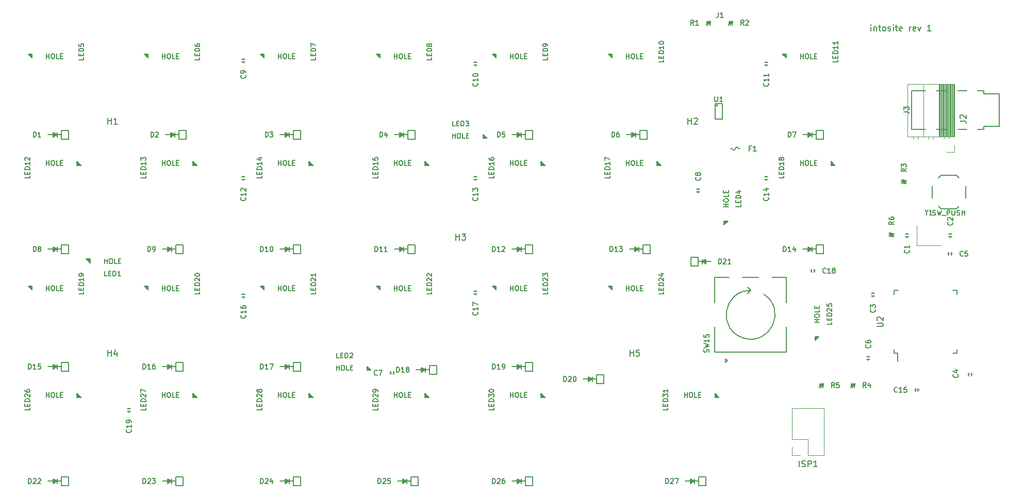
<source format=gbr>
%TF.GenerationSoftware,KiCad,Pcbnew,(5.1.9-0-10_14)*%
%TF.CreationDate,2021-01-21T09:17:30+08:00*%
%TF.ProjectId,kb-split,6b622d73-706c-4697-942e-6b696361645f,rev?*%
%TF.SameCoordinates,Original*%
%TF.FileFunction,Legend,Top*%
%TF.FilePolarity,Positive*%
%FSLAX46Y46*%
G04 Gerber Fmt 4.6, Leading zero omitted, Abs format (unit mm)*
G04 Created by KiCad (PCBNEW (5.1.9-0-10_14)) date 2021-01-21 09:17:30*
%MOMM*%
%LPD*%
G01*
G04 APERTURE LIST*
%ADD10C,0.150000*%
%ADD11C,0.160000*%
%ADD12C,0.120000*%
%ADD13C,0.152400*%
G04 APERTURE END LIST*
D10*
X241221238Y-50998380D02*
X241221238Y-50331714D01*
X241221238Y-49998380D02*
X241173619Y-50046000D01*
X241221238Y-50093619D01*
X241268857Y-50046000D01*
X241221238Y-49998380D01*
X241221238Y-50093619D01*
X241697428Y-50331714D02*
X241697428Y-50998380D01*
X241697428Y-50426952D02*
X241745047Y-50379333D01*
X241840285Y-50331714D01*
X241983142Y-50331714D01*
X242078380Y-50379333D01*
X242126000Y-50474571D01*
X242126000Y-50998380D01*
X242459333Y-50331714D02*
X242840285Y-50331714D01*
X242602190Y-49998380D02*
X242602190Y-50855523D01*
X242649809Y-50950761D01*
X242745047Y-50998380D01*
X242840285Y-50998380D01*
X243316476Y-50998380D02*
X243221238Y-50950761D01*
X243173619Y-50903142D01*
X243126000Y-50807904D01*
X243126000Y-50522190D01*
X243173619Y-50426952D01*
X243221238Y-50379333D01*
X243316476Y-50331714D01*
X243459333Y-50331714D01*
X243554571Y-50379333D01*
X243602190Y-50426952D01*
X243649809Y-50522190D01*
X243649809Y-50807904D01*
X243602190Y-50903142D01*
X243554571Y-50950761D01*
X243459333Y-50998380D01*
X243316476Y-50998380D01*
X244030761Y-50950761D02*
X244126000Y-50998380D01*
X244316476Y-50998380D01*
X244411714Y-50950761D01*
X244459333Y-50855523D01*
X244459333Y-50807904D01*
X244411714Y-50712666D01*
X244316476Y-50665047D01*
X244173619Y-50665047D01*
X244078380Y-50617428D01*
X244030761Y-50522190D01*
X244030761Y-50474571D01*
X244078380Y-50379333D01*
X244173619Y-50331714D01*
X244316476Y-50331714D01*
X244411714Y-50379333D01*
X244887904Y-50998380D02*
X244887904Y-50331714D01*
X244887904Y-49998380D02*
X244840285Y-50046000D01*
X244887904Y-50093619D01*
X244935523Y-50046000D01*
X244887904Y-49998380D01*
X244887904Y-50093619D01*
X245221238Y-50331714D02*
X245602190Y-50331714D01*
X245364095Y-49998380D02*
X245364095Y-50855523D01*
X245411714Y-50950761D01*
X245506952Y-50998380D01*
X245602190Y-50998380D01*
X246316476Y-50950761D02*
X246221238Y-50998380D01*
X246030761Y-50998380D01*
X245935523Y-50950761D01*
X245887904Y-50855523D01*
X245887904Y-50474571D01*
X245935523Y-50379333D01*
X246030761Y-50331714D01*
X246221238Y-50331714D01*
X246316476Y-50379333D01*
X246364095Y-50474571D01*
X246364095Y-50569809D01*
X245887904Y-50665047D01*
X247554571Y-50998380D02*
X247554571Y-50331714D01*
X247554571Y-50522190D02*
X247602190Y-50426952D01*
X247649809Y-50379333D01*
X247745047Y-50331714D01*
X247840285Y-50331714D01*
X248554571Y-50950761D02*
X248459333Y-50998380D01*
X248268857Y-50998380D01*
X248173619Y-50950761D01*
X248126000Y-50855523D01*
X248126000Y-50474571D01*
X248173619Y-50379333D01*
X248268857Y-50331714D01*
X248459333Y-50331714D01*
X248554571Y-50379333D01*
X248602190Y-50474571D01*
X248602190Y-50569809D01*
X248126000Y-50665047D01*
X248935523Y-50331714D02*
X249173619Y-50998380D01*
X249411714Y-50331714D01*
X251078380Y-50998380D02*
X250506952Y-50998380D01*
X250792666Y-50998380D02*
X250792666Y-49998380D01*
X250697428Y-50141238D01*
X250602190Y-50236476D01*
X250506952Y-50284095D01*
D11*
%TO.C,J3*%
X262255000Y-66675000D02*
X259715000Y-66675000D01*
X259715000Y-66675000D02*
X259715000Y-67183000D01*
X259715000Y-67183000D02*
X258699000Y-67183000D01*
X256921000Y-67183000D02*
X255524000Y-67183000D01*
X253746000Y-67183000D02*
X251968000Y-67183000D01*
X250190000Y-67183000D02*
X247904000Y-67183000D01*
X247904000Y-67183000D02*
X247904000Y-60833000D01*
X247904000Y-60833000D02*
X250190000Y-60833000D01*
X251968000Y-60833000D02*
X253746000Y-60833000D01*
X255524000Y-60833000D02*
X256921000Y-60833000D01*
X258699000Y-60833000D02*
X259715000Y-60833000D01*
X259715000Y-60833000D02*
X259715000Y-61341000D01*
X259715000Y-61341000D02*
X262255000Y-61341000D01*
X262255000Y-61341000D02*
X262255000Y-66675000D01*
D12*
%TO.C,Y1*%
X248698000Y-82932000D02*
X248698000Y-86232000D01*
X248698000Y-86232000D02*
X252698000Y-86232000D01*
D10*
%TO.C,U2*%
X245015000Y-103981000D02*
X245590000Y-103981000D01*
X245015000Y-93631000D02*
X245690000Y-93631000D01*
X255365000Y-93631000D02*
X254690000Y-93631000D01*
X255365000Y-103981000D02*
X254690000Y-103981000D01*
X245015000Y-103981000D02*
X245015000Y-103306000D01*
X255365000Y-103981000D02*
X255365000Y-103306000D01*
X255365000Y-93631000D02*
X255365000Y-94306000D01*
X245015000Y-93631000D02*
X245015000Y-94306000D01*
X245590000Y-103981000D02*
X245590000Y-105256000D01*
D11*
%TO.C,R1*%
X214351500Y-49288750D02*
X214234000Y-50088750D01*
X214488000Y-50088750D02*
X214351500Y-49288750D01*
X214615000Y-49288750D02*
X214488000Y-50088750D01*
X214751500Y-50088750D02*
X214615000Y-49288750D01*
X214869000Y-49288750D02*
X214751500Y-50088750D01*
%TO.C,LED25*%
G36*
X232029000Y-101854000D02*
G01*
X232029000Y-101219000D01*
X232664000Y-101219000D01*
X232029000Y-101854000D01*
G37*
X232029000Y-101854000D02*
X232029000Y-101219000D01*
X232664000Y-101219000D01*
X232029000Y-101854000D01*
%TO.C,D27*%
X214071200Y-124231400D02*
X214071200Y-125704600D01*
X212902800Y-124231400D02*
X214071200Y-124231400D01*
X212902800Y-125704600D02*
X212902800Y-124231400D01*
X214071200Y-125704600D02*
X212902800Y-125704600D01*
G36*
X211582000Y-124587000D02*
G01*
X212217000Y-124968000D01*
X211582000Y-125349000D01*
X211582000Y-124587000D01*
G37*
X211582000Y-124587000D02*
X212217000Y-124968000D01*
X211582000Y-125349000D01*
X211582000Y-124587000D01*
X212877400Y-124968000D02*
X212217000Y-124968000D01*
X212217000Y-124968000D02*
X211582000Y-125349000D01*
X211582000Y-125349000D02*
X211582000Y-124587000D01*
X211582000Y-124587000D02*
X212217000Y-124968000D01*
X212217000Y-125374400D02*
X212217000Y-124561600D01*
X211582000Y-124968000D02*
X210718400Y-124968000D01*
%TO.C,D26*%
X185623200Y-124231400D02*
X185623200Y-125704600D01*
X184454800Y-124231400D02*
X185623200Y-124231400D01*
X184454800Y-125704600D02*
X184454800Y-124231400D01*
X185623200Y-125704600D02*
X184454800Y-125704600D01*
G36*
X183134000Y-124587000D02*
G01*
X183769000Y-124968000D01*
X183134000Y-125349000D01*
X183134000Y-124587000D01*
G37*
X183134000Y-124587000D02*
X183769000Y-124968000D01*
X183134000Y-125349000D01*
X183134000Y-124587000D01*
X184429400Y-124968000D02*
X183769000Y-124968000D01*
X183769000Y-124968000D02*
X183134000Y-125349000D01*
X183134000Y-125349000D02*
X183134000Y-124587000D01*
X183134000Y-124587000D02*
X183769000Y-124968000D01*
X183769000Y-125374400D02*
X183769000Y-124561600D01*
X183134000Y-124968000D02*
X182270400Y-124968000D01*
%TO.C,D25*%
X166827200Y-124231400D02*
X166827200Y-125704600D01*
X165658800Y-124231400D02*
X166827200Y-124231400D01*
X165658800Y-125704600D02*
X165658800Y-124231400D01*
X166827200Y-125704600D02*
X165658800Y-125704600D01*
G36*
X164338000Y-124587000D02*
G01*
X164973000Y-124968000D01*
X164338000Y-125349000D01*
X164338000Y-124587000D01*
G37*
X164338000Y-124587000D02*
X164973000Y-124968000D01*
X164338000Y-125349000D01*
X164338000Y-124587000D01*
X165633400Y-124968000D02*
X164973000Y-124968000D01*
X164973000Y-124968000D02*
X164338000Y-125349000D01*
X164338000Y-125349000D02*
X164338000Y-124587000D01*
X164338000Y-124587000D02*
X164973000Y-124968000D01*
X164973000Y-125374400D02*
X164973000Y-124561600D01*
X164338000Y-124968000D02*
X163474400Y-124968000D01*
%TO.C,D24*%
X147523200Y-124231400D02*
X147523200Y-125704600D01*
X146354800Y-124231400D02*
X147523200Y-124231400D01*
X146354800Y-125704600D02*
X146354800Y-124231400D01*
X147523200Y-125704600D02*
X146354800Y-125704600D01*
G36*
X145034000Y-124587000D02*
G01*
X145669000Y-124968000D01*
X145034000Y-125349000D01*
X145034000Y-124587000D01*
G37*
X145034000Y-124587000D02*
X145669000Y-124968000D01*
X145034000Y-125349000D01*
X145034000Y-124587000D01*
X146329400Y-124968000D02*
X145669000Y-124968000D01*
X145669000Y-124968000D02*
X145034000Y-125349000D01*
X145034000Y-125349000D02*
X145034000Y-124587000D01*
X145034000Y-124587000D02*
X145669000Y-124968000D01*
X145669000Y-125374400D02*
X145669000Y-124561600D01*
X145034000Y-124968000D02*
X144170400Y-124968000D01*
%TO.C,D23*%
X128219200Y-124231400D02*
X128219200Y-125704600D01*
X127050800Y-124231400D02*
X128219200Y-124231400D01*
X127050800Y-125704600D02*
X127050800Y-124231400D01*
X128219200Y-125704600D02*
X127050800Y-125704600D01*
G36*
X125730000Y-124587000D02*
G01*
X126365000Y-124968000D01*
X125730000Y-125349000D01*
X125730000Y-124587000D01*
G37*
X125730000Y-124587000D02*
X126365000Y-124968000D01*
X125730000Y-125349000D01*
X125730000Y-124587000D01*
X127025400Y-124968000D02*
X126365000Y-124968000D01*
X126365000Y-124968000D02*
X125730000Y-125349000D01*
X125730000Y-125349000D02*
X125730000Y-124587000D01*
X125730000Y-124587000D02*
X126365000Y-124968000D01*
X126365000Y-125374400D02*
X126365000Y-124561600D01*
X125730000Y-124968000D02*
X124866400Y-124968000D01*
%TO.C,D22*%
X109423200Y-124231400D02*
X109423200Y-125704600D01*
X108254800Y-124231400D02*
X109423200Y-124231400D01*
X108254800Y-125704600D02*
X108254800Y-124231400D01*
X109423200Y-125704600D02*
X108254800Y-125704600D01*
G36*
X106934000Y-124587000D02*
G01*
X107569000Y-124968000D01*
X106934000Y-125349000D01*
X106934000Y-124587000D01*
G37*
X106934000Y-124587000D02*
X107569000Y-124968000D01*
X106934000Y-125349000D01*
X106934000Y-124587000D01*
X108229400Y-124968000D02*
X107569000Y-124968000D01*
X107569000Y-124968000D02*
X106934000Y-125349000D01*
X106934000Y-125349000D02*
X106934000Y-124587000D01*
X106934000Y-124587000D02*
X107569000Y-124968000D01*
X107569000Y-125374400D02*
X107569000Y-124561600D01*
X106934000Y-124968000D02*
X106070400Y-124968000D01*
%TO.C,D21*%
X211632800Y-89636600D02*
X211632800Y-88163400D01*
X212801200Y-89636600D02*
X211632800Y-89636600D01*
X212801200Y-88163400D02*
X212801200Y-89636600D01*
X211632800Y-88163400D02*
X212801200Y-88163400D01*
G36*
X214122000Y-89281000D02*
G01*
X213487000Y-88900000D01*
X214122000Y-88519000D01*
X214122000Y-89281000D01*
G37*
X214122000Y-89281000D02*
X213487000Y-88900000D01*
X214122000Y-88519000D01*
X214122000Y-89281000D01*
X212826600Y-88900000D02*
X213487000Y-88900000D01*
X213487000Y-88900000D02*
X214122000Y-88519000D01*
X214122000Y-88519000D02*
X214122000Y-89281000D01*
X214122000Y-89281000D02*
X213487000Y-88900000D01*
X213487000Y-88493600D02*
X213487000Y-89306400D01*
X214122000Y-88900000D02*
X214985600Y-88900000D01*
%TO.C,D20*%
X197307200Y-107467400D02*
X197307200Y-108940600D01*
X196138800Y-107467400D02*
X197307200Y-107467400D01*
X196138800Y-108940600D02*
X196138800Y-107467400D01*
X197307200Y-108940600D02*
X196138800Y-108940600D01*
G36*
X194818000Y-107823000D02*
G01*
X195453000Y-108204000D01*
X194818000Y-108585000D01*
X194818000Y-107823000D01*
G37*
X194818000Y-107823000D02*
X195453000Y-108204000D01*
X194818000Y-108585000D01*
X194818000Y-107823000D01*
X196113400Y-108204000D02*
X195453000Y-108204000D01*
X195453000Y-108204000D02*
X194818000Y-108585000D01*
X194818000Y-108585000D02*
X194818000Y-107823000D01*
X194818000Y-107823000D02*
X195453000Y-108204000D01*
X195453000Y-108610400D02*
X195453000Y-107797600D01*
X194818000Y-108204000D02*
X193954400Y-108204000D01*
%TO.C,D19*%
X185623200Y-105435400D02*
X185623200Y-106908600D01*
X184454800Y-105435400D02*
X185623200Y-105435400D01*
X184454800Y-106908600D02*
X184454800Y-105435400D01*
X185623200Y-106908600D02*
X184454800Y-106908600D01*
G36*
X183134000Y-105791000D02*
G01*
X183769000Y-106172000D01*
X183134000Y-106553000D01*
X183134000Y-105791000D01*
G37*
X183134000Y-105791000D02*
X183769000Y-106172000D01*
X183134000Y-106553000D01*
X183134000Y-105791000D01*
X184429400Y-106172000D02*
X183769000Y-106172000D01*
X183769000Y-106172000D02*
X183134000Y-106553000D01*
X183134000Y-106553000D02*
X183134000Y-105791000D01*
X183134000Y-105791000D02*
X183769000Y-106172000D01*
X183769000Y-106578400D02*
X183769000Y-105765600D01*
X183134000Y-106172000D02*
X182270400Y-106172000D01*
%TO.C,D18*%
X169875200Y-105943400D02*
X169875200Y-107416600D01*
X168706800Y-105943400D02*
X169875200Y-105943400D01*
X168706800Y-107416600D02*
X168706800Y-105943400D01*
X169875200Y-107416600D02*
X168706800Y-107416600D01*
G36*
X167386000Y-106299000D02*
G01*
X168021000Y-106680000D01*
X167386000Y-107061000D01*
X167386000Y-106299000D01*
G37*
X167386000Y-106299000D02*
X168021000Y-106680000D01*
X167386000Y-107061000D01*
X167386000Y-106299000D01*
X168681400Y-106680000D02*
X168021000Y-106680000D01*
X168021000Y-106680000D02*
X167386000Y-107061000D01*
X167386000Y-107061000D02*
X167386000Y-106299000D01*
X167386000Y-106299000D02*
X168021000Y-106680000D01*
X168021000Y-107086400D02*
X168021000Y-106273600D01*
X167386000Y-106680000D02*
X166522400Y-106680000D01*
%TO.C,D17*%
X147523200Y-105435400D02*
X147523200Y-106908600D01*
X146354800Y-105435400D02*
X147523200Y-105435400D01*
X146354800Y-106908600D02*
X146354800Y-105435400D01*
X147523200Y-106908600D02*
X146354800Y-106908600D01*
G36*
X145034000Y-105791000D02*
G01*
X145669000Y-106172000D01*
X145034000Y-106553000D01*
X145034000Y-105791000D01*
G37*
X145034000Y-105791000D02*
X145669000Y-106172000D01*
X145034000Y-106553000D01*
X145034000Y-105791000D01*
X146329400Y-106172000D02*
X145669000Y-106172000D01*
X145669000Y-106172000D02*
X145034000Y-106553000D01*
X145034000Y-106553000D02*
X145034000Y-105791000D01*
X145034000Y-105791000D02*
X145669000Y-106172000D01*
X145669000Y-106578400D02*
X145669000Y-105765600D01*
X145034000Y-106172000D02*
X144170400Y-106172000D01*
%TO.C,D16*%
X128219200Y-105435400D02*
X128219200Y-106908600D01*
X127050800Y-105435400D02*
X128219200Y-105435400D01*
X127050800Y-106908600D02*
X127050800Y-105435400D01*
X128219200Y-106908600D02*
X127050800Y-106908600D01*
G36*
X125730000Y-105791000D02*
G01*
X126365000Y-106172000D01*
X125730000Y-106553000D01*
X125730000Y-105791000D01*
G37*
X125730000Y-105791000D02*
X126365000Y-106172000D01*
X125730000Y-106553000D01*
X125730000Y-105791000D01*
X127025400Y-106172000D02*
X126365000Y-106172000D01*
X126365000Y-106172000D02*
X125730000Y-106553000D01*
X125730000Y-106553000D02*
X125730000Y-105791000D01*
X125730000Y-105791000D02*
X126365000Y-106172000D01*
X126365000Y-106578400D02*
X126365000Y-105765600D01*
X125730000Y-106172000D02*
X124866400Y-106172000D01*
%TO.C,D15*%
X109423200Y-105435400D02*
X109423200Y-106908600D01*
X108254800Y-105435400D02*
X109423200Y-105435400D01*
X108254800Y-106908600D02*
X108254800Y-105435400D01*
X109423200Y-106908600D02*
X108254800Y-106908600D01*
G36*
X106934000Y-105791000D02*
G01*
X107569000Y-106172000D01*
X106934000Y-106553000D01*
X106934000Y-105791000D01*
G37*
X106934000Y-105791000D02*
X107569000Y-106172000D01*
X106934000Y-106553000D01*
X106934000Y-105791000D01*
X108229400Y-106172000D02*
X107569000Y-106172000D01*
X107569000Y-106172000D02*
X106934000Y-106553000D01*
X106934000Y-106553000D02*
X106934000Y-105791000D01*
X106934000Y-105791000D02*
X107569000Y-106172000D01*
X107569000Y-106578400D02*
X107569000Y-105765600D01*
X106934000Y-106172000D02*
X106070400Y-106172000D01*
%TO.C,D14*%
X233375200Y-86131400D02*
X233375200Y-87604600D01*
X232206800Y-86131400D02*
X233375200Y-86131400D01*
X232206800Y-87604600D02*
X232206800Y-86131400D01*
X233375200Y-87604600D02*
X232206800Y-87604600D01*
G36*
X230886000Y-86487000D02*
G01*
X231521000Y-86868000D01*
X230886000Y-87249000D01*
X230886000Y-86487000D01*
G37*
X230886000Y-86487000D02*
X231521000Y-86868000D01*
X230886000Y-87249000D01*
X230886000Y-86487000D01*
X232181400Y-86868000D02*
X231521000Y-86868000D01*
X231521000Y-86868000D02*
X230886000Y-87249000D01*
X230886000Y-87249000D02*
X230886000Y-86487000D01*
X230886000Y-86487000D02*
X231521000Y-86868000D01*
X231521000Y-87274400D02*
X231521000Y-86461600D01*
X230886000Y-86868000D02*
X230022400Y-86868000D01*
%TO.C,D13*%
X204927200Y-86131400D02*
X204927200Y-87604600D01*
X203758800Y-86131400D02*
X204927200Y-86131400D01*
X203758800Y-87604600D02*
X203758800Y-86131400D01*
X204927200Y-87604600D02*
X203758800Y-87604600D01*
G36*
X202438000Y-86487000D02*
G01*
X203073000Y-86868000D01*
X202438000Y-87249000D01*
X202438000Y-86487000D01*
G37*
X202438000Y-86487000D02*
X203073000Y-86868000D01*
X202438000Y-87249000D01*
X202438000Y-86487000D01*
X203733400Y-86868000D02*
X203073000Y-86868000D01*
X203073000Y-86868000D02*
X202438000Y-87249000D01*
X202438000Y-87249000D02*
X202438000Y-86487000D01*
X202438000Y-86487000D02*
X203073000Y-86868000D01*
X203073000Y-87274400D02*
X203073000Y-86461600D01*
X202438000Y-86868000D02*
X201574400Y-86868000D01*
%TO.C,D12*%
X185623200Y-86131400D02*
X185623200Y-87604600D01*
X184454800Y-86131400D02*
X185623200Y-86131400D01*
X184454800Y-87604600D02*
X184454800Y-86131400D01*
X185623200Y-87604600D02*
X184454800Y-87604600D01*
G36*
X183134000Y-86487000D02*
G01*
X183769000Y-86868000D01*
X183134000Y-87249000D01*
X183134000Y-86487000D01*
G37*
X183134000Y-86487000D02*
X183769000Y-86868000D01*
X183134000Y-87249000D01*
X183134000Y-86487000D01*
X184429400Y-86868000D02*
X183769000Y-86868000D01*
X183769000Y-86868000D02*
X183134000Y-87249000D01*
X183134000Y-87249000D02*
X183134000Y-86487000D01*
X183134000Y-86487000D02*
X183769000Y-86868000D01*
X183769000Y-87274400D02*
X183769000Y-86461600D01*
X183134000Y-86868000D02*
X182270400Y-86868000D01*
%TO.C,D11*%
X166319200Y-86131400D02*
X166319200Y-87604600D01*
X165150800Y-86131400D02*
X166319200Y-86131400D01*
X165150800Y-87604600D02*
X165150800Y-86131400D01*
X166319200Y-87604600D02*
X165150800Y-87604600D01*
G36*
X163830000Y-86487000D02*
G01*
X164465000Y-86868000D01*
X163830000Y-87249000D01*
X163830000Y-86487000D01*
G37*
X163830000Y-86487000D02*
X164465000Y-86868000D01*
X163830000Y-87249000D01*
X163830000Y-86487000D01*
X165125400Y-86868000D02*
X164465000Y-86868000D01*
X164465000Y-86868000D02*
X163830000Y-87249000D01*
X163830000Y-87249000D02*
X163830000Y-86487000D01*
X163830000Y-86487000D02*
X164465000Y-86868000D01*
X164465000Y-87274400D02*
X164465000Y-86461600D01*
X163830000Y-86868000D02*
X162966400Y-86868000D01*
%TO.C,D10*%
X147523200Y-86131400D02*
X147523200Y-87604600D01*
X146354800Y-86131400D02*
X147523200Y-86131400D01*
X146354800Y-87604600D02*
X146354800Y-86131400D01*
X147523200Y-87604600D02*
X146354800Y-87604600D01*
G36*
X145034000Y-86487000D02*
G01*
X145669000Y-86868000D01*
X145034000Y-87249000D01*
X145034000Y-86487000D01*
G37*
X145034000Y-86487000D02*
X145669000Y-86868000D01*
X145034000Y-87249000D01*
X145034000Y-86487000D01*
X146329400Y-86868000D02*
X145669000Y-86868000D01*
X145669000Y-86868000D02*
X145034000Y-87249000D01*
X145034000Y-87249000D02*
X145034000Y-86487000D01*
X145034000Y-86487000D02*
X145669000Y-86868000D01*
X145669000Y-87274400D02*
X145669000Y-86461600D01*
X145034000Y-86868000D02*
X144170400Y-86868000D01*
%TO.C,D9*%
X128219200Y-86131400D02*
X128219200Y-87604600D01*
X127050800Y-86131400D02*
X128219200Y-86131400D01*
X127050800Y-87604600D02*
X127050800Y-86131400D01*
X128219200Y-87604600D02*
X127050800Y-87604600D01*
G36*
X125730000Y-86487000D02*
G01*
X126365000Y-86868000D01*
X125730000Y-87249000D01*
X125730000Y-86487000D01*
G37*
X125730000Y-86487000D02*
X126365000Y-86868000D01*
X125730000Y-87249000D01*
X125730000Y-86487000D01*
X127025400Y-86868000D02*
X126365000Y-86868000D01*
X126365000Y-86868000D02*
X125730000Y-87249000D01*
X125730000Y-87249000D02*
X125730000Y-86487000D01*
X125730000Y-86487000D02*
X126365000Y-86868000D01*
X126365000Y-87274400D02*
X126365000Y-86461600D01*
X125730000Y-86868000D02*
X124866400Y-86868000D01*
%TO.C,D8*%
X109423200Y-86131400D02*
X109423200Y-87604600D01*
X108254800Y-86131400D02*
X109423200Y-86131400D01*
X108254800Y-87604600D02*
X108254800Y-86131400D01*
X109423200Y-87604600D02*
X108254800Y-87604600D01*
G36*
X106934000Y-86487000D02*
G01*
X107569000Y-86868000D01*
X106934000Y-87249000D01*
X106934000Y-86487000D01*
G37*
X106934000Y-86487000D02*
X107569000Y-86868000D01*
X106934000Y-87249000D01*
X106934000Y-86487000D01*
X108229400Y-86868000D02*
X107569000Y-86868000D01*
X107569000Y-86868000D02*
X106934000Y-87249000D01*
X106934000Y-87249000D02*
X106934000Y-86487000D01*
X106934000Y-86487000D02*
X107569000Y-86868000D01*
X107569000Y-87274400D02*
X107569000Y-86461600D01*
X106934000Y-86868000D02*
X106070400Y-86868000D01*
%TO.C,D7*%
X233375200Y-67335400D02*
X233375200Y-68808600D01*
X232206800Y-67335400D02*
X233375200Y-67335400D01*
X232206800Y-68808600D02*
X232206800Y-67335400D01*
X233375200Y-68808600D02*
X232206800Y-68808600D01*
G36*
X230886000Y-67691000D02*
G01*
X231521000Y-68072000D01*
X230886000Y-68453000D01*
X230886000Y-67691000D01*
G37*
X230886000Y-67691000D02*
X231521000Y-68072000D01*
X230886000Y-68453000D01*
X230886000Y-67691000D01*
X232181400Y-68072000D02*
X231521000Y-68072000D01*
X231521000Y-68072000D02*
X230886000Y-68453000D01*
X230886000Y-68453000D02*
X230886000Y-67691000D01*
X230886000Y-67691000D02*
X231521000Y-68072000D01*
X231521000Y-68478400D02*
X231521000Y-67665600D01*
X230886000Y-68072000D02*
X230022400Y-68072000D01*
%TO.C,D6*%
X204419200Y-67335400D02*
X204419200Y-68808600D01*
X203250800Y-67335400D02*
X204419200Y-67335400D01*
X203250800Y-68808600D02*
X203250800Y-67335400D01*
X204419200Y-68808600D02*
X203250800Y-68808600D01*
G36*
X201930000Y-67691000D02*
G01*
X202565000Y-68072000D01*
X201930000Y-68453000D01*
X201930000Y-67691000D01*
G37*
X201930000Y-67691000D02*
X202565000Y-68072000D01*
X201930000Y-68453000D01*
X201930000Y-67691000D01*
X203225400Y-68072000D02*
X202565000Y-68072000D01*
X202565000Y-68072000D02*
X201930000Y-68453000D01*
X201930000Y-68453000D02*
X201930000Y-67691000D01*
X201930000Y-67691000D02*
X202565000Y-68072000D01*
X202565000Y-68478400D02*
X202565000Y-67665600D01*
X201930000Y-68072000D02*
X201066400Y-68072000D01*
%TO.C,D5*%
X185623200Y-67335400D02*
X185623200Y-68808600D01*
X184454800Y-67335400D02*
X185623200Y-67335400D01*
X184454800Y-68808600D02*
X184454800Y-67335400D01*
X185623200Y-68808600D02*
X184454800Y-68808600D01*
G36*
X183134000Y-67691000D02*
G01*
X183769000Y-68072000D01*
X183134000Y-68453000D01*
X183134000Y-67691000D01*
G37*
X183134000Y-67691000D02*
X183769000Y-68072000D01*
X183134000Y-68453000D01*
X183134000Y-67691000D01*
X184429400Y-68072000D02*
X183769000Y-68072000D01*
X183769000Y-68072000D02*
X183134000Y-68453000D01*
X183134000Y-68453000D02*
X183134000Y-67691000D01*
X183134000Y-67691000D02*
X183769000Y-68072000D01*
X183769000Y-68478400D02*
X183769000Y-67665600D01*
X183134000Y-68072000D02*
X182270400Y-68072000D01*
%TO.C,D4*%
X166319200Y-67335400D02*
X166319200Y-68808600D01*
X165150800Y-67335400D02*
X166319200Y-67335400D01*
X165150800Y-68808600D02*
X165150800Y-67335400D01*
X166319200Y-68808600D02*
X165150800Y-68808600D01*
G36*
X163830000Y-67691000D02*
G01*
X164465000Y-68072000D01*
X163830000Y-68453000D01*
X163830000Y-67691000D01*
G37*
X163830000Y-67691000D02*
X164465000Y-68072000D01*
X163830000Y-68453000D01*
X163830000Y-67691000D01*
X165125400Y-68072000D02*
X164465000Y-68072000D01*
X164465000Y-68072000D02*
X163830000Y-68453000D01*
X163830000Y-68453000D02*
X163830000Y-67691000D01*
X163830000Y-67691000D02*
X164465000Y-68072000D01*
X164465000Y-68478400D02*
X164465000Y-67665600D01*
X163830000Y-68072000D02*
X162966400Y-68072000D01*
%TO.C,D3*%
X147523200Y-67335400D02*
X147523200Y-68808600D01*
X146354800Y-67335400D02*
X147523200Y-67335400D01*
X146354800Y-68808600D02*
X146354800Y-67335400D01*
X147523200Y-68808600D02*
X146354800Y-68808600D01*
G36*
X145034000Y-67691000D02*
G01*
X145669000Y-68072000D01*
X145034000Y-68453000D01*
X145034000Y-67691000D01*
G37*
X145034000Y-67691000D02*
X145669000Y-68072000D01*
X145034000Y-68453000D01*
X145034000Y-67691000D01*
X146329400Y-68072000D02*
X145669000Y-68072000D01*
X145669000Y-68072000D02*
X145034000Y-68453000D01*
X145034000Y-68453000D02*
X145034000Y-67691000D01*
X145034000Y-67691000D02*
X145669000Y-68072000D01*
X145669000Y-68478400D02*
X145669000Y-67665600D01*
X145034000Y-68072000D02*
X144170400Y-68072000D01*
%TO.C,D2*%
X128727200Y-67335400D02*
X128727200Y-68808600D01*
X127558800Y-67335400D02*
X128727200Y-67335400D01*
X127558800Y-68808600D02*
X127558800Y-67335400D01*
X128727200Y-68808600D02*
X127558800Y-68808600D01*
G36*
X126238000Y-67691000D02*
G01*
X126873000Y-68072000D01*
X126238000Y-68453000D01*
X126238000Y-67691000D01*
G37*
X126238000Y-67691000D02*
X126873000Y-68072000D01*
X126238000Y-68453000D01*
X126238000Y-67691000D01*
X127533400Y-68072000D02*
X126873000Y-68072000D01*
X126873000Y-68072000D02*
X126238000Y-68453000D01*
X126238000Y-68453000D02*
X126238000Y-67691000D01*
X126238000Y-67691000D02*
X126873000Y-68072000D01*
X126873000Y-68478400D02*
X126873000Y-67665600D01*
X126238000Y-68072000D02*
X125374400Y-68072000D01*
%TO.C,D1*%
X109423200Y-67335400D02*
X109423200Y-68808600D01*
X108254800Y-67335400D02*
X109423200Y-67335400D01*
X108254800Y-68808600D02*
X108254800Y-67335400D01*
X109423200Y-68808600D02*
X108254800Y-68808600D01*
G36*
X106934000Y-67691000D02*
G01*
X107569000Y-68072000D01*
X106934000Y-68453000D01*
X106934000Y-67691000D01*
G37*
X106934000Y-67691000D02*
X107569000Y-68072000D01*
X106934000Y-68453000D01*
X106934000Y-67691000D01*
X108229400Y-68072000D02*
X107569000Y-68072000D01*
X107569000Y-68072000D02*
X106934000Y-68453000D01*
X106934000Y-68453000D02*
X106934000Y-67691000D01*
X106934000Y-67691000D02*
X107569000Y-68072000D01*
X107569000Y-68478400D02*
X107569000Y-67665600D01*
X106934000Y-68072000D02*
X106070400Y-68072000D01*
%TO.C,LED31*%
G36*
X216249250Y-111220250D02*
G01*
X215614250Y-111220250D01*
X215614250Y-110585250D01*
X216249250Y-111220250D01*
G37*
X216249250Y-111220250D02*
X215614250Y-111220250D01*
X215614250Y-110585250D01*
X216249250Y-111220250D01*
%TO.C,LED30*%
G36*
X187674250Y-111220250D02*
G01*
X187039250Y-111220250D01*
X187039250Y-110585250D01*
X187674250Y-111220250D01*
G37*
X187674250Y-111220250D02*
X187039250Y-111220250D01*
X187039250Y-110585250D01*
X187674250Y-111220250D01*
%TO.C,LED29*%
G36*
X168624250Y-111220250D02*
G01*
X167989250Y-111220250D01*
X167989250Y-110585250D01*
X168624250Y-111220250D01*
G37*
X168624250Y-111220250D02*
X167989250Y-111220250D01*
X167989250Y-110585250D01*
X168624250Y-111220250D01*
%TO.C,LED28*%
G36*
X149574250Y-111220250D02*
G01*
X148939250Y-111220250D01*
X148939250Y-110585250D01*
X149574250Y-111220250D01*
G37*
X149574250Y-111220250D02*
X148939250Y-111220250D01*
X148939250Y-110585250D01*
X149574250Y-111220250D01*
%TO.C,LED27*%
G36*
X130524250Y-111220250D02*
G01*
X129889250Y-111220250D01*
X129889250Y-110585250D01*
X130524250Y-111220250D01*
G37*
X130524250Y-111220250D02*
X129889250Y-111220250D01*
X129889250Y-110585250D01*
X130524250Y-111220250D01*
%TO.C,LED26*%
G36*
X111474250Y-111220250D02*
G01*
X110839250Y-111220250D01*
X110839250Y-110585250D01*
X111474250Y-111220250D01*
G37*
X111474250Y-111220250D02*
X110839250Y-111220250D01*
X110839250Y-110585250D01*
X111474250Y-111220250D01*
%TO.C,LED24*%
G36*
X198723250Y-93567250D02*
G01*
X198723250Y-92932250D01*
X198088250Y-92932250D01*
X198723250Y-93567250D01*
G37*
X198723250Y-93567250D02*
X198723250Y-92932250D01*
X198088250Y-92932250D01*
X198723250Y-93567250D01*
%TO.C,LED23*%
G36*
X179673250Y-93567250D02*
G01*
X179673250Y-92932250D01*
X179038250Y-92932250D01*
X179673250Y-93567250D01*
G37*
X179673250Y-93567250D02*
X179673250Y-92932250D01*
X179038250Y-92932250D01*
X179673250Y-93567250D01*
%TO.C,LED22*%
G36*
X160623250Y-93567250D02*
G01*
X160623250Y-92932250D01*
X159988250Y-92932250D01*
X160623250Y-93567250D01*
G37*
X160623250Y-93567250D02*
X160623250Y-92932250D01*
X159988250Y-92932250D01*
X160623250Y-93567250D01*
%TO.C,LED21*%
G36*
X141573250Y-93567250D02*
G01*
X141573250Y-92932250D01*
X140938250Y-92932250D01*
X141573250Y-93567250D01*
G37*
X141573250Y-93567250D02*
X141573250Y-92932250D01*
X140938250Y-92932250D01*
X141573250Y-93567250D01*
%TO.C,LED20*%
G36*
X122523250Y-93567250D02*
G01*
X122523250Y-92932250D01*
X121888250Y-92932250D01*
X122523250Y-93567250D01*
G37*
X122523250Y-93567250D02*
X122523250Y-92932250D01*
X121888250Y-92932250D01*
X122523250Y-93567250D01*
%TO.C,LED19*%
G36*
X103473250Y-93567250D02*
G01*
X103473250Y-92932250D01*
X102838250Y-92932250D01*
X103473250Y-93567250D01*
G37*
X103473250Y-93567250D02*
X103473250Y-92932250D01*
X102838250Y-92932250D01*
X103473250Y-93567250D01*
%TO.C,LED18*%
G36*
X235299250Y-73120250D02*
G01*
X234664250Y-73120250D01*
X234664250Y-72485250D01*
X235299250Y-73120250D01*
G37*
X235299250Y-73120250D02*
X234664250Y-73120250D01*
X234664250Y-72485250D01*
X235299250Y-73120250D01*
%TO.C,LED17*%
G36*
X206724250Y-73120250D02*
G01*
X206089250Y-73120250D01*
X206089250Y-72485250D01*
X206724250Y-73120250D01*
G37*
X206724250Y-73120250D02*
X206089250Y-73120250D01*
X206089250Y-72485250D01*
X206724250Y-73120250D01*
%TO.C,LED16*%
G36*
X187674250Y-73120250D02*
G01*
X187039250Y-73120250D01*
X187039250Y-72485250D01*
X187674250Y-73120250D01*
G37*
X187674250Y-73120250D02*
X187039250Y-73120250D01*
X187039250Y-72485250D01*
X187674250Y-73120250D01*
%TO.C,LED15*%
G36*
X168624250Y-73120250D02*
G01*
X167989250Y-73120250D01*
X167989250Y-72485250D01*
X168624250Y-73120250D01*
G37*
X168624250Y-73120250D02*
X167989250Y-73120250D01*
X167989250Y-72485250D01*
X168624250Y-73120250D01*
%TO.C,LED14*%
G36*
X149574250Y-73120250D02*
G01*
X148939250Y-73120250D01*
X148939250Y-72485250D01*
X149574250Y-73120250D01*
G37*
X149574250Y-73120250D02*
X148939250Y-73120250D01*
X148939250Y-72485250D01*
X149574250Y-73120250D01*
%TO.C,LED13*%
G36*
X130524250Y-73120250D02*
G01*
X129889250Y-73120250D01*
X129889250Y-72485250D01*
X130524250Y-73120250D01*
G37*
X130524250Y-73120250D02*
X129889250Y-73120250D01*
X129889250Y-72485250D01*
X130524250Y-73120250D01*
%TO.C,LED12*%
G36*
X111474250Y-73120250D02*
G01*
X110839250Y-73120250D01*
X110839250Y-72485250D01*
X111474250Y-73120250D01*
G37*
X111474250Y-73120250D02*
X110839250Y-73120250D01*
X110839250Y-72485250D01*
X111474250Y-73120250D01*
%TO.C,LED11*%
G36*
X227298250Y-55467250D02*
G01*
X227298250Y-54832250D01*
X226663250Y-54832250D01*
X227298250Y-55467250D01*
G37*
X227298250Y-55467250D02*
X227298250Y-54832250D01*
X226663250Y-54832250D01*
X227298250Y-55467250D01*
%TO.C,LED10*%
G36*
X198723250Y-55467250D02*
G01*
X198723250Y-54832250D01*
X198088250Y-54832250D01*
X198723250Y-55467250D01*
G37*
X198723250Y-55467250D02*
X198723250Y-54832250D01*
X198088250Y-54832250D01*
X198723250Y-55467250D01*
%TO.C,LED9*%
G36*
X179673250Y-55467250D02*
G01*
X179673250Y-54832250D01*
X179038250Y-54832250D01*
X179673250Y-55467250D01*
G37*
X179673250Y-55467250D02*
X179673250Y-54832250D01*
X179038250Y-54832250D01*
X179673250Y-55467250D01*
%TO.C,LED8*%
G36*
X160623250Y-55467250D02*
G01*
X160623250Y-54832250D01*
X159988250Y-54832250D01*
X160623250Y-55467250D01*
G37*
X160623250Y-55467250D02*
X160623250Y-54832250D01*
X159988250Y-54832250D01*
X160623250Y-55467250D01*
%TO.C,LED7*%
G36*
X141573250Y-55467250D02*
G01*
X141573250Y-54832250D01*
X140938250Y-54832250D01*
X141573250Y-55467250D01*
G37*
X141573250Y-55467250D02*
X141573250Y-54832250D01*
X140938250Y-54832250D01*
X141573250Y-55467250D01*
%TO.C,LED6*%
G36*
X122523250Y-55467250D02*
G01*
X122523250Y-54832250D01*
X121888250Y-54832250D01*
X122523250Y-55467250D01*
G37*
X122523250Y-55467250D02*
X122523250Y-54832250D01*
X121888250Y-54832250D01*
X122523250Y-55467250D01*
%TO.C,LED5*%
G36*
X103473250Y-55467250D02*
G01*
X103473250Y-54832250D01*
X102838250Y-54832250D01*
X103473250Y-55467250D01*
G37*
X103473250Y-55467250D02*
X103473250Y-54832250D01*
X102838250Y-54832250D01*
X103473250Y-55467250D01*
%TO.C,LED4*%
G36*
X217074750Y-82899250D02*
G01*
X217074750Y-82264250D01*
X217709750Y-82264250D01*
X217074750Y-82899250D01*
G37*
X217074750Y-82899250D02*
X217074750Y-82264250D01*
X217709750Y-82264250D01*
X217074750Y-82899250D01*
%TO.C,LED3*%
G36*
X178149250Y-68675250D02*
G01*
X177514250Y-68675250D01*
X177514250Y-68040250D01*
X178149250Y-68675250D01*
G37*
X178149250Y-68675250D02*
X177514250Y-68675250D01*
X177514250Y-68040250D01*
X178149250Y-68675250D01*
%TO.C,LED2*%
G36*
X159099250Y-106775250D02*
G01*
X158464250Y-106775250D01*
X158464250Y-106140250D01*
X159099250Y-106775250D01*
G37*
X159099250Y-106775250D02*
X158464250Y-106775250D01*
X158464250Y-106140250D01*
X159099250Y-106775250D01*
%TO.C,LED1*%
G36*
X112363250Y-88487250D02*
G01*
X112998250Y-88487250D01*
X112998250Y-89122250D01*
X112363250Y-88487250D01*
G37*
X112363250Y-88487250D02*
X112998250Y-88487250D01*
X112998250Y-89122250D01*
X112363250Y-88487250D01*
%TO.C,U1*%
X215646000Y-62992000D02*
X216789000Y-62992000D01*
X216789000Y-62992000D02*
X216789000Y-65532000D01*
X216789000Y-65532000D02*
X215646000Y-65532000D01*
X215646000Y-65532000D02*
X215646000Y-62992000D01*
X216027000Y-63246000D02*
G75*
G03*
X216027000Y-63246000I-127000J0D01*
G01*
%TO.C,SW22*%
X255250000Y-80220000D02*
X252750000Y-80220000D01*
X256750000Y-78470000D02*
X256750000Y-76470000D01*
X255250000Y-74720000D02*
X252750000Y-74720000D01*
X251250000Y-78470000D02*
X251250000Y-76470000D01*
X255700000Y-79770000D02*
X255250000Y-80220000D01*
X252300000Y-79770000D02*
X252750000Y-80220000D01*
X252300000Y-75170000D02*
X252750000Y-74720000D01*
X255700000Y-75170000D02*
X255250000Y-74720000D01*
%TO.C,SW15*%
X221456250Y-93631250D02*
X220956250Y-93131250D01*
X221456250Y-93631250D02*
X220956250Y-94131250D01*
X224956250Y-91531250D02*
X227356250Y-91531250D01*
X220156250Y-91531250D02*
X222756250Y-91531250D01*
X215556250Y-91531250D02*
X217956250Y-91531250D01*
X217356250Y-104831250D02*
X217656250Y-105131250D01*
X217356250Y-105431250D02*
X217356250Y-104831250D01*
X217656250Y-105131250D02*
X217356250Y-105431250D01*
X215556250Y-103731250D02*
X227356250Y-103731250D01*
X215556250Y-99631250D02*
X215556250Y-103731250D01*
X227356250Y-99631250D02*
X227356250Y-103731250D01*
X227356250Y-91531250D02*
X227356250Y-95631250D01*
X215556250Y-95631250D02*
X215556250Y-91531250D01*
X223634806Y-94276568D02*
G75*
G02*
X221456250Y-93631250I-2178556J-3354682D01*
G01*
%TO.C,R6*%
X245002000Y-84303500D02*
X244202000Y-84186000D01*
X244202000Y-84440000D02*
X245002000Y-84303500D01*
X245002000Y-84567000D02*
X244202000Y-84440000D01*
X244202000Y-84703500D02*
X245002000Y-84567000D01*
X245002000Y-84821000D02*
X244202000Y-84703500D01*
%TO.C,R5*%
X233293500Y-109620000D02*
X233411000Y-108820000D01*
X233157000Y-108820000D02*
X233293500Y-109620000D01*
X233030000Y-109620000D02*
X233157000Y-108820000D01*
X232893500Y-108820000D02*
X233030000Y-109620000D01*
X232776000Y-109620000D02*
X232893500Y-108820000D01*
%TO.C,R4*%
X238452000Y-109620000D02*
X238569500Y-108820000D01*
X238315500Y-108820000D02*
X238452000Y-109620000D01*
X238188500Y-109620000D02*
X238315500Y-108820000D01*
X238052000Y-108820000D02*
X238188500Y-109620000D01*
X237934500Y-109620000D02*
X238052000Y-108820000D01*
%TO.C,R3*%
X247034000Y-75570500D02*
X246234000Y-75453000D01*
X246234000Y-75707000D02*
X247034000Y-75570500D01*
X247034000Y-75834000D02*
X246234000Y-75707000D01*
X246234000Y-75970500D02*
X247034000Y-75834000D01*
X247034000Y-76088000D02*
X246234000Y-75970500D01*
%TO.C,R2*%
X218386000Y-50088750D02*
X218503500Y-49288750D01*
X218249500Y-49288750D02*
X218386000Y-50088750D01*
X218122500Y-50088750D02*
X218249500Y-49288750D01*
X217986000Y-49288750D02*
X218122500Y-50088750D01*
X217868500Y-50088750D02*
X217986000Y-49288750D01*
D12*
%TO.C,J2*%
X254829000Y-59760000D02*
X254829000Y-68390000D01*
X254710905Y-59760000D02*
X254710905Y-68390000D01*
X254592810Y-59760000D02*
X254592810Y-68390000D01*
X254474715Y-59760000D02*
X254474715Y-68390000D01*
X254356620Y-59760000D02*
X254356620Y-68390000D01*
X254238525Y-59760000D02*
X254238525Y-68390000D01*
X254120430Y-59760000D02*
X254120430Y-68390000D01*
X254002335Y-59760000D02*
X254002335Y-68390000D01*
X253884240Y-59760000D02*
X253884240Y-68390000D01*
X253766145Y-59760000D02*
X253766145Y-68390000D01*
X253648050Y-59760000D02*
X253648050Y-68390000D01*
X253529955Y-59760000D02*
X253529955Y-68390000D01*
X253411860Y-59760000D02*
X253411860Y-68390000D01*
X253293765Y-59760000D02*
X253293765Y-68390000D01*
X253175670Y-59760000D02*
X253175670Y-68390000D01*
X253057575Y-59760000D02*
X253057575Y-68390000D01*
X252939480Y-59760000D02*
X252939480Y-68390000D01*
X252821385Y-59760000D02*
X252821385Y-68390000D01*
X252703290Y-59760000D02*
X252703290Y-68390000D01*
X252585195Y-59760000D02*
X252585195Y-68390000D01*
X252467100Y-59760000D02*
X252467100Y-68390000D01*
X253979000Y-68390000D02*
X253979000Y-68740000D01*
X253259000Y-68390000D02*
X253259000Y-68740000D01*
X251439000Y-68390000D02*
X251439000Y-68800000D01*
X250719000Y-68390000D02*
X250719000Y-68800000D01*
X248899000Y-68390000D02*
X248899000Y-68800000D01*
X248179000Y-68390000D02*
X248179000Y-68800000D01*
X252349000Y-59760000D02*
X252349000Y-68390000D01*
X249809000Y-59760000D02*
X249809000Y-68390000D01*
X254949000Y-59760000D02*
X254949000Y-68390000D01*
X254949000Y-68390000D02*
X247209000Y-68390000D01*
X247209000Y-59760000D02*
X247209000Y-68390000D01*
X254949000Y-59760000D02*
X247209000Y-59760000D01*
X254949000Y-70960000D02*
X253619000Y-70960000D01*
X254949000Y-69850000D02*
X254949000Y-70960000D01*
%TO.C,ISP1*%
X233486000Y-120710000D02*
X230886000Y-120710000D01*
X233486000Y-120710000D02*
X233486000Y-112970000D01*
X233486000Y-112970000D02*
X228286000Y-112970000D01*
X228286000Y-118110000D02*
X228286000Y-112970000D01*
X230886000Y-118110000D02*
X228286000Y-118110000D01*
X230886000Y-120710000D02*
X230886000Y-118110000D01*
X228286000Y-120710000D02*
X228286000Y-119380000D01*
X229616000Y-120710000D02*
X228286000Y-120710000D01*
D11*
%TO.C,F1*%
X218440000Y-70358000D02*
X218186000Y-70358000D01*
X219456000Y-70358000D02*
X219710000Y-70358000D01*
X218948000Y-70358000D02*
G75*
G02*
X219456000Y-70358000I254000J0D01*
G01*
X218948000Y-70358000D02*
G75*
G02*
X218440000Y-70358000I-254000J0D01*
G01*
%TO.C,C19*%
X119380000Y-113665000D02*
X119380000Y-113487200D01*
X119380000Y-113080800D02*
X119380000Y-112903000D01*
X119638578Y-113486000D02*
X119121422Y-113486000D01*
X119638578Y-113082000D02*
X119121422Y-113082000D01*
%TO.C,C18*%
X232029000Y-90424000D02*
X231851200Y-90424000D01*
X231444800Y-90424000D02*
X231267000Y-90424000D01*
X231850000Y-90165422D02*
X231850000Y-90682578D01*
X231446000Y-90165422D02*
X231446000Y-90682578D01*
%TO.C,C17*%
X176276000Y-94361000D02*
X176276000Y-94183200D01*
X176276000Y-93776800D02*
X176276000Y-93599000D01*
X176534578Y-94182000D02*
X176017422Y-94182000D01*
X176534578Y-93778000D02*
X176017422Y-93778000D01*
%TO.C,C16*%
X138176000Y-94869000D02*
X138176000Y-94691200D01*
X138176000Y-94284800D02*
X138176000Y-94107000D01*
X138434578Y-94690000D02*
X137917422Y-94690000D01*
X138434578Y-94286000D02*
X137917422Y-94286000D01*
%TO.C,C14*%
X224028000Y-75565000D02*
X224028000Y-75387200D01*
X224028000Y-74980800D02*
X224028000Y-74803000D01*
X224286578Y-75386000D02*
X223769422Y-75386000D01*
X224286578Y-74982000D02*
X223769422Y-74982000D01*
%TO.C,C13*%
X176276000Y-75565000D02*
X176276000Y-75387200D01*
X176276000Y-74980800D02*
X176276000Y-74803000D01*
X176534578Y-75386000D02*
X176017422Y-75386000D01*
X176534578Y-74982000D02*
X176017422Y-74982000D01*
%TO.C,C12*%
X138176000Y-75565000D02*
X138176000Y-75387200D01*
X138176000Y-74980800D02*
X138176000Y-74803000D01*
X138434578Y-75386000D02*
X137917422Y-75386000D01*
X138434578Y-74982000D02*
X137917422Y-74982000D01*
%TO.C,C11*%
X224028000Y-56769000D02*
X224028000Y-56591200D01*
X224028000Y-56184800D02*
X224028000Y-56007000D01*
X224286578Y-56590000D02*
X223769422Y-56590000D01*
X224286578Y-56186000D02*
X223769422Y-56186000D01*
%TO.C,C10*%
X176276000Y-56769000D02*
X176276000Y-56591200D01*
X176276000Y-56184800D02*
X176276000Y-56007000D01*
X176534578Y-56590000D02*
X176017422Y-56590000D01*
X176534578Y-56186000D02*
X176017422Y-56186000D01*
%TO.C,C9*%
X138176000Y-56261000D02*
X138176000Y-56083200D01*
X138176000Y-55676800D02*
X138176000Y-55499000D01*
X138434578Y-56082000D02*
X137917422Y-56082000D01*
X138434578Y-55678000D02*
X137917422Y-55678000D01*
%TO.C,C8*%
X212852000Y-76835000D02*
X212852000Y-77012800D01*
X212852000Y-77419200D02*
X212852000Y-77597000D01*
X212593422Y-77014000D02*
X213110578Y-77014000D01*
X212593422Y-77418000D02*
X213110578Y-77418000D01*
%TO.C,C7*%
X162179000Y-107188000D02*
X162356800Y-107188000D01*
X162763200Y-107188000D02*
X162941000Y-107188000D01*
X162358000Y-107446578D02*
X162358000Y-106929422D01*
X162762000Y-107446578D02*
X162762000Y-106929422D01*
%TO.C,C15*%
X248363500Y-109982000D02*
X248541300Y-109982000D01*
X248947700Y-109982000D02*
X249125500Y-109982000D01*
X248542500Y-110240578D02*
X248542500Y-109723422D01*
X248946500Y-110240578D02*
X248946500Y-109723422D01*
%TO.C,C6*%
X240792000Y-104345500D02*
X240792000Y-104523300D01*
X240792000Y-104929700D02*
X240792000Y-105107500D01*
X240533422Y-104524500D02*
X241050578Y-104524500D01*
X240533422Y-104928500D02*
X241050578Y-104928500D01*
%TO.C,C5*%
X254556500Y-87630000D02*
X254378700Y-87630000D01*
X253972300Y-87630000D02*
X253794500Y-87630000D01*
X254377500Y-87371422D02*
X254377500Y-87888578D01*
X253973500Y-87371422D02*
X253973500Y-87888578D01*
%TO.C,C4*%
X257858500Y-107442000D02*
X257680700Y-107442000D01*
X257274300Y-107442000D02*
X257096500Y-107442000D01*
X257679500Y-107183422D02*
X257679500Y-107700578D01*
X257275500Y-107183422D02*
X257275500Y-107700578D01*
%TO.C,C3*%
X241554000Y-94693500D02*
X241554000Y-94515700D01*
X241554000Y-94109300D02*
X241554000Y-93931500D01*
X241812578Y-94514500D02*
X241295422Y-94514500D01*
X241812578Y-94110500D02*
X241295422Y-94110500D01*
%TO.C,C2*%
X254254000Y-84201000D02*
X254254000Y-84378800D01*
X254254000Y-84785200D02*
X254254000Y-84963000D01*
X253995422Y-84380000D02*
X254512578Y-84380000D01*
X253995422Y-84784000D02*
X254512578Y-84784000D01*
%TO.C,C1*%
X247142000Y-84963000D02*
X247142000Y-84785200D01*
X247142000Y-84378800D02*
X247142000Y-84201000D01*
X247400578Y-84784000D02*
X246883422Y-84784000D01*
X247400578Y-84380000D02*
X246883422Y-84380000D01*
%TO.C,J3*%
D13*
X246633395Y-64278933D02*
X247213966Y-64278933D01*
X247330080Y-64317638D01*
X247407490Y-64395047D01*
X247446195Y-64511161D01*
X247446195Y-64588571D01*
X246633395Y-63969295D02*
X246633395Y-63466133D01*
X246943033Y-63737066D01*
X246943033Y-63620952D01*
X246981738Y-63543542D01*
X247020442Y-63504838D01*
X247097852Y-63466133D01*
X247291376Y-63466133D01*
X247368785Y-63504838D01*
X247407490Y-63543542D01*
X247446195Y-63620952D01*
X247446195Y-63853180D01*
X247407490Y-63930590D01*
X247368785Y-63969295D01*
%TO.C,Y1*%
D10*
X250317047Y-80862952D02*
X250317047Y-81243904D01*
X250050380Y-80443904D02*
X250317047Y-80862952D01*
X250583714Y-80443904D01*
X251269428Y-81243904D02*
X250812285Y-81243904D01*
X251040857Y-81243904D02*
X251040857Y-80443904D01*
X250964666Y-80558190D01*
X250888476Y-80634380D01*
X250812285Y-80672476D01*
%TO.C,U2*%
X242192380Y-99567904D02*
X243001904Y-99567904D01*
X243097142Y-99520285D01*
X243144761Y-99472666D01*
X243192380Y-99377428D01*
X243192380Y-99186952D01*
X243144761Y-99091714D01*
X243097142Y-99044095D01*
X243001904Y-98996476D01*
X242192380Y-98996476D01*
X242287619Y-98567904D02*
X242240000Y-98520285D01*
X242192380Y-98425047D01*
X242192380Y-98186952D01*
X242240000Y-98091714D01*
X242287619Y-98044095D01*
X242382857Y-97996476D01*
X242478095Y-97996476D01*
X242620952Y-98044095D01*
X243192380Y-98615523D01*
X243192380Y-97996476D01*
%TO.C,J1*%
D13*
X216137066Y-47981865D02*
X216137066Y-48562436D01*
X216098361Y-48678550D01*
X216020952Y-48755960D01*
X215904838Y-48794665D01*
X215827428Y-48794665D01*
X216949866Y-48794665D02*
X216485409Y-48794665D01*
X216717638Y-48794665D02*
X216717638Y-47981865D01*
X216640228Y-48097979D01*
X216562819Y-48175389D01*
X216485409Y-48214093D01*
%TO.C,R1*%
X212126525Y-50056445D02*
X211855592Y-49669397D01*
X211662068Y-50056445D02*
X211662068Y-49243645D01*
X211971706Y-49243645D01*
X212049116Y-49282350D01*
X212087820Y-49321054D01*
X212126525Y-49398464D01*
X212126525Y-49514578D01*
X212087820Y-49591988D01*
X212049116Y-49630692D01*
X211971706Y-49669397D01*
X211662068Y-49669397D01*
X212900620Y-50056445D02*
X212436163Y-50056445D01*
X212668392Y-50056445D02*
X212668392Y-49243645D01*
X212590982Y-49359759D01*
X212513573Y-49437169D01*
X212436163Y-49475873D01*
%TO.C,LED25*%
X234796695Y-98832609D02*
X234796695Y-99219657D01*
X233983895Y-99219657D01*
X234370942Y-98561676D02*
X234370942Y-98290742D01*
X234796695Y-98174628D02*
X234796695Y-98561676D01*
X233983895Y-98561676D01*
X233983895Y-98174628D01*
X234796695Y-97826285D02*
X233983895Y-97826285D01*
X233983895Y-97632761D01*
X234022600Y-97516647D01*
X234100009Y-97439238D01*
X234177419Y-97400533D01*
X234332238Y-97361828D01*
X234448352Y-97361828D01*
X234603171Y-97400533D01*
X234680580Y-97439238D01*
X234757990Y-97516647D01*
X234796695Y-97632761D01*
X234796695Y-97826285D01*
X234061304Y-97052190D02*
X234022600Y-97013485D01*
X233983895Y-96936076D01*
X233983895Y-96742552D01*
X234022600Y-96665142D01*
X234061304Y-96626438D01*
X234138714Y-96587733D01*
X234216123Y-96587733D01*
X234332238Y-96626438D01*
X234796695Y-97090895D01*
X234796695Y-96587733D01*
X233983895Y-95852342D02*
X233983895Y-96239390D01*
X234370942Y-96278095D01*
X234332238Y-96239390D01*
X234293533Y-96161980D01*
X234293533Y-95968457D01*
X234332238Y-95891047D01*
X234370942Y-95852342D01*
X234448352Y-95813638D01*
X234641876Y-95813638D01*
X234719285Y-95852342D01*
X234757990Y-95891047D01*
X234796695Y-95968457D01*
X234796695Y-96161980D01*
X234757990Y-96239390D01*
X234719285Y-96278095D01*
D10*
X232771904Y-98869333D02*
X231971904Y-98869333D01*
X232352857Y-98869333D02*
X232352857Y-98412190D01*
X232771904Y-98412190D02*
X231971904Y-98412190D01*
X231971904Y-97878857D02*
X231971904Y-97726476D01*
X232010000Y-97650285D01*
X232086190Y-97574095D01*
X232238571Y-97536000D01*
X232505238Y-97536000D01*
X232657619Y-97574095D01*
X232733809Y-97650285D01*
X232771904Y-97726476D01*
X232771904Y-97878857D01*
X232733809Y-97955047D01*
X232657619Y-98031238D01*
X232505238Y-98069333D01*
X232238571Y-98069333D01*
X232086190Y-98031238D01*
X232010000Y-97955047D01*
X231971904Y-97878857D01*
X232771904Y-96812190D02*
X232771904Y-97193142D01*
X231971904Y-97193142D01*
X232352857Y-96545523D02*
X232352857Y-96278857D01*
X232771904Y-96164571D02*
X232771904Y-96545523D01*
X231971904Y-96545523D01*
X231971904Y-96164571D01*
%TO.C,H5*%
X201644345Y-104408630D02*
X201644345Y-103408630D01*
X201644345Y-103884821D02*
X202215773Y-103884821D01*
X202215773Y-104408630D02*
X202215773Y-103408630D01*
X203168154Y-103408630D02*
X202691964Y-103408630D01*
X202644345Y-103884821D01*
X202691964Y-103837202D01*
X202787202Y-103789583D01*
X203025297Y-103789583D01*
X203120535Y-103837202D01*
X203168154Y-103884821D01*
X203215773Y-103980059D01*
X203215773Y-104218154D01*
X203168154Y-104313392D01*
X203120535Y-104361011D01*
X203025297Y-104408630D01*
X202787202Y-104408630D01*
X202691964Y-104361011D01*
X202644345Y-104313392D01*
%TO.C,H4*%
X115919345Y-104408630D02*
X115919345Y-103408630D01*
X115919345Y-103884821D02*
X116490773Y-103884821D01*
X116490773Y-104408630D02*
X116490773Y-103408630D01*
X117395535Y-103741964D02*
X117395535Y-104408630D01*
X117157440Y-103361011D02*
X116919345Y-104075297D01*
X117538392Y-104075297D01*
%TO.C,H3*%
X173069345Y-85358630D02*
X173069345Y-84358630D01*
X173069345Y-84834821D02*
X173640773Y-84834821D01*
X173640773Y-85358630D02*
X173640773Y-84358630D01*
X174021726Y-84358630D02*
X174640773Y-84358630D01*
X174307440Y-84739583D01*
X174450297Y-84739583D01*
X174545535Y-84787202D01*
X174593154Y-84834821D01*
X174640773Y-84930059D01*
X174640773Y-85168154D01*
X174593154Y-85263392D01*
X174545535Y-85311011D01*
X174450297Y-85358630D01*
X174164583Y-85358630D01*
X174069345Y-85311011D01*
X174021726Y-85263392D01*
%TO.C,H2*%
X211169345Y-66308630D02*
X211169345Y-65308630D01*
X211169345Y-65784821D02*
X211740773Y-65784821D01*
X211740773Y-66308630D02*
X211740773Y-65308630D01*
X212169345Y-65403869D02*
X212216964Y-65356250D01*
X212312202Y-65308630D01*
X212550297Y-65308630D01*
X212645535Y-65356250D01*
X212693154Y-65403869D01*
X212740773Y-65499107D01*
X212740773Y-65594345D01*
X212693154Y-65737202D01*
X212121726Y-66308630D01*
X212740773Y-66308630D01*
%TO.C,H1*%
X115919345Y-66308630D02*
X115919345Y-65308630D01*
X115919345Y-65784821D02*
X116490773Y-65784821D01*
X116490773Y-66308630D02*
X116490773Y-65308630D01*
X117490773Y-66308630D02*
X116919345Y-66308630D01*
X117205059Y-66308630D02*
X117205059Y-65308630D01*
X117109821Y-65451488D01*
X117014583Y-65546726D01*
X116919345Y-65594345D01*
%TO.C,D27*%
D13*
X207537473Y-125335695D02*
X207537473Y-124522895D01*
X207730997Y-124522895D01*
X207847111Y-124561600D01*
X207924520Y-124639009D01*
X207963225Y-124716419D01*
X208001930Y-124871238D01*
X208001930Y-124987352D01*
X207963225Y-125142171D01*
X207924520Y-125219580D01*
X207847111Y-125296990D01*
X207730997Y-125335695D01*
X207537473Y-125335695D01*
X208311568Y-124600304D02*
X208350273Y-124561600D01*
X208427682Y-124522895D01*
X208621206Y-124522895D01*
X208698616Y-124561600D01*
X208737320Y-124600304D01*
X208776025Y-124677714D01*
X208776025Y-124755123D01*
X208737320Y-124871238D01*
X208272863Y-125335695D01*
X208776025Y-125335695D01*
X209046959Y-124522895D02*
X209588825Y-124522895D01*
X209240482Y-125335695D01*
%TO.C,D26*%
X179089473Y-125335695D02*
X179089473Y-124522895D01*
X179282997Y-124522895D01*
X179399111Y-124561600D01*
X179476520Y-124639009D01*
X179515225Y-124716419D01*
X179553930Y-124871238D01*
X179553930Y-124987352D01*
X179515225Y-125142171D01*
X179476520Y-125219580D01*
X179399111Y-125296990D01*
X179282997Y-125335695D01*
X179089473Y-125335695D01*
X179863568Y-124600304D02*
X179902273Y-124561600D01*
X179979682Y-124522895D01*
X180173206Y-124522895D01*
X180250616Y-124561600D01*
X180289320Y-124600304D01*
X180328025Y-124677714D01*
X180328025Y-124755123D01*
X180289320Y-124871238D01*
X179824863Y-125335695D01*
X180328025Y-125335695D01*
X181024711Y-124522895D02*
X180869892Y-124522895D01*
X180792482Y-124561600D01*
X180753778Y-124600304D01*
X180676368Y-124716419D01*
X180637663Y-124871238D01*
X180637663Y-125180876D01*
X180676368Y-125258285D01*
X180715073Y-125296990D01*
X180792482Y-125335695D01*
X180947301Y-125335695D01*
X181024711Y-125296990D01*
X181063416Y-125258285D01*
X181102120Y-125180876D01*
X181102120Y-124987352D01*
X181063416Y-124909942D01*
X181024711Y-124871238D01*
X180947301Y-124832533D01*
X180792482Y-124832533D01*
X180715073Y-124871238D01*
X180676368Y-124909942D01*
X180637663Y-124987352D01*
%TO.C,D25*%
X160293473Y-125335695D02*
X160293473Y-124522895D01*
X160486997Y-124522895D01*
X160603111Y-124561600D01*
X160680520Y-124639009D01*
X160719225Y-124716419D01*
X160757930Y-124871238D01*
X160757930Y-124987352D01*
X160719225Y-125142171D01*
X160680520Y-125219580D01*
X160603111Y-125296990D01*
X160486997Y-125335695D01*
X160293473Y-125335695D01*
X161067568Y-124600304D02*
X161106273Y-124561600D01*
X161183682Y-124522895D01*
X161377206Y-124522895D01*
X161454616Y-124561600D01*
X161493320Y-124600304D01*
X161532025Y-124677714D01*
X161532025Y-124755123D01*
X161493320Y-124871238D01*
X161028863Y-125335695D01*
X161532025Y-125335695D01*
X162267416Y-124522895D02*
X161880368Y-124522895D01*
X161841663Y-124909942D01*
X161880368Y-124871238D01*
X161957778Y-124832533D01*
X162151301Y-124832533D01*
X162228711Y-124871238D01*
X162267416Y-124909942D01*
X162306120Y-124987352D01*
X162306120Y-125180876D01*
X162267416Y-125258285D01*
X162228711Y-125296990D01*
X162151301Y-125335695D01*
X161957778Y-125335695D01*
X161880368Y-125296990D01*
X161841663Y-125258285D01*
%TO.C,D24*%
X140989473Y-125335695D02*
X140989473Y-124522895D01*
X141182997Y-124522895D01*
X141299111Y-124561600D01*
X141376520Y-124639009D01*
X141415225Y-124716419D01*
X141453930Y-124871238D01*
X141453930Y-124987352D01*
X141415225Y-125142171D01*
X141376520Y-125219580D01*
X141299111Y-125296990D01*
X141182997Y-125335695D01*
X140989473Y-125335695D01*
X141763568Y-124600304D02*
X141802273Y-124561600D01*
X141879682Y-124522895D01*
X142073206Y-124522895D01*
X142150616Y-124561600D01*
X142189320Y-124600304D01*
X142228025Y-124677714D01*
X142228025Y-124755123D01*
X142189320Y-124871238D01*
X141724863Y-125335695D01*
X142228025Y-125335695D01*
X142924711Y-124793828D02*
X142924711Y-125335695D01*
X142731187Y-124484190D02*
X142537663Y-125064761D01*
X143040825Y-125064761D01*
%TO.C,D23*%
X121685473Y-125335695D02*
X121685473Y-124522895D01*
X121878997Y-124522895D01*
X121995111Y-124561600D01*
X122072520Y-124639009D01*
X122111225Y-124716419D01*
X122149930Y-124871238D01*
X122149930Y-124987352D01*
X122111225Y-125142171D01*
X122072520Y-125219580D01*
X121995111Y-125296990D01*
X121878997Y-125335695D01*
X121685473Y-125335695D01*
X122459568Y-124600304D02*
X122498273Y-124561600D01*
X122575682Y-124522895D01*
X122769206Y-124522895D01*
X122846616Y-124561600D01*
X122885320Y-124600304D01*
X122924025Y-124677714D01*
X122924025Y-124755123D01*
X122885320Y-124871238D01*
X122420863Y-125335695D01*
X122924025Y-125335695D01*
X123194959Y-124522895D02*
X123698120Y-124522895D01*
X123427187Y-124832533D01*
X123543301Y-124832533D01*
X123620711Y-124871238D01*
X123659416Y-124909942D01*
X123698120Y-124987352D01*
X123698120Y-125180876D01*
X123659416Y-125258285D01*
X123620711Y-125296990D01*
X123543301Y-125335695D01*
X123311073Y-125335695D01*
X123233663Y-125296990D01*
X123194959Y-125258285D01*
%TO.C,D22*%
X102889473Y-125335695D02*
X102889473Y-124522895D01*
X103082997Y-124522895D01*
X103199111Y-124561600D01*
X103276520Y-124639009D01*
X103315225Y-124716419D01*
X103353930Y-124871238D01*
X103353930Y-124987352D01*
X103315225Y-125142171D01*
X103276520Y-125219580D01*
X103199111Y-125296990D01*
X103082997Y-125335695D01*
X102889473Y-125335695D01*
X103663568Y-124600304D02*
X103702273Y-124561600D01*
X103779682Y-124522895D01*
X103973206Y-124522895D01*
X104050616Y-124561600D01*
X104089320Y-124600304D01*
X104128025Y-124677714D01*
X104128025Y-124755123D01*
X104089320Y-124871238D01*
X103624863Y-125335695D01*
X104128025Y-125335695D01*
X104437663Y-124600304D02*
X104476368Y-124561600D01*
X104553778Y-124522895D01*
X104747301Y-124522895D01*
X104824711Y-124561600D01*
X104863416Y-124600304D01*
X104902120Y-124677714D01*
X104902120Y-124755123D01*
X104863416Y-124871238D01*
X104398959Y-125335695D01*
X104902120Y-125335695D01*
%TO.C,D21*%
X216192583Y-89267695D02*
X216192583Y-88454895D01*
X216386107Y-88454895D01*
X216502221Y-88493600D01*
X216579631Y-88571009D01*
X216618336Y-88648419D01*
X216657040Y-88803238D01*
X216657040Y-88919352D01*
X216618336Y-89074171D01*
X216579631Y-89151580D01*
X216502221Y-89228990D01*
X216386107Y-89267695D01*
X216192583Y-89267695D01*
X216966679Y-88532304D02*
X217005383Y-88493600D01*
X217082793Y-88454895D01*
X217276317Y-88454895D01*
X217353726Y-88493600D01*
X217392431Y-88532304D01*
X217431136Y-88609714D01*
X217431136Y-88687123D01*
X217392431Y-88803238D01*
X216927974Y-89267695D01*
X217431136Y-89267695D01*
X218205231Y-89267695D02*
X217740774Y-89267695D01*
X217973002Y-89267695D02*
X217973002Y-88454895D01*
X217895593Y-88571009D01*
X217818183Y-88648419D01*
X217740774Y-88687123D01*
%TO.C,D20*%
X190773473Y-108571695D02*
X190773473Y-107758895D01*
X190966997Y-107758895D01*
X191083111Y-107797600D01*
X191160520Y-107875009D01*
X191199225Y-107952419D01*
X191237930Y-108107238D01*
X191237930Y-108223352D01*
X191199225Y-108378171D01*
X191160520Y-108455580D01*
X191083111Y-108532990D01*
X190966997Y-108571695D01*
X190773473Y-108571695D01*
X191547568Y-107836304D02*
X191586273Y-107797600D01*
X191663682Y-107758895D01*
X191857206Y-107758895D01*
X191934616Y-107797600D01*
X191973320Y-107836304D01*
X192012025Y-107913714D01*
X192012025Y-107991123D01*
X191973320Y-108107238D01*
X191508863Y-108571695D01*
X192012025Y-108571695D01*
X192515187Y-107758895D02*
X192592597Y-107758895D01*
X192670006Y-107797600D01*
X192708711Y-107836304D01*
X192747416Y-107913714D01*
X192786120Y-108068533D01*
X192786120Y-108262057D01*
X192747416Y-108416876D01*
X192708711Y-108494285D01*
X192670006Y-108532990D01*
X192592597Y-108571695D01*
X192515187Y-108571695D01*
X192437778Y-108532990D01*
X192399073Y-108494285D01*
X192360368Y-108416876D01*
X192321663Y-108262057D01*
X192321663Y-108068533D01*
X192360368Y-107913714D01*
X192399073Y-107836304D01*
X192437778Y-107797600D01*
X192515187Y-107758895D01*
%TO.C,D19*%
X179089473Y-106539695D02*
X179089473Y-105726895D01*
X179282997Y-105726895D01*
X179399111Y-105765600D01*
X179476520Y-105843009D01*
X179515225Y-105920419D01*
X179553930Y-106075238D01*
X179553930Y-106191352D01*
X179515225Y-106346171D01*
X179476520Y-106423580D01*
X179399111Y-106500990D01*
X179282997Y-106539695D01*
X179089473Y-106539695D01*
X180328025Y-106539695D02*
X179863568Y-106539695D01*
X180095797Y-106539695D02*
X180095797Y-105726895D01*
X180018387Y-105843009D01*
X179940978Y-105920419D01*
X179863568Y-105959123D01*
X180715073Y-106539695D02*
X180869892Y-106539695D01*
X180947301Y-106500990D01*
X180986006Y-106462285D01*
X181063416Y-106346171D01*
X181102120Y-106191352D01*
X181102120Y-105881714D01*
X181063416Y-105804304D01*
X181024711Y-105765600D01*
X180947301Y-105726895D01*
X180792482Y-105726895D01*
X180715073Y-105765600D01*
X180676368Y-105804304D01*
X180637663Y-105881714D01*
X180637663Y-106075238D01*
X180676368Y-106152647D01*
X180715073Y-106191352D01*
X180792482Y-106230057D01*
X180947301Y-106230057D01*
X181024711Y-106191352D01*
X181063416Y-106152647D01*
X181102120Y-106075238D01*
%TO.C,D18*%
X163341473Y-107047695D02*
X163341473Y-106234895D01*
X163534997Y-106234895D01*
X163651111Y-106273600D01*
X163728520Y-106351009D01*
X163767225Y-106428419D01*
X163805930Y-106583238D01*
X163805930Y-106699352D01*
X163767225Y-106854171D01*
X163728520Y-106931580D01*
X163651111Y-107008990D01*
X163534997Y-107047695D01*
X163341473Y-107047695D01*
X164580025Y-107047695D02*
X164115568Y-107047695D01*
X164347797Y-107047695D02*
X164347797Y-106234895D01*
X164270387Y-106351009D01*
X164192978Y-106428419D01*
X164115568Y-106467123D01*
X165044482Y-106583238D02*
X164967073Y-106544533D01*
X164928368Y-106505828D01*
X164889663Y-106428419D01*
X164889663Y-106389714D01*
X164928368Y-106312304D01*
X164967073Y-106273600D01*
X165044482Y-106234895D01*
X165199301Y-106234895D01*
X165276711Y-106273600D01*
X165315416Y-106312304D01*
X165354120Y-106389714D01*
X165354120Y-106428419D01*
X165315416Y-106505828D01*
X165276711Y-106544533D01*
X165199301Y-106583238D01*
X165044482Y-106583238D01*
X164967073Y-106621942D01*
X164928368Y-106660647D01*
X164889663Y-106738057D01*
X164889663Y-106892876D01*
X164928368Y-106970285D01*
X164967073Y-107008990D01*
X165044482Y-107047695D01*
X165199301Y-107047695D01*
X165276711Y-107008990D01*
X165315416Y-106970285D01*
X165354120Y-106892876D01*
X165354120Y-106738057D01*
X165315416Y-106660647D01*
X165276711Y-106621942D01*
X165199301Y-106583238D01*
%TO.C,D17*%
X140989473Y-106539695D02*
X140989473Y-105726895D01*
X141182997Y-105726895D01*
X141299111Y-105765600D01*
X141376520Y-105843009D01*
X141415225Y-105920419D01*
X141453930Y-106075238D01*
X141453930Y-106191352D01*
X141415225Y-106346171D01*
X141376520Y-106423580D01*
X141299111Y-106500990D01*
X141182997Y-106539695D01*
X140989473Y-106539695D01*
X142228025Y-106539695D02*
X141763568Y-106539695D01*
X141995797Y-106539695D02*
X141995797Y-105726895D01*
X141918387Y-105843009D01*
X141840978Y-105920419D01*
X141763568Y-105959123D01*
X142498959Y-105726895D02*
X143040825Y-105726895D01*
X142692482Y-106539695D01*
%TO.C,D16*%
X121685473Y-106539695D02*
X121685473Y-105726895D01*
X121878997Y-105726895D01*
X121995111Y-105765600D01*
X122072520Y-105843009D01*
X122111225Y-105920419D01*
X122149930Y-106075238D01*
X122149930Y-106191352D01*
X122111225Y-106346171D01*
X122072520Y-106423580D01*
X121995111Y-106500990D01*
X121878997Y-106539695D01*
X121685473Y-106539695D01*
X122924025Y-106539695D02*
X122459568Y-106539695D01*
X122691797Y-106539695D02*
X122691797Y-105726895D01*
X122614387Y-105843009D01*
X122536978Y-105920419D01*
X122459568Y-105959123D01*
X123620711Y-105726895D02*
X123465892Y-105726895D01*
X123388482Y-105765600D01*
X123349778Y-105804304D01*
X123272368Y-105920419D01*
X123233663Y-106075238D01*
X123233663Y-106384876D01*
X123272368Y-106462285D01*
X123311073Y-106500990D01*
X123388482Y-106539695D01*
X123543301Y-106539695D01*
X123620711Y-106500990D01*
X123659416Y-106462285D01*
X123698120Y-106384876D01*
X123698120Y-106191352D01*
X123659416Y-106113942D01*
X123620711Y-106075238D01*
X123543301Y-106036533D01*
X123388482Y-106036533D01*
X123311073Y-106075238D01*
X123272368Y-106113942D01*
X123233663Y-106191352D01*
%TO.C,D15*%
X102889473Y-106539695D02*
X102889473Y-105726895D01*
X103082997Y-105726895D01*
X103199111Y-105765600D01*
X103276520Y-105843009D01*
X103315225Y-105920419D01*
X103353930Y-106075238D01*
X103353930Y-106191352D01*
X103315225Y-106346171D01*
X103276520Y-106423580D01*
X103199111Y-106500990D01*
X103082997Y-106539695D01*
X102889473Y-106539695D01*
X104128025Y-106539695D02*
X103663568Y-106539695D01*
X103895797Y-106539695D02*
X103895797Y-105726895D01*
X103818387Y-105843009D01*
X103740978Y-105920419D01*
X103663568Y-105959123D01*
X104863416Y-105726895D02*
X104476368Y-105726895D01*
X104437663Y-106113942D01*
X104476368Y-106075238D01*
X104553778Y-106036533D01*
X104747301Y-106036533D01*
X104824711Y-106075238D01*
X104863416Y-106113942D01*
X104902120Y-106191352D01*
X104902120Y-106384876D01*
X104863416Y-106462285D01*
X104824711Y-106500990D01*
X104747301Y-106539695D01*
X104553778Y-106539695D01*
X104476368Y-106500990D01*
X104437663Y-106462285D01*
%TO.C,D14*%
X226841473Y-87235695D02*
X226841473Y-86422895D01*
X227034997Y-86422895D01*
X227151111Y-86461600D01*
X227228520Y-86539009D01*
X227267225Y-86616419D01*
X227305930Y-86771238D01*
X227305930Y-86887352D01*
X227267225Y-87042171D01*
X227228520Y-87119580D01*
X227151111Y-87196990D01*
X227034997Y-87235695D01*
X226841473Y-87235695D01*
X228080025Y-87235695D02*
X227615568Y-87235695D01*
X227847797Y-87235695D02*
X227847797Y-86422895D01*
X227770387Y-86539009D01*
X227692978Y-86616419D01*
X227615568Y-86655123D01*
X228776711Y-86693828D02*
X228776711Y-87235695D01*
X228583187Y-86384190D02*
X228389663Y-86964761D01*
X228892825Y-86964761D01*
%TO.C,D13*%
X198393473Y-87235695D02*
X198393473Y-86422895D01*
X198586997Y-86422895D01*
X198703111Y-86461600D01*
X198780520Y-86539009D01*
X198819225Y-86616419D01*
X198857930Y-86771238D01*
X198857930Y-86887352D01*
X198819225Y-87042171D01*
X198780520Y-87119580D01*
X198703111Y-87196990D01*
X198586997Y-87235695D01*
X198393473Y-87235695D01*
X199632025Y-87235695D02*
X199167568Y-87235695D01*
X199399797Y-87235695D02*
X199399797Y-86422895D01*
X199322387Y-86539009D01*
X199244978Y-86616419D01*
X199167568Y-86655123D01*
X199902959Y-86422895D02*
X200406120Y-86422895D01*
X200135187Y-86732533D01*
X200251301Y-86732533D01*
X200328711Y-86771238D01*
X200367416Y-86809942D01*
X200406120Y-86887352D01*
X200406120Y-87080876D01*
X200367416Y-87158285D01*
X200328711Y-87196990D01*
X200251301Y-87235695D01*
X200019073Y-87235695D01*
X199941663Y-87196990D01*
X199902959Y-87158285D01*
%TO.C,D12*%
X179089473Y-87235695D02*
X179089473Y-86422895D01*
X179282997Y-86422895D01*
X179399111Y-86461600D01*
X179476520Y-86539009D01*
X179515225Y-86616419D01*
X179553930Y-86771238D01*
X179553930Y-86887352D01*
X179515225Y-87042171D01*
X179476520Y-87119580D01*
X179399111Y-87196990D01*
X179282997Y-87235695D01*
X179089473Y-87235695D01*
X180328025Y-87235695D02*
X179863568Y-87235695D01*
X180095797Y-87235695D02*
X180095797Y-86422895D01*
X180018387Y-86539009D01*
X179940978Y-86616419D01*
X179863568Y-86655123D01*
X180637663Y-86500304D02*
X180676368Y-86461600D01*
X180753778Y-86422895D01*
X180947301Y-86422895D01*
X181024711Y-86461600D01*
X181063416Y-86500304D01*
X181102120Y-86577714D01*
X181102120Y-86655123D01*
X181063416Y-86771238D01*
X180598959Y-87235695D01*
X181102120Y-87235695D01*
%TO.C,D11*%
X159785473Y-87235695D02*
X159785473Y-86422895D01*
X159978997Y-86422895D01*
X160095111Y-86461600D01*
X160172520Y-86539009D01*
X160211225Y-86616419D01*
X160249930Y-86771238D01*
X160249930Y-86887352D01*
X160211225Y-87042171D01*
X160172520Y-87119580D01*
X160095111Y-87196990D01*
X159978997Y-87235695D01*
X159785473Y-87235695D01*
X161024025Y-87235695D02*
X160559568Y-87235695D01*
X160791797Y-87235695D02*
X160791797Y-86422895D01*
X160714387Y-86539009D01*
X160636978Y-86616419D01*
X160559568Y-86655123D01*
X161798120Y-87235695D02*
X161333663Y-87235695D01*
X161565892Y-87235695D02*
X161565892Y-86422895D01*
X161488482Y-86539009D01*
X161411073Y-86616419D01*
X161333663Y-86655123D01*
%TO.C,D10*%
X140989473Y-87235695D02*
X140989473Y-86422895D01*
X141182997Y-86422895D01*
X141299111Y-86461600D01*
X141376520Y-86539009D01*
X141415225Y-86616419D01*
X141453930Y-86771238D01*
X141453930Y-86887352D01*
X141415225Y-87042171D01*
X141376520Y-87119580D01*
X141299111Y-87196990D01*
X141182997Y-87235695D01*
X140989473Y-87235695D01*
X142228025Y-87235695D02*
X141763568Y-87235695D01*
X141995797Y-87235695D02*
X141995797Y-86422895D01*
X141918387Y-86539009D01*
X141840978Y-86616419D01*
X141763568Y-86655123D01*
X142731187Y-86422895D02*
X142808597Y-86422895D01*
X142886006Y-86461600D01*
X142924711Y-86500304D01*
X142963416Y-86577714D01*
X143002120Y-86732533D01*
X143002120Y-86926057D01*
X142963416Y-87080876D01*
X142924711Y-87158285D01*
X142886006Y-87196990D01*
X142808597Y-87235695D01*
X142731187Y-87235695D01*
X142653778Y-87196990D01*
X142615073Y-87158285D01*
X142576368Y-87080876D01*
X142537663Y-86926057D01*
X142537663Y-86732533D01*
X142576368Y-86577714D01*
X142615073Y-86500304D01*
X142653778Y-86461600D01*
X142731187Y-86422895D01*
%TO.C,D9*%
X122459568Y-87235695D02*
X122459568Y-86422895D01*
X122653092Y-86422895D01*
X122769206Y-86461600D01*
X122846616Y-86539009D01*
X122885320Y-86616419D01*
X122924025Y-86771238D01*
X122924025Y-86887352D01*
X122885320Y-87042171D01*
X122846616Y-87119580D01*
X122769206Y-87196990D01*
X122653092Y-87235695D01*
X122459568Y-87235695D01*
X123311073Y-87235695D02*
X123465892Y-87235695D01*
X123543301Y-87196990D01*
X123582006Y-87158285D01*
X123659416Y-87042171D01*
X123698120Y-86887352D01*
X123698120Y-86577714D01*
X123659416Y-86500304D01*
X123620711Y-86461600D01*
X123543301Y-86422895D01*
X123388482Y-86422895D01*
X123311073Y-86461600D01*
X123272368Y-86500304D01*
X123233663Y-86577714D01*
X123233663Y-86771238D01*
X123272368Y-86848647D01*
X123311073Y-86887352D01*
X123388482Y-86926057D01*
X123543301Y-86926057D01*
X123620711Y-86887352D01*
X123659416Y-86848647D01*
X123698120Y-86771238D01*
%TO.C,D8*%
X103663568Y-87235695D02*
X103663568Y-86422895D01*
X103857092Y-86422895D01*
X103973206Y-86461600D01*
X104050616Y-86539009D01*
X104089320Y-86616419D01*
X104128025Y-86771238D01*
X104128025Y-86887352D01*
X104089320Y-87042171D01*
X104050616Y-87119580D01*
X103973206Y-87196990D01*
X103857092Y-87235695D01*
X103663568Y-87235695D01*
X104592482Y-86771238D02*
X104515073Y-86732533D01*
X104476368Y-86693828D01*
X104437663Y-86616419D01*
X104437663Y-86577714D01*
X104476368Y-86500304D01*
X104515073Y-86461600D01*
X104592482Y-86422895D01*
X104747301Y-86422895D01*
X104824711Y-86461600D01*
X104863416Y-86500304D01*
X104902120Y-86577714D01*
X104902120Y-86616419D01*
X104863416Y-86693828D01*
X104824711Y-86732533D01*
X104747301Y-86771238D01*
X104592482Y-86771238D01*
X104515073Y-86809942D01*
X104476368Y-86848647D01*
X104437663Y-86926057D01*
X104437663Y-87080876D01*
X104476368Y-87158285D01*
X104515073Y-87196990D01*
X104592482Y-87235695D01*
X104747301Y-87235695D01*
X104824711Y-87196990D01*
X104863416Y-87158285D01*
X104902120Y-87080876D01*
X104902120Y-86926057D01*
X104863416Y-86848647D01*
X104824711Y-86809942D01*
X104747301Y-86771238D01*
%TO.C,D7*%
X227615568Y-68439695D02*
X227615568Y-67626895D01*
X227809092Y-67626895D01*
X227925206Y-67665600D01*
X228002616Y-67743009D01*
X228041320Y-67820419D01*
X228080025Y-67975238D01*
X228080025Y-68091352D01*
X228041320Y-68246171D01*
X228002616Y-68323580D01*
X227925206Y-68400990D01*
X227809092Y-68439695D01*
X227615568Y-68439695D01*
X228350959Y-67626895D02*
X228892825Y-67626895D01*
X228544482Y-68439695D01*
%TO.C,D6*%
X198659568Y-68439695D02*
X198659568Y-67626895D01*
X198853092Y-67626895D01*
X198969206Y-67665600D01*
X199046616Y-67743009D01*
X199085320Y-67820419D01*
X199124025Y-67975238D01*
X199124025Y-68091352D01*
X199085320Y-68246171D01*
X199046616Y-68323580D01*
X198969206Y-68400990D01*
X198853092Y-68439695D01*
X198659568Y-68439695D01*
X199820711Y-67626895D02*
X199665892Y-67626895D01*
X199588482Y-67665600D01*
X199549778Y-67704304D01*
X199472368Y-67820419D01*
X199433663Y-67975238D01*
X199433663Y-68284876D01*
X199472368Y-68362285D01*
X199511073Y-68400990D01*
X199588482Y-68439695D01*
X199743301Y-68439695D01*
X199820711Y-68400990D01*
X199859416Y-68362285D01*
X199898120Y-68284876D01*
X199898120Y-68091352D01*
X199859416Y-68013942D01*
X199820711Y-67975238D01*
X199743301Y-67936533D01*
X199588482Y-67936533D01*
X199511073Y-67975238D01*
X199472368Y-68013942D01*
X199433663Y-68091352D01*
%TO.C,D5*%
X179863568Y-68439695D02*
X179863568Y-67626895D01*
X180057092Y-67626895D01*
X180173206Y-67665600D01*
X180250616Y-67743009D01*
X180289320Y-67820419D01*
X180328025Y-67975238D01*
X180328025Y-68091352D01*
X180289320Y-68246171D01*
X180250616Y-68323580D01*
X180173206Y-68400990D01*
X180057092Y-68439695D01*
X179863568Y-68439695D01*
X181063416Y-67626895D02*
X180676368Y-67626895D01*
X180637663Y-68013942D01*
X180676368Y-67975238D01*
X180753778Y-67936533D01*
X180947301Y-67936533D01*
X181024711Y-67975238D01*
X181063416Y-68013942D01*
X181102120Y-68091352D01*
X181102120Y-68284876D01*
X181063416Y-68362285D01*
X181024711Y-68400990D01*
X180947301Y-68439695D01*
X180753778Y-68439695D01*
X180676368Y-68400990D01*
X180637663Y-68362285D01*
%TO.C,D4*%
X160559568Y-68439695D02*
X160559568Y-67626895D01*
X160753092Y-67626895D01*
X160869206Y-67665600D01*
X160946616Y-67743009D01*
X160985320Y-67820419D01*
X161024025Y-67975238D01*
X161024025Y-68091352D01*
X160985320Y-68246171D01*
X160946616Y-68323580D01*
X160869206Y-68400990D01*
X160753092Y-68439695D01*
X160559568Y-68439695D01*
X161720711Y-67897828D02*
X161720711Y-68439695D01*
X161527187Y-67588190D02*
X161333663Y-68168761D01*
X161836825Y-68168761D01*
%TO.C,D3*%
X141763568Y-68439695D02*
X141763568Y-67626895D01*
X141957092Y-67626895D01*
X142073206Y-67665600D01*
X142150616Y-67743009D01*
X142189320Y-67820419D01*
X142228025Y-67975238D01*
X142228025Y-68091352D01*
X142189320Y-68246171D01*
X142150616Y-68323580D01*
X142073206Y-68400990D01*
X141957092Y-68439695D01*
X141763568Y-68439695D01*
X142498959Y-67626895D02*
X143002120Y-67626895D01*
X142731187Y-67936533D01*
X142847301Y-67936533D01*
X142924711Y-67975238D01*
X142963416Y-68013942D01*
X143002120Y-68091352D01*
X143002120Y-68284876D01*
X142963416Y-68362285D01*
X142924711Y-68400990D01*
X142847301Y-68439695D01*
X142615073Y-68439695D01*
X142537663Y-68400990D01*
X142498959Y-68362285D01*
%TO.C,D2*%
X122967568Y-68439695D02*
X122967568Y-67626895D01*
X123161092Y-67626895D01*
X123277206Y-67665600D01*
X123354616Y-67743009D01*
X123393320Y-67820419D01*
X123432025Y-67975238D01*
X123432025Y-68091352D01*
X123393320Y-68246171D01*
X123354616Y-68323580D01*
X123277206Y-68400990D01*
X123161092Y-68439695D01*
X122967568Y-68439695D01*
X123741663Y-67704304D02*
X123780368Y-67665600D01*
X123857778Y-67626895D01*
X124051301Y-67626895D01*
X124128711Y-67665600D01*
X124167416Y-67704304D01*
X124206120Y-67781714D01*
X124206120Y-67859123D01*
X124167416Y-67975238D01*
X123702959Y-68439695D01*
X124206120Y-68439695D01*
%TO.C,D1*%
X103663568Y-68439695D02*
X103663568Y-67626895D01*
X103857092Y-67626895D01*
X103973206Y-67665600D01*
X104050616Y-67743009D01*
X104089320Y-67820419D01*
X104128025Y-67975238D01*
X104128025Y-68091352D01*
X104089320Y-68246171D01*
X104050616Y-68323580D01*
X103973206Y-68400990D01*
X103857092Y-68439695D01*
X103663568Y-68439695D01*
X104902120Y-68439695D02*
X104437663Y-68439695D01*
X104669892Y-68439695D02*
X104669892Y-67626895D01*
X104592482Y-67743009D01*
X104515073Y-67820419D01*
X104437663Y-67859123D01*
%TO.C,LED31*%
D10*
X210597916Y-111201154D02*
X210597916Y-110401154D01*
X210597916Y-110782107D02*
X211055059Y-110782107D01*
X211055059Y-111201154D02*
X211055059Y-110401154D01*
X211588392Y-110401154D02*
X211740773Y-110401154D01*
X211816964Y-110439250D01*
X211893154Y-110515440D01*
X211931250Y-110667821D01*
X211931250Y-110934488D01*
X211893154Y-111086869D01*
X211816964Y-111163059D01*
X211740773Y-111201154D01*
X211588392Y-111201154D01*
X211512202Y-111163059D01*
X211436011Y-111086869D01*
X211397916Y-110934488D01*
X211397916Y-110667821D01*
X211436011Y-110515440D01*
X211512202Y-110439250D01*
X211588392Y-110401154D01*
X212655059Y-111201154D02*
X212274107Y-111201154D01*
X212274107Y-110401154D01*
X212921726Y-110782107D02*
X213188392Y-110782107D01*
X213302678Y-111201154D02*
X212921726Y-111201154D01*
X212921726Y-110401154D01*
X213302678Y-110401154D01*
D13*
X207866945Y-112897859D02*
X207866945Y-113284907D01*
X207054145Y-113284907D01*
X207441192Y-112626926D02*
X207441192Y-112355992D01*
X207866945Y-112239878D02*
X207866945Y-112626926D01*
X207054145Y-112626926D01*
X207054145Y-112239878D01*
X207866945Y-111891535D02*
X207054145Y-111891535D01*
X207054145Y-111698011D01*
X207092850Y-111581897D01*
X207170259Y-111504488D01*
X207247669Y-111465783D01*
X207402488Y-111427078D01*
X207518602Y-111427078D01*
X207673421Y-111465783D01*
X207750830Y-111504488D01*
X207828240Y-111581897D01*
X207866945Y-111698011D01*
X207866945Y-111891535D01*
X207054145Y-111156145D02*
X207054145Y-110652983D01*
X207363783Y-110923916D01*
X207363783Y-110807802D01*
X207402488Y-110730392D01*
X207441192Y-110691688D01*
X207518602Y-110652983D01*
X207712126Y-110652983D01*
X207789535Y-110691688D01*
X207828240Y-110730392D01*
X207866945Y-110807802D01*
X207866945Y-111040030D01*
X207828240Y-111117440D01*
X207789535Y-111156145D01*
X207866945Y-109878888D02*
X207866945Y-110343345D01*
X207866945Y-110111116D02*
X207054145Y-110111116D01*
X207170259Y-110188526D01*
X207247669Y-110265935D01*
X207286373Y-110343345D01*
%TO.C,LED30*%
D10*
X182022916Y-111201154D02*
X182022916Y-110401154D01*
X182022916Y-110782107D02*
X182480059Y-110782107D01*
X182480059Y-111201154D02*
X182480059Y-110401154D01*
X183013392Y-110401154D02*
X183165773Y-110401154D01*
X183241964Y-110439250D01*
X183318154Y-110515440D01*
X183356250Y-110667821D01*
X183356250Y-110934488D01*
X183318154Y-111086869D01*
X183241964Y-111163059D01*
X183165773Y-111201154D01*
X183013392Y-111201154D01*
X182937202Y-111163059D01*
X182861011Y-111086869D01*
X182822916Y-110934488D01*
X182822916Y-110667821D01*
X182861011Y-110515440D01*
X182937202Y-110439250D01*
X183013392Y-110401154D01*
X184080059Y-111201154D02*
X183699107Y-111201154D01*
X183699107Y-110401154D01*
X184346726Y-110782107D02*
X184613392Y-110782107D01*
X184727678Y-111201154D02*
X184346726Y-111201154D01*
X184346726Y-110401154D01*
X184727678Y-110401154D01*
D13*
X179291945Y-112897859D02*
X179291945Y-113284907D01*
X178479145Y-113284907D01*
X178866192Y-112626926D02*
X178866192Y-112355992D01*
X179291945Y-112239878D02*
X179291945Y-112626926D01*
X178479145Y-112626926D01*
X178479145Y-112239878D01*
X179291945Y-111891535D02*
X178479145Y-111891535D01*
X178479145Y-111698011D01*
X178517850Y-111581897D01*
X178595259Y-111504488D01*
X178672669Y-111465783D01*
X178827488Y-111427078D01*
X178943602Y-111427078D01*
X179098421Y-111465783D01*
X179175830Y-111504488D01*
X179253240Y-111581897D01*
X179291945Y-111698011D01*
X179291945Y-111891535D01*
X178479145Y-111156145D02*
X178479145Y-110652983D01*
X178788783Y-110923916D01*
X178788783Y-110807802D01*
X178827488Y-110730392D01*
X178866192Y-110691688D01*
X178943602Y-110652983D01*
X179137126Y-110652983D01*
X179214535Y-110691688D01*
X179253240Y-110730392D01*
X179291945Y-110807802D01*
X179291945Y-111040030D01*
X179253240Y-111117440D01*
X179214535Y-111156145D01*
X178479145Y-110149821D02*
X178479145Y-110072411D01*
X178517850Y-109995002D01*
X178556554Y-109956297D01*
X178633964Y-109917592D01*
X178788783Y-109878888D01*
X178982307Y-109878888D01*
X179137126Y-109917592D01*
X179214535Y-109956297D01*
X179253240Y-109995002D01*
X179291945Y-110072411D01*
X179291945Y-110149821D01*
X179253240Y-110227230D01*
X179214535Y-110265935D01*
X179137126Y-110304640D01*
X178982307Y-110343345D01*
X178788783Y-110343345D01*
X178633964Y-110304640D01*
X178556554Y-110265935D01*
X178517850Y-110227230D01*
X178479145Y-110149821D01*
%TO.C,LED29*%
D10*
X162972916Y-111201154D02*
X162972916Y-110401154D01*
X162972916Y-110782107D02*
X163430059Y-110782107D01*
X163430059Y-111201154D02*
X163430059Y-110401154D01*
X163963392Y-110401154D02*
X164115773Y-110401154D01*
X164191964Y-110439250D01*
X164268154Y-110515440D01*
X164306250Y-110667821D01*
X164306250Y-110934488D01*
X164268154Y-111086869D01*
X164191964Y-111163059D01*
X164115773Y-111201154D01*
X163963392Y-111201154D01*
X163887202Y-111163059D01*
X163811011Y-111086869D01*
X163772916Y-110934488D01*
X163772916Y-110667821D01*
X163811011Y-110515440D01*
X163887202Y-110439250D01*
X163963392Y-110401154D01*
X165030059Y-111201154D02*
X164649107Y-111201154D01*
X164649107Y-110401154D01*
X165296726Y-110782107D02*
X165563392Y-110782107D01*
X165677678Y-111201154D02*
X165296726Y-111201154D01*
X165296726Y-110401154D01*
X165677678Y-110401154D01*
D13*
X160241945Y-112897859D02*
X160241945Y-113284907D01*
X159429145Y-113284907D01*
X159816192Y-112626926D02*
X159816192Y-112355992D01*
X160241945Y-112239878D02*
X160241945Y-112626926D01*
X159429145Y-112626926D01*
X159429145Y-112239878D01*
X160241945Y-111891535D02*
X159429145Y-111891535D01*
X159429145Y-111698011D01*
X159467850Y-111581897D01*
X159545259Y-111504488D01*
X159622669Y-111465783D01*
X159777488Y-111427078D01*
X159893602Y-111427078D01*
X160048421Y-111465783D01*
X160125830Y-111504488D01*
X160203240Y-111581897D01*
X160241945Y-111698011D01*
X160241945Y-111891535D01*
X159506554Y-111117440D02*
X159467850Y-111078735D01*
X159429145Y-111001326D01*
X159429145Y-110807802D01*
X159467850Y-110730392D01*
X159506554Y-110691688D01*
X159583964Y-110652983D01*
X159661373Y-110652983D01*
X159777488Y-110691688D01*
X160241945Y-111156145D01*
X160241945Y-110652983D01*
X160241945Y-110265935D02*
X160241945Y-110111116D01*
X160203240Y-110033707D01*
X160164535Y-109995002D01*
X160048421Y-109917592D01*
X159893602Y-109878888D01*
X159583964Y-109878888D01*
X159506554Y-109917592D01*
X159467850Y-109956297D01*
X159429145Y-110033707D01*
X159429145Y-110188526D01*
X159467850Y-110265935D01*
X159506554Y-110304640D01*
X159583964Y-110343345D01*
X159777488Y-110343345D01*
X159854897Y-110304640D01*
X159893602Y-110265935D01*
X159932307Y-110188526D01*
X159932307Y-110033707D01*
X159893602Y-109956297D01*
X159854897Y-109917592D01*
X159777488Y-109878888D01*
%TO.C,LED28*%
D10*
X143922916Y-111201154D02*
X143922916Y-110401154D01*
X143922916Y-110782107D02*
X144380059Y-110782107D01*
X144380059Y-111201154D02*
X144380059Y-110401154D01*
X144913392Y-110401154D02*
X145065773Y-110401154D01*
X145141964Y-110439250D01*
X145218154Y-110515440D01*
X145256250Y-110667821D01*
X145256250Y-110934488D01*
X145218154Y-111086869D01*
X145141964Y-111163059D01*
X145065773Y-111201154D01*
X144913392Y-111201154D01*
X144837202Y-111163059D01*
X144761011Y-111086869D01*
X144722916Y-110934488D01*
X144722916Y-110667821D01*
X144761011Y-110515440D01*
X144837202Y-110439250D01*
X144913392Y-110401154D01*
X145980059Y-111201154D02*
X145599107Y-111201154D01*
X145599107Y-110401154D01*
X146246726Y-110782107D02*
X146513392Y-110782107D01*
X146627678Y-111201154D02*
X146246726Y-111201154D01*
X146246726Y-110401154D01*
X146627678Y-110401154D01*
D13*
X141191945Y-112897859D02*
X141191945Y-113284907D01*
X140379145Y-113284907D01*
X140766192Y-112626926D02*
X140766192Y-112355992D01*
X141191945Y-112239878D02*
X141191945Y-112626926D01*
X140379145Y-112626926D01*
X140379145Y-112239878D01*
X141191945Y-111891535D02*
X140379145Y-111891535D01*
X140379145Y-111698011D01*
X140417850Y-111581897D01*
X140495259Y-111504488D01*
X140572669Y-111465783D01*
X140727488Y-111427078D01*
X140843602Y-111427078D01*
X140998421Y-111465783D01*
X141075830Y-111504488D01*
X141153240Y-111581897D01*
X141191945Y-111698011D01*
X141191945Y-111891535D01*
X140456554Y-111117440D02*
X140417850Y-111078735D01*
X140379145Y-111001326D01*
X140379145Y-110807802D01*
X140417850Y-110730392D01*
X140456554Y-110691688D01*
X140533964Y-110652983D01*
X140611373Y-110652983D01*
X140727488Y-110691688D01*
X141191945Y-111156145D01*
X141191945Y-110652983D01*
X140727488Y-110188526D02*
X140688783Y-110265935D01*
X140650078Y-110304640D01*
X140572669Y-110343345D01*
X140533964Y-110343345D01*
X140456554Y-110304640D01*
X140417850Y-110265935D01*
X140379145Y-110188526D01*
X140379145Y-110033707D01*
X140417850Y-109956297D01*
X140456554Y-109917592D01*
X140533964Y-109878888D01*
X140572669Y-109878888D01*
X140650078Y-109917592D01*
X140688783Y-109956297D01*
X140727488Y-110033707D01*
X140727488Y-110188526D01*
X140766192Y-110265935D01*
X140804897Y-110304640D01*
X140882307Y-110343345D01*
X141037126Y-110343345D01*
X141114535Y-110304640D01*
X141153240Y-110265935D01*
X141191945Y-110188526D01*
X141191945Y-110033707D01*
X141153240Y-109956297D01*
X141114535Y-109917592D01*
X141037126Y-109878888D01*
X140882307Y-109878888D01*
X140804897Y-109917592D01*
X140766192Y-109956297D01*
X140727488Y-110033707D01*
%TO.C,LED27*%
D10*
X124872916Y-111201154D02*
X124872916Y-110401154D01*
X124872916Y-110782107D02*
X125330059Y-110782107D01*
X125330059Y-111201154D02*
X125330059Y-110401154D01*
X125863392Y-110401154D02*
X126015773Y-110401154D01*
X126091964Y-110439250D01*
X126168154Y-110515440D01*
X126206250Y-110667821D01*
X126206250Y-110934488D01*
X126168154Y-111086869D01*
X126091964Y-111163059D01*
X126015773Y-111201154D01*
X125863392Y-111201154D01*
X125787202Y-111163059D01*
X125711011Y-111086869D01*
X125672916Y-110934488D01*
X125672916Y-110667821D01*
X125711011Y-110515440D01*
X125787202Y-110439250D01*
X125863392Y-110401154D01*
X126930059Y-111201154D02*
X126549107Y-111201154D01*
X126549107Y-110401154D01*
X127196726Y-110782107D02*
X127463392Y-110782107D01*
X127577678Y-111201154D02*
X127196726Y-111201154D01*
X127196726Y-110401154D01*
X127577678Y-110401154D01*
D13*
X122141945Y-112897859D02*
X122141945Y-113284907D01*
X121329145Y-113284907D01*
X121716192Y-112626926D02*
X121716192Y-112355992D01*
X122141945Y-112239878D02*
X122141945Y-112626926D01*
X121329145Y-112626926D01*
X121329145Y-112239878D01*
X122141945Y-111891535D02*
X121329145Y-111891535D01*
X121329145Y-111698011D01*
X121367850Y-111581897D01*
X121445259Y-111504488D01*
X121522669Y-111465783D01*
X121677488Y-111427078D01*
X121793602Y-111427078D01*
X121948421Y-111465783D01*
X122025830Y-111504488D01*
X122103240Y-111581897D01*
X122141945Y-111698011D01*
X122141945Y-111891535D01*
X121406554Y-111117440D02*
X121367850Y-111078735D01*
X121329145Y-111001326D01*
X121329145Y-110807802D01*
X121367850Y-110730392D01*
X121406554Y-110691688D01*
X121483964Y-110652983D01*
X121561373Y-110652983D01*
X121677488Y-110691688D01*
X122141945Y-111156145D01*
X122141945Y-110652983D01*
X121329145Y-110382050D02*
X121329145Y-109840183D01*
X122141945Y-110188526D01*
%TO.C,LED26*%
D10*
X105822916Y-111201154D02*
X105822916Y-110401154D01*
X105822916Y-110782107D02*
X106280059Y-110782107D01*
X106280059Y-111201154D02*
X106280059Y-110401154D01*
X106813392Y-110401154D02*
X106965773Y-110401154D01*
X107041964Y-110439250D01*
X107118154Y-110515440D01*
X107156250Y-110667821D01*
X107156250Y-110934488D01*
X107118154Y-111086869D01*
X107041964Y-111163059D01*
X106965773Y-111201154D01*
X106813392Y-111201154D01*
X106737202Y-111163059D01*
X106661011Y-111086869D01*
X106622916Y-110934488D01*
X106622916Y-110667821D01*
X106661011Y-110515440D01*
X106737202Y-110439250D01*
X106813392Y-110401154D01*
X107880059Y-111201154D02*
X107499107Y-111201154D01*
X107499107Y-110401154D01*
X108146726Y-110782107D02*
X108413392Y-110782107D01*
X108527678Y-111201154D02*
X108146726Y-111201154D01*
X108146726Y-110401154D01*
X108527678Y-110401154D01*
D13*
X103091945Y-112897859D02*
X103091945Y-113284907D01*
X102279145Y-113284907D01*
X102666192Y-112626926D02*
X102666192Y-112355992D01*
X103091945Y-112239878D02*
X103091945Y-112626926D01*
X102279145Y-112626926D01*
X102279145Y-112239878D01*
X103091945Y-111891535D02*
X102279145Y-111891535D01*
X102279145Y-111698011D01*
X102317850Y-111581897D01*
X102395259Y-111504488D01*
X102472669Y-111465783D01*
X102627488Y-111427078D01*
X102743602Y-111427078D01*
X102898421Y-111465783D01*
X102975830Y-111504488D01*
X103053240Y-111581897D01*
X103091945Y-111698011D01*
X103091945Y-111891535D01*
X102356554Y-111117440D02*
X102317850Y-111078735D01*
X102279145Y-111001326D01*
X102279145Y-110807802D01*
X102317850Y-110730392D01*
X102356554Y-110691688D01*
X102433964Y-110652983D01*
X102511373Y-110652983D01*
X102627488Y-110691688D01*
X103091945Y-111156145D01*
X103091945Y-110652983D01*
X102279145Y-109956297D02*
X102279145Y-110111116D01*
X102317850Y-110188526D01*
X102356554Y-110227230D01*
X102472669Y-110304640D01*
X102627488Y-110343345D01*
X102937126Y-110343345D01*
X103014535Y-110304640D01*
X103053240Y-110265935D01*
X103091945Y-110188526D01*
X103091945Y-110033707D01*
X103053240Y-109956297D01*
X103014535Y-109917592D01*
X102937126Y-109878888D01*
X102743602Y-109878888D01*
X102666192Y-109917592D01*
X102627488Y-109956297D01*
X102588783Y-110033707D01*
X102588783Y-110188526D01*
X102627488Y-110265935D01*
X102666192Y-110304640D01*
X102743602Y-110343345D01*
%TO.C,LED24*%
D10*
X201072916Y-93675154D02*
X201072916Y-92875154D01*
X201072916Y-93256107D02*
X201530059Y-93256107D01*
X201530059Y-93675154D02*
X201530059Y-92875154D01*
X202063392Y-92875154D02*
X202215773Y-92875154D01*
X202291964Y-92913250D01*
X202368154Y-92989440D01*
X202406250Y-93141821D01*
X202406250Y-93408488D01*
X202368154Y-93560869D01*
X202291964Y-93637059D01*
X202215773Y-93675154D01*
X202063392Y-93675154D01*
X201987202Y-93637059D01*
X201911011Y-93560869D01*
X201872916Y-93408488D01*
X201872916Y-93141821D01*
X201911011Y-92989440D01*
X201987202Y-92913250D01*
X202063392Y-92875154D01*
X203130059Y-93675154D02*
X202749107Y-93675154D01*
X202749107Y-92875154D01*
X203396726Y-93256107D02*
X203663392Y-93256107D01*
X203777678Y-93675154D02*
X203396726Y-93675154D01*
X203396726Y-92875154D01*
X203777678Y-92875154D01*
D13*
X207205945Y-93847859D02*
X207205945Y-94234907D01*
X206393145Y-94234907D01*
X206780192Y-93576926D02*
X206780192Y-93305992D01*
X207205945Y-93189878D02*
X207205945Y-93576926D01*
X206393145Y-93576926D01*
X206393145Y-93189878D01*
X207205945Y-92841535D02*
X206393145Y-92841535D01*
X206393145Y-92648011D01*
X206431850Y-92531897D01*
X206509259Y-92454488D01*
X206586669Y-92415783D01*
X206741488Y-92377078D01*
X206857602Y-92377078D01*
X207012421Y-92415783D01*
X207089830Y-92454488D01*
X207167240Y-92531897D01*
X207205945Y-92648011D01*
X207205945Y-92841535D01*
X206470554Y-92067440D02*
X206431850Y-92028735D01*
X206393145Y-91951326D01*
X206393145Y-91757802D01*
X206431850Y-91680392D01*
X206470554Y-91641688D01*
X206547964Y-91602983D01*
X206625373Y-91602983D01*
X206741488Y-91641688D01*
X207205945Y-92106145D01*
X207205945Y-91602983D01*
X206664078Y-90906297D02*
X207205945Y-90906297D01*
X206354440Y-91099821D02*
X206935011Y-91293345D01*
X206935011Y-90790183D01*
%TO.C,LED23*%
D10*
X182022916Y-93675154D02*
X182022916Y-92875154D01*
X182022916Y-93256107D02*
X182480059Y-93256107D01*
X182480059Y-93675154D02*
X182480059Y-92875154D01*
X183013392Y-92875154D02*
X183165773Y-92875154D01*
X183241964Y-92913250D01*
X183318154Y-92989440D01*
X183356250Y-93141821D01*
X183356250Y-93408488D01*
X183318154Y-93560869D01*
X183241964Y-93637059D01*
X183165773Y-93675154D01*
X183013392Y-93675154D01*
X182937202Y-93637059D01*
X182861011Y-93560869D01*
X182822916Y-93408488D01*
X182822916Y-93141821D01*
X182861011Y-92989440D01*
X182937202Y-92913250D01*
X183013392Y-92875154D01*
X184080059Y-93675154D02*
X183699107Y-93675154D01*
X183699107Y-92875154D01*
X184346726Y-93256107D02*
X184613392Y-93256107D01*
X184727678Y-93675154D02*
X184346726Y-93675154D01*
X184346726Y-92875154D01*
X184727678Y-92875154D01*
D13*
X188155945Y-93847859D02*
X188155945Y-94234907D01*
X187343145Y-94234907D01*
X187730192Y-93576926D02*
X187730192Y-93305992D01*
X188155945Y-93189878D02*
X188155945Y-93576926D01*
X187343145Y-93576926D01*
X187343145Y-93189878D01*
X188155945Y-92841535D02*
X187343145Y-92841535D01*
X187343145Y-92648011D01*
X187381850Y-92531897D01*
X187459259Y-92454488D01*
X187536669Y-92415783D01*
X187691488Y-92377078D01*
X187807602Y-92377078D01*
X187962421Y-92415783D01*
X188039830Y-92454488D01*
X188117240Y-92531897D01*
X188155945Y-92648011D01*
X188155945Y-92841535D01*
X187420554Y-92067440D02*
X187381850Y-92028735D01*
X187343145Y-91951326D01*
X187343145Y-91757802D01*
X187381850Y-91680392D01*
X187420554Y-91641688D01*
X187497964Y-91602983D01*
X187575373Y-91602983D01*
X187691488Y-91641688D01*
X188155945Y-92106145D01*
X188155945Y-91602983D01*
X187343145Y-91332050D02*
X187343145Y-90828888D01*
X187652783Y-91099821D01*
X187652783Y-90983707D01*
X187691488Y-90906297D01*
X187730192Y-90867592D01*
X187807602Y-90828888D01*
X188001126Y-90828888D01*
X188078535Y-90867592D01*
X188117240Y-90906297D01*
X188155945Y-90983707D01*
X188155945Y-91215935D01*
X188117240Y-91293345D01*
X188078535Y-91332050D01*
%TO.C,LED22*%
D10*
X162972916Y-93675154D02*
X162972916Y-92875154D01*
X162972916Y-93256107D02*
X163430059Y-93256107D01*
X163430059Y-93675154D02*
X163430059Y-92875154D01*
X163963392Y-92875154D02*
X164115773Y-92875154D01*
X164191964Y-92913250D01*
X164268154Y-92989440D01*
X164306250Y-93141821D01*
X164306250Y-93408488D01*
X164268154Y-93560869D01*
X164191964Y-93637059D01*
X164115773Y-93675154D01*
X163963392Y-93675154D01*
X163887202Y-93637059D01*
X163811011Y-93560869D01*
X163772916Y-93408488D01*
X163772916Y-93141821D01*
X163811011Y-92989440D01*
X163887202Y-92913250D01*
X163963392Y-92875154D01*
X165030059Y-93675154D02*
X164649107Y-93675154D01*
X164649107Y-92875154D01*
X165296726Y-93256107D02*
X165563392Y-93256107D01*
X165677678Y-93675154D02*
X165296726Y-93675154D01*
X165296726Y-92875154D01*
X165677678Y-92875154D01*
D13*
X169105945Y-93847859D02*
X169105945Y-94234907D01*
X168293145Y-94234907D01*
X168680192Y-93576926D02*
X168680192Y-93305992D01*
X169105945Y-93189878D02*
X169105945Y-93576926D01*
X168293145Y-93576926D01*
X168293145Y-93189878D01*
X169105945Y-92841535D02*
X168293145Y-92841535D01*
X168293145Y-92648011D01*
X168331850Y-92531897D01*
X168409259Y-92454488D01*
X168486669Y-92415783D01*
X168641488Y-92377078D01*
X168757602Y-92377078D01*
X168912421Y-92415783D01*
X168989830Y-92454488D01*
X169067240Y-92531897D01*
X169105945Y-92648011D01*
X169105945Y-92841535D01*
X168370554Y-92067440D02*
X168331850Y-92028735D01*
X168293145Y-91951326D01*
X168293145Y-91757802D01*
X168331850Y-91680392D01*
X168370554Y-91641688D01*
X168447964Y-91602983D01*
X168525373Y-91602983D01*
X168641488Y-91641688D01*
X169105945Y-92106145D01*
X169105945Y-91602983D01*
X168370554Y-91293345D02*
X168331850Y-91254640D01*
X168293145Y-91177230D01*
X168293145Y-90983707D01*
X168331850Y-90906297D01*
X168370554Y-90867592D01*
X168447964Y-90828888D01*
X168525373Y-90828888D01*
X168641488Y-90867592D01*
X169105945Y-91332050D01*
X169105945Y-90828888D01*
%TO.C,LED21*%
D10*
X143922916Y-93675154D02*
X143922916Y-92875154D01*
X143922916Y-93256107D02*
X144380059Y-93256107D01*
X144380059Y-93675154D02*
X144380059Y-92875154D01*
X144913392Y-92875154D02*
X145065773Y-92875154D01*
X145141964Y-92913250D01*
X145218154Y-92989440D01*
X145256250Y-93141821D01*
X145256250Y-93408488D01*
X145218154Y-93560869D01*
X145141964Y-93637059D01*
X145065773Y-93675154D01*
X144913392Y-93675154D01*
X144837202Y-93637059D01*
X144761011Y-93560869D01*
X144722916Y-93408488D01*
X144722916Y-93141821D01*
X144761011Y-92989440D01*
X144837202Y-92913250D01*
X144913392Y-92875154D01*
X145980059Y-93675154D02*
X145599107Y-93675154D01*
X145599107Y-92875154D01*
X146246726Y-93256107D02*
X146513392Y-93256107D01*
X146627678Y-93675154D02*
X146246726Y-93675154D01*
X146246726Y-92875154D01*
X146627678Y-92875154D01*
D13*
X150055945Y-93847859D02*
X150055945Y-94234907D01*
X149243145Y-94234907D01*
X149630192Y-93576926D02*
X149630192Y-93305992D01*
X150055945Y-93189878D02*
X150055945Y-93576926D01*
X149243145Y-93576926D01*
X149243145Y-93189878D01*
X150055945Y-92841535D02*
X149243145Y-92841535D01*
X149243145Y-92648011D01*
X149281850Y-92531897D01*
X149359259Y-92454488D01*
X149436669Y-92415783D01*
X149591488Y-92377078D01*
X149707602Y-92377078D01*
X149862421Y-92415783D01*
X149939830Y-92454488D01*
X150017240Y-92531897D01*
X150055945Y-92648011D01*
X150055945Y-92841535D01*
X149320554Y-92067440D02*
X149281850Y-92028735D01*
X149243145Y-91951326D01*
X149243145Y-91757802D01*
X149281850Y-91680392D01*
X149320554Y-91641688D01*
X149397964Y-91602983D01*
X149475373Y-91602983D01*
X149591488Y-91641688D01*
X150055945Y-92106145D01*
X150055945Y-91602983D01*
X150055945Y-90828888D02*
X150055945Y-91293345D01*
X150055945Y-91061116D02*
X149243145Y-91061116D01*
X149359259Y-91138526D01*
X149436669Y-91215935D01*
X149475373Y-91293345D01*
%TO.C,LED20*%
D10*
X124872916Y-93675154D02*
X124872916Y-92875154D01*
X124872916Y-93256107D02*
X125330059Y-93256107D01*
X125330059Y-93675154D02*
X125330059Y-92875154D01*
X125863392Y-92875154D02*
X126015773Y-92875154D01*
X126091964Y-92913250D01*
X126168154Y-92989440D01*
X126206250Y-93141821D01*
X126206250Y-93408488D01*
X126168154Y-93560869D01*
X126091964Y-93637059D01*
X126015773Y-93675154D01*
X125863392Y-93675154D01*
X125787202Y-93637059D01*
X125711011Y-93560869D01*
X125672916Y-93408488D01*
X125672916Y-93141821D01*
X125711011Y-92989440D01*
X125787202Y-92913250D01*
X125863392Y-92875154D01*
X126930059Y-93675154D02*
X126549107Y-93675154D01*
X126549107Y-92875154D01*
X127196726Y-93256107D02*
X127463392Y-93256107D01*
X127577678Y-93675154D02*
X127196726Y-93675154D01*
X127196726Y-92875154D01*
X127577678Y-92875154D01*
D13*
X131005945Y-93847859D02*
X131005945Y-94234907D01*
X130193145Y-94234907D01*
X130580192Y-93576926D02*
X130580192Y-93305992D01*
X131005945Y-93189878D02*
X131005945Y-93576926D01*
X130193145Y-93576926D01*
X130193145Y-93189878D01*
X131005945Y-92841535D02*
X130193145Y-92841535D01*
X130193145Y-92648011D01*
X130231850Y-92531897D01*
X130309259Y-92454488D01*
X130386669Y-92415783D01*
X130541488Y-92377078D01*
X130657602Y-92377078D01*
X130812421Y-92415783D01*
X130889830Y-92454488D01*
X130967240Y-92531897D01*
X131005945Y-92648011D01*
X131005945Y-92841535D01*
X130270554Y-92067440D02*
X130231850Y-92028735D01*
X130193145Y-91951326D01*
X130193145Y-91757802D01*
X130231850Y-91680392D01*
X130270554Y-91641688D01*
X130347964Y-91602983D01*
X130425373Y-91602983D01*
X130541488Y-91641688D01*
X131005945Y-92106145D01*
X131005945Y-91602983D01*
X130193145Y-91099821D02*
X130193145Y-91022411D01*
X130231850Y-90945002D01*
X130270554Y-90906297D01*
X130347964Y-90867592D01*
X130502783Y-90828888D01*
X130696307Y-90828888D01*
X130851126Y-90867592D01*
X130928535Y-90906297D01*
X130967240Y-90945002D01*
X131005945Y-91022411D01*
X131005945Y-91099821D01*
X130967240Y-91177230D01*
X130928535Y-91215935D01*
X130851126Y-91254640D01*
X130696307Y-91293345D01*
X130502783Y-91293345D01*
X130347964Y-91254640D01*
X130270554Y-91215935D01*
X130231850Y-91177230D01*
X130193145Y-91099821D01*
%TO.C,LED19*%
D10*
X105822916Y-93675154D02*
X105822916Y-92875154D01*
X105822916Y-93256107D02*
X106280059Y-93256107D01*
X106280059Y-93675154D02*
X106280059Y-92875154D01*
X106813392Y-92875154D02*
X106965773Y-92875154D01*
X107041964Y-92913250D01*
X107118154Y-92989440D01*
X107156250Y-93141821D01*
X107156250Y-93408488D01*
X107118154Y-93560869D01*
X107041964Y-93637059D01*
X106965773Y-93675154D01*
X106813392Y-93675154D01*
X106737202Y-93637059D01*
X106661011Y-93560869D01*
X106622916Y-93408488D01*
X106622916Y-93141821D01*
X106661011Y-92989440D01*
X106737202Y-92913250D01*
X106813392Y-92875154D01*
X107880059Y-93675154D02*
X107499107Y-93675154D01*
X107499107Y-92875154D01*
X108146726Y-93256107D02*
X108413392Y-93256107D01*
X108527678Y-93675154D02*
X108146726Y-93675154D01*
X108146726Y-92875154D01*
X108527678Y-92875154D01*
D13*
X111955945Y-93847859D02*
X111955945Y-94234907D01*
X111143145Y-94234907D01*
X111530192Y-93576926D02*
X111530192Y-93305992D01*
X111955945Y-93189878D02*
X111955945Y-93576926D01*
X111143145Y-93576926D01*
X111143145Y-93189878D01*
X111955945Y-92841535D02*
X111143145Y-92841535D01*
X111143145Y-92648011D01*
X111181850Y-92531897D01*
X111259259Y-92454488D01*
X111336669Y-92415783D01*
X111491488Y-92377078D01*
X111607602Y-92377078D01*
X111762421Y-92415783D01*
X111839830Y-92454488D01*
X111917240Y-92531897D01*
X111955945Y-92648011D01*
X111955945Y-92841535D01*
X111955945Y-91602983D02*
X111955945Y-92067440D01*
X111955945Y-91835211D02*
X111143145Y-91835211D01*
X111259259Y-91912621D01*
X111336669Y-91990030D01*
X111375373Y-92067440D01*
X111955945Y-91215935D02*
X111955945Y-91061116D01*
X111917240Y-90983707D01*
X111878535Y-90945002D01*
X111762421Y-90867592D01*
X111607602Y-90828888D01*
X111297964Y-90828888D01*
X111220554Y-90867592D01*
X111181850Y-90906297D01*
X111143145Y-90983707D01*
X111143145Y-91138526D01*
X111181850Y-91215935D01*
X111220554Y-91254640D01*
X111297964Y-91293345D01*
X111491488Y-91293345D01*
X111568897Y-91254640D01*
X111607602Y-91215935D01*
X111646307Y-91138526D01*
X111646307Y-90983707D01*
X111607602Y-90906297D01*
X111568897Y-90867592D01*
X111491488Y-90828888D01*
%TO.C,LED18*%
D10*
X229647916Y-73101154D02*
X229647916Y-72301154D01*
X229647916Y-72682107D02*
X230105059Y-72682107D01*
X230105059Y-73101154D02*
X230105059Y-72301154D01*
X230638392Y-72301154D02*
X230790773Y-72301154D01*
X230866964Y-72339250D01*
X230943154Y-72415440D01*
X230981250Y-72567821D01*
X230981250Y-72834488D01*
X230943154Y-72986869D01*
X230866964Y-73063059D01*
X230790773Y-73101154D01*
X230638392Y-73101154D01*
X230562202Y-73063059D01*
X230486011Y-72986869D01*
X230447916Y-72834488D01*
X230447916Y-72567821D01*
X230486011Y-72415440D01*
X230562202Y-72339250D01*
X230638392Y-72301154D01*
X231705059Y-73101154D02*
X231324107Y-73101154D01*
X231324107Y-72301154D01*
X231971726Y-72682107D02*
X232238392Y-72682107D01*
X232352678Y-73101154D02*
X231971726Y-73101154D01*
X231971726Y-72301154D01*
X232352678Y-72301154D01*
D13*
X226916945Y-74797859D02*
X226916945Y-75184907D01*
X226104145Y-75184907D01*
X226491192Y-74526926D02*
X226491192Y-74255992D01*
X226916945Y-74139878D02*
X226916945Y-74526926D01*
X226104145Y-74526926D01*
X226104145Y-74139878D01*
X226916945Y-73791535D02*
X226104145Y-73791535D01*
X226104145Y-73598011D01*
X226142850Y-73481897D01*
X226220259Y-73404488D01*
X226297669Y-73365783D01*
X226452488Y-73327078D01*
X226568602Y-73327078D01*
X226723421Y-73365783D01*
X226800830Y-73404488D01*
X226878240Y-73481897D01*
X226916945Y-73598011D01*
X226916945Y-73791535D01*
X226916945Y-72552983D02*
X226916945Y-73017440D01*
X226916945Y-72785211D02*
X226104145Y-72785211D01*
X226220259Y-72862621D01*
X226297669Y-72940030D01*
X226336373Y-73017440D01*
X226452488Y-72088526D02*
X226413783Y-72165935D01*
X226375078Y-72204640D01*
X226297669Y-72243345D01*
X226258964Y-72243345D01*
X226181554Y-72204640D01*
X226142850Y-72165935D01*
X226104145Y-72088526D01*
X226104145Y-71933707D01*
X226142850Y-71856297D01*
X226181554Y-71817592D01*
X226258964Y-71778888D01*
X226297669Y-71778888D01*
X226375078Y-71817592D01*
X226413783Y-71856297D01*
X226452488Y-71933707D01*
X226452488Y-72088526D01*
X226491192Y-72165935D01*
X226529897Y-72204640D01*
X226607307Y-72243345D01*
X226762126Y-72243345D01*
X226839535Y-72204640D01*
X226878240Y-72165935D01*
X226916945Y-72088526D01*
X226916945Y-71933707D01*
X226878240Y-71856297D01*
X226839535Y-71817592D01*
X226762126Y-71778888D01*
X226607307Y-71778888D01*
X226529897Y-71817592D01*
X226491192Y-71856297D01*
X226452488Y-71933707D01*
%TO.C,LED17*%
D10*
X201072916Y-73101154D02*
X201072916Y-72301154D01*
X201072916Y-72682107D02*
X201530059Y-72682107D01*
X201530059Y-73101154D02*
X201530059Y-72301154D01*
X202063392Y-72301154D02*
X202215773Y-72301154D01*
X202291964Y-72339250D01*
X202368154Y-72415440D01*
X202406250Y-72567821D01*
X202406250Y-72834488D01*
X202368154Y-72986869D01*
X202291964Y-73063059D01*
X202215773Y-73101154D01*
X202063392Y-73101154D01*
X201987202Y-73063059D01*
X201911011Y-72986869D01*
X201872916Y-72834488D01*
X201872916Y-72567821D01*
X201911011Y-72415440D01*
X201987202Y-72339250D01*
X202063392Y-72301154D01*
X203130059Y-73101154D02*
X202749107Y-73101154D01*
X202749107Y-72301154D01*
X203396726Y-72682107D02*
X203663392Y-72682107D01*
X203777678Y-73101154D02*
X203396726Y-73101154D01*
X203396726Y-72301154D01*
X203777678Y-72301154D01*
D13*
X198341945Y-74797859D02*
X198341945Y-75184907D01*
X197529145Y-75184907D01*
X197916192Y-74526926D02*
X197916192Y-74255992D01*
X198341945Y-74139878D02*
X198341945Y-74526926D01*
X197529145Y-74526926D01*
X197529145Y-74139878D01*
X198341945Y-73791535D02*
X197529145Y-73791535D01*
X197529145Y-73598011D01*
X197567850Y-73481897D01*
X197645259Y-73404488D01*
X197722669Y-73365783D01*
X197877488Y-73327078D01*
X197993602Y-73327078D01*
X198148421Y-73365783D01*
X198225830Y-73404488D01*
X198303240Y-73481897D01*
X198341945Y-73598011D01*
X198341945Y-73791535D01*
X198341945Y-72552983D02*
X198341945Y-73017440D01*
X198341945Y-72785211D02*
X197529145Y-72785211D01*
X197645259Y-72862621D01*
X197722669Y-72940030D01*
X197761373Y-73017440D01*
X197529145Y-72282050D02*
X197529145Y-71740183D01*
X198341945Y-72088526D01*
%TO.C,LED16*%
D10*
X182022916Y-73101154D02*
X182022916Y-72301154D01*
X182022916Y-72682107D02*
X182480059Y-72682107D01*
X182480059Y-73101154D02*
X182480059Y-72301154D01*
X183013392Y-72301154D02*
X183165773Y-72301154D01*
X183241964Y-72339250D01*
X183318154Y-72415440D01*
X183356250Y-72567821D01*
X183356250Y-72834488D01*
X183318154Y-72986869D01*
X183241964Y-73063059D01*
X183165773Y-73101154D01*
X183013392Y-73101154D01*
X182937202Y-73063059D01*
X182861011Y-72986869D01*
X182822916Y-72834488D01*
X182822916Y-72567821D01*
X182861011Y-72415440D01*
X182937202Y-72339250D01*
X183013392Y-72301154D01*
X184080059Y-73101154D02*
X183699107Y-73101154D01*
X183699107Y-72301154D01*
X184346726Y-72682107D02*
X184613392Y-72682107D01*
X184727678Y-73101154D02*
X184346726Y-73101154D01*
X184346726Y-72301154D01*
X184727678Y-72301154D01*
D13*
X179291945Y-74797859D02*
X179291945Y-75184907D01*
X178479145Y-75184907D01*
X178866192Y-74526926D02*
X178866192Y-74255992D01*
X179291945Y-74139878D02*
X179291945Y-74526926D01*
X178479145Y-74526926D01*
X178479145Y-74139878D01*
X179291945Y-73791535D02*
X178479145Y-73791535D01*
X178479145Y-73598011D01*
X178517850Y-73481897D01*
X178595259Y-73404488D01*
X178672669Y-73365783D01*
X178827488Y-73327078D01*
X178943602Y-73327078D01*
X179098421Y-73365783D01*
X179175830Y-73404488D01*
X179253240Y-73481897D01*
X179291945Y-73598011D01*
X179291945Y-73791535D01*
X179291945Y-72552983D02*
X179291945Y-73017440D01*
X179291945Y-72785211D02*
X178479145Y-72785211D01*
X178595259Y-72862621D01*
X178672669Y-72940030D01*
X178711373Y-73017440D01*
X178479145Y-71856297D02*
X178479145Y-72011116D01*
X178517850Y-72088526D01*
X178556554Y-72127230D01*
X178672669Y-72204640D01*
X178827488Y-72243345D01*
X179137126Y-72243345D01*
X179214535Y-72204640D01*
X179253240Y-72165935D01*
X179291945Y-72088526D01*
X179291945Y-71933707D01*
X179253240Y-71856297D01*
X179214535Y-71817592D01*
X179137126Y-71778888D01*
X178943602Y-71778888D01*
X178866192Y-71817592D01*
X178827488Y-71856297D01*
X178788783Y-71933707D01*
X178788783Y-72088526D01*
X178827488Y-72165935D01*
X178866192Y-72204640D01*
X178943602Y-72243345D01*
%TO.C,LED15*%
D10*
X162972916Y-73101154D02*
X162972916Y-72301154D01*
X162972916Y-72682107D02*
X163430059Y-72682107D01*
X163430059Y-73101154D02*
X163430059Y-72301154D01*
X163963392Y-72301154D02*
X164115773Y-72301154D01*
X164191964Y-72339250D01*
X164268154Y-72415440D01*
X164306250Y-72567821D01*
X164306250Y-72834488D01*
X164268154Y-72986869D01*
X164191964Y-73063059D01*
X164115773Y-73101154D01*
X163963392Y-73101154D01*
X163887202Y-73063059D01*
X163811011Y-72986869D01*
X163772916Y-72834488D01*
X163772916Y-72567821D01*
X163811011Y-72415440D01*
X163887202Y-72339250D01*
X163963392Y-72301154D01*
X165030059Y-73101154D02*
X164649107Y-73101154D01*
X164649107Y-72301154D01*
X165296726Y-72682107D02*
X165563392Y-72682107D01*
X165677678Y-73101154D02*
X165296726Y-73101154D01*
X165296726Y-72301154D01*
X165677678Y-72301154D01*
D13*
X160241945Y-74797859D02*
X160241945Y-75184907D01*
X159429145Y-75184907D01*
X159816192Y-74526926D02*
X159816192Y-74255992D01*
X160241945Y-74139878D02*
X160241945Y-74526926D01*
X159429145Y-74526926D01*
X159429145Y-74139878D01*
X160241945Y-73791535D02*
X159429145Y-73791535D01*
X159429145Y-73598011D01*
X159467850Y-73481897D01*
X159545259Y-73404488D01*
X159622669Y-73365783D01*
X159777488Y-73327078D01*
X159893602Y-73327078D01*
X160048421Y-73365783D01*
X160125830Y-73404488D01*
X160203240Y-73481897D01*
X160241945Y-73598011D01*
X160241945Y-73791535D01*
X160241945Y-72552983D02*
X160241945Y-73017440D01*
X160241945Y-72785211D02*
X159429145Y-72785211D01*
X159545259Y-72862621D01*
X159622669Y-72940030D01*
X159661373Y-73017440D01*
X159429145Y-71817592D02*
X159429145Y-72204640D01*
X159816192Y-72243345D01*
X159777488Y-72204640D01*
X159738783Y-72127230D01*
X159738783Y-71933707D01*
X159777488Y-71856297D01*
X159816192Y-71817592D01*
X159893602Y-71778888D01*
X160087126Y-71778888D01*
X160164535Y-71817592D01*
X160203240Y-71856297D01*
X160241945Y-71933707D01*
X160241945Y-72127230D01*
X160203240Y-72204640D01*
X160164535Y-72243345D01*
%TO.C,LED14*%
D10*
X143922916Y-73101154D02*
X143922916Y-72301154D01*
X143922916Y-72682107D02*
X144380059Y-72682107D01*
X144380059Y-73101154D02*
X144380059Y-72301154D01*
X144913392Y-72301154D02*
X145065773Y-72301154D01*
X145141964Y-72339250D01*
X145218154Y-72415440D01*
X145256250Y-72567821D01*
X145256250Y-72834488D01*
X145218154Y-72986869D01*
X145141964Y-73063059D01*
X145065773Y-73101154D01*
X144913392Y-73101154D01*
X144837202Y-73063059D01*
X144761011Y-72986869D01*
X144722916Y-72834488D01*
X144722916Y-72567821D01*
X144761011Y-72415440D01*
X144837202Y-72339250D01*
X144913392Y-72301154D01*
X145980059Y-73101154D02*
X145599107Y-73101154D01*
X145599107Y-72301154D01*
X146246726Y-72682107D02*
X146513392Y-72682107D01*
X146627678Y-73101154D02*
X146246726Y-73101154D01*
X146246726Y-72301154D01*
X146627678Y-72301154D01*
D13*
X141191945Y-74797859D02*
X141191945Y-75184907D01*
X140379145Y-75184907D01*
X140766192Y-74526926D02*
X140766192Y-74255992D01*
X141191945Y-74139878D02*
X141191945Y-74526926D01*
X140379145Y-74526926D01*
X140379145Y-74139878D01*
X141191945Y-73791535D02*
X140379145Y-73791535D01*
X140379145Y-73598011D01*
X140417850Y-73481897D01*
X140495259Y-73404488D01*
X140572669Y-73365783D01*
X140727488Y-73327078D01*
X140843602Y-73327078D01*
X140998421Y-73365783D01*
X141075830Y-73404488D01*
X141153240Y-73481897D01*
X141191945Y-73598011D01*
X141191945Y-73791535D01*
X141191945Y-72552983D02*
X141191945Y-73017440D01*
X141191945Y-72785211D02*
X140379145Y-72785211D01*
X140495259Y-72862621D01*
X140572669Y-72940030D01*
X140611373Y-73017440D01*
X140650078Y-71856297D02*
X141191945Y-71856297D01*
X140340440Y-72049821D02*
X140921011Y-72243345D01*
X140921011Y-71740183D01*
%TO.C,LED13*%
D10*
X124872916Y-73101154D02*
X124872916Y-72301154D01*
X124872916Y-72682107D02*
X125330059Y-72682107D01*
X125330059Y-73101154D02*
X125330059Y-72301154D01*
X125863392Y-72301154D02*
X126015773Y-72301154D01*
X126091964Y-72339250D01*
X126168154Y-72415440D01*
X126206250Y-72567821D01*
X126206250Y-72834488D01*
X126168154Y-72986869D01*
X126091964Y-73063059D01*
X126015773Y-73101154D01*
X125863392Y-73101154D01*
X125787202Y-73063059D01*
X125711011Y-72986869D01*
X125672916Y-72834488D01*
X125672916Y-72567821D01*
X125711011Y-72415440D01*
X125787202Y-72339250D01*
X125863392Y-72301154D01*
X126930059Y-73101154D02*
X126549107Y-73101154D01*
X126549107Y-72301154D01*
X127196726Y-72682107D02*
X127463392Y-72682107D01*
X127577678Y-73101154D02*
X127196726Y-73101154D01*
X127196726Y-72301154D01*
X127577678Y-72301154D01*
D13*
X122141945Y-74797859D02*
X122141945Y-75184907D01*
X121329145Y-75184907D01*
X121716192Y-74526926D02*
X121716192Y-74255992D01*
X122141945Y-74139878D02*
X122141945Y-74526926D01*
X121329145Y-74526926D01*
X121329145Y-74139878D01*
X122141945Y-73791535D02*
X121329145Y-73791535D01*
X121329145Y-73598011D01*
X121367850Y-73481897D01*
X121445259Y-73404488D01*
X121522669Y-73365783D01*
X121677488Y-73327078D01*
X121793602Y-73327078D01*
X121948421Y-73365783D01*
X122025830Y-73404488D01*
X122103240Y-73481897D01*
X122141945Y-73598011D01*
X122141945Y-73791535D01*
X122141945Y-72552983D02*
X122141945Y-73017440D01*
X122141945Y-72785211D02*
X121329145Y-72785211D01*
X121445259Y-72862621D01*
X121522669Y-72940030D01*
X121561373Y-73017440D01*
X121329145Y-72282050D02*
X121329145Y-71778888D01*
X121638783Y-72049821D01*
X121638783Y-71933707D01*
X121677488Y-71856297D01*
X121716192Y-71817592D01*
X121793602Y-71778888D01*
X121987126Y-71778888D01*
X122064535Y-71817592D01*
X122103240Y-71856297D01*
X122141945Y-71933707D01*
X122141945Y-72165935D01*
X122103240Y-72243345D01*
X122064535Y-72282050D01*
%TO.C,LED12*%
D10*
X105822916Y-73101154D02*
X105822916Y-72301154D01*
X105822916Y-72682107D02*
X106280059Y-72682107D01*
X106280059Y-73101154D02*
X106280059Y-72301154D01*
X106813392Y-72301154D02*
X106965773Y-72301154D01*
X107041964Y-72339250D01*
X107118154Y-72415440D01*
X107156250Y-72567821D01*
X107156250Y-72834488D01*
X107118154Y-72986869D01*
X107041964Y-73063059D01*
X106965773Y-73101154D01*
X106813392Y-73101154D01*
X106737202Y-73063059D01*
X106661011Y-72986869D01*
X106622916Y-72834488D01*
X106622916Y-72567821D01*
X106661011Y-72415440D01*
X106737202Y-72339250D01*
X106813392Y-72301154D01*
X107880059Y-73101154D02*
X107499107Y-73101154D01*
X107499107Y-72301154D01*
X108146726Y-72682107D02*
X108413392Y-72682107D01*
X108527678Y-73101154D02*
X108146726Y-73101154D01*
X108146726Y-72301154D01*
X108527678Y-72301154D01*
D13*
X103091945Y-74797859D02*
X103091945Y-75184907D01*
X102279145Y-75184907D01*
X102666192Y-74526926D02*
X102666192Y-74255992D01*
X103091945Y-74139878D02*
X103091945Y-74526926D01*
X102279145Y-74526926D01*
X102279145Y-74139878D01*
X103091945Y-73791535D02*
X102279145Y-73791535D01*
X102279145Y-73598011D01*
X102317850Y-73481897D01*
X102395259Y-73404488D01*
X102472669Y-73365783D01*
X102627488Y-73327078D01*
X102743602Y-73327078D01*
X102898421Y-73365783D01*
X102975830Y-73404488D01*
X103053240Y-73481897D01*
X103091945Y-73598011D01*
X103091945Y-73791535D01*
X103091945Y-72552983D02*
X103091945Y-73017440D01*
X103091945Y-72785211D02*
X102279145Y-72785211D01*
X102395259Y-72862621D01*
X102472669Y-72940030D01*
X102511373Y-73017440D01*
X102356554Y-72243345D02*
X102317850Y-72204640D01*
X102279145Y-72127230D01*
X102279145Y-71933707D01*
X102317850Y-71856297D01*
X102356554Y-71817592D01*
X102433964Y-71778888D01*
X102511373Y-71778888D01*
X102627488Y-71817592D01*
X103091945Y-72282050D01*
X103091945Y-71778888D01*
%TO.C,LED11*%
D10*
X229647916Y-55575154D02*
X229647916Y-54775154D01*
X229647916Y-55156107D02*
X230105059Y-55156107D01*
X230105059Y-55575154D02*
X230105059Y-54775154D01*
X230638392Y-54775154D02*
X230790773Y-54775154D01*
X230866964Y-54813250D01*
X230943154Y-54889440D01*
X230981250Y-55041821D01*
X230981250Y-55308488D01*
X230943154Y-55460869D01*
X230866964Y-55537059D01*
X230790773Y-55575154D01*
X230638392Y-55575154D01*
X230562202Y-55537059D01*
X230486011Y-55460869D01*
X230447916Y-55308488D01*
X230447916Y-55041821D01*
X230486011Y-54889440D01*
X230562202Y-54813250D01*
X230638392Y-54775154D01*
X231705059Y-55575154D02*
X231324107Y-55575154D01*
X231324107Y-54775154D01*
X231971726Y-55156107D02*
X232238392Y-55156107D01*
X232352678Y-55575154D02*
X231971726Y-55575154D01*
X231971726Y-54775154D01*
X232352678Y-54775154D01*
D13*
X235780945Y-55747859D02*
X235780945Y-56134907D01*
X234968145Y-56134907D01*
X235355192Y-55476926D02*
X235355192Y-55205992D01*
X235780945Y-55089878D02*
X235780945Y-55476926D01*
X234968145Y-55476926D01*
X234968145Y-55089878D01*
X235780945Y-54741535D02*
X234968145Y-54741535D01*
X234968145Y-54548011D01*
X235006850Y-54431897D01*
X235084259Y-54354488D01*
X235161669Y-54315783D01*
X235316488Y-54277078D01*
X235432602Y-54277078D01*
X235587421Y-54315783D01*
X235664830Y-54354488D01*
X235742240Y-54431897D01*
X235780945Y-54548011D01*
X235780945Y-54741535D01*
X235780945Y-53502983D02*
X235780945Y-53967440D01*
X235780945Y-53735211D02*
X234968145Y-53735211D01*
X235084259Y-53812621D01*
X235161669Y-53890030D01*
X235200373Y-53967440D01*
X235780945Y-52728888D02*
X235780945Y-53193345D01*
X235780945Y-52961116D02*
X234968145Y-52961116D01*
X235084259Y-53038526D01*
X235161669Y-53115935D01*
X235200373Y-53193345D01*
%TO.C,LED10*%
D10*
X201072916Y-55575154D02*
X201072916Y-54775154D01*
X201072916Y-55156107D02*
X201530059Y-55156107D01*
X201530059Y-55575154D02*
X201530059Y-54775154D01*
X202063392Y-54775154D02*
X202215773Y-54775154D01*
X202291964Y-54813250D01*
X202368154Y-54889440D01*
X202406250Y-55041821D01*
X202406250Y-55308488D01*
X202368154Y-55460869D01*
X202291964Y-55537059D01*
X202215773Y-55575154D01*
X202063392Y-55575154D01*
X201987202Y-55537059D01*
X201911011Y-55460869D01*
X201872916Y-55308488D01*
X201872916Y-55041821D01*
X201911011Y-54889440D01*
X201987202Y-54813250D01*
X202063392Y-54775154D01*
X203130059Y-55575154D02*
X202749107Y-55575154D01*
X202749107Y-54775154D01*
X203396726Y-55156107D02*
X203663392Y-55156107D01*
X203777678Y-55575154D02*
X203396726Y-55575154D01*
X203396726Y-54775154D01*
X203777678Y-54775154D01*
D13*
X207205945Y-55747859D02*
X207205945Y-56134907D01*
X206393145Y-56134907D01*
X206780192Y-55476926D02*
X206780192Y-55205992D01*
X207205945Y-55089878D02*
X207205945Y-55476926D01*
X206393145Y-55476926D01*
X206393145Y-55089878D01*
X207205945Y-54741535D02*
X206393145Y-54741535D01*
X206393145Y-54548011D01*
X206431850Y-54431897D01*
X206509259Y-54354488D01*
X206586669Y-54315783D01*
X206741488Y-54277078D01*
X206857602Y-54277078D01*
X207012421Y-54315783D01*
X207089830Y-54354488D01*
X207167240Y-54431897D01*
X207205945Y-54548011D01*
X207205945Y-54741535D01*
X207205945Y-53502983D02*
X207205945Y-53967440D01*
X207205945Y-53735211D02*
X206393145Y-53735211D01*
X206509259Y-53812621D01*
X206586669Y-53890030D01*
X206625373Y-53967440D01*
X206393145Y-52999821D02*
X206393145Y-52922411D01*
X206431850Y-52845002D01*
X206470554Y-52806297D01*
X206547964Y-52767592D01*
X206702783Y-52728888D01*
X206896307Y-52728888D01*
X207051126Y-52767592D01*
X207128535Y-52806297D01*
X207167240Y-52845002D01*
X207205945Y-52922411D01*
X207205945Y-52999821D01*
X207167240Y-53077230D01*
X207128535Y-53115935D01*
X207051126Y-53154640D01*
X206896307Y-53193345D01*
X206702783Y-53193345D01*
X206547964Y-53154640D01*
X206470554Y-53115935D01*
X206431850Y-53077230D01*
X206393145Y-52999821D01*
%TO.C,LED9*%
D10*
X182022916Y-55575154D02*
X182022916Y-54775154D01*
X182022916Y-55156107D02*
X182480059Y-55156107D01*
X182480059Y-55575154D02*
X182480059Y-54775154D01*
X183013392Y-54775154D02*
X183165773Y-54775154D01*
X183241964Y-54813250D01*
X183318154Y-54889440D01*
X183356250Y-55041821D01*
X183356250Y-55308488D01*
X183318154Y-55460869D01*
X183241964Y-55537059D01*
X183165773Y-55575154D01*
X183013392Y-55575154D01*
X182937202Y-55537059D01*
X182861011Y-55460869D01*
X182822916Y-55308488D01*
X182822916Y-55041821D01*
X182861011Y-54889440D01*
X182937202Y-54813250D01*
X183013392Y-54775154D01*
X184080059Y-55575154D02*
X183699107Y-55575154D01*
X183699107Y-54775154D01*
X184346726Y-55156107D02*
X184613392Y-55156107D01*
X184727678Y-55575154D02*
X184346726Y-55575154D01*
X184346726Y-54775154D01*
X184727678Y-54775154D01*
D13*
X188155945Y-55360811D02*
X188155945Y-55747859D01*
X187343145Y-55747859D01*
X187730192Y-55089878D02*
X187730192Y-54818945D01*
X188155945Y-54702830D02*
X188155945Y-55089878D01*
X187343145Y-55089878D01*
X187343145Y-54702830D01*
X188155945Y-54354488D02*
X187343145Y-54354488D01*
X187343145Y-54160964D01*
X187381850Y-54044850D01*
X187459259Y-53967440D01*
X187536669Y-53928735D01*
X187691488Y-53890030D01*
X187807602Y-53890030D01*
X187962421Y-53928735D01*
X188039830Y-53967440D01*
X188117240Y-54044850D01*
X188155945Y-54160964D01*
X188155945Y-54354488D01*
X188155945Y-53502983D02*
X188155945Y-53348164D01*
X188117240Y-53270754D01*
X188078535Y-53232050D01*
X187962421Y-53154640D01*
X187807602Y-53115935D01*
X187497964Y-53115935D01*
X187420554Y-53154640D01*
X187381850Y-53193345D01*
X187343145Y-53270754D01*
X187343145Y-53425573D01*
X187381850Y-53502983D01*
X187420554Y-53541688D01*
X187497964Y-53580392D01*
X187691488Y-53580392D01*
X187768897Y-53541688D01*
X187807602Y-53502983D01*
X187846307Y-53425573D01*
X187846307Y-53270754D01*
X187807602Y-53193345D01*
X187768897Y-53154640D01*
X187691488Y-53115935D01*
%TO.C,LED8*%
D10*
X162972916Y-55575154D02*
X162972916Y-54775154D01*
X162972916Y-55156107D02*
X163430059Y-55156107D01*
X163430059Y-55575154D02*
X163430059Y-54775154D01*
X163963392Y-54775154D02*
X164115773Y-54775154D01*
X164191964Y-54813250D01*
X164268154Y-54889440D01*
X164306250Y-55041821D01*
X164306250Y-55308488D01*
X164268154Y-55460869D01*
X164191964Y-55537059D01*
X164115773Y-55575154D01*
X163963392Y-55575154D01*
X163887202Y-55537059D01*
X163811011Y-55460869D01*
X163772916Y-55308488D01*
X163772916Y-55041821D01*
X163811011Y-54889440D01*
X163887202Y-54813250D01*
X163963392Y-54775154D01*
X165030059Y-55575154D02*
X164649107Y-55575154D01*
X164649107Y-54775154D01*
X165296726Y-55156107D02*
X165563392Y-55156107D01*
X165677678Y-55575154D02*
X165296726Y-55575154D01*
X165296726Y-54775154D01*
X165677678Y-54775154D01*
D13*
X169105945Y-55360811D02*
X169105945Y-55747859D01*
X168293145Y-55747859D01*
X168680192Y-55089878D02*
X168680192Y-54818945D01*
X169105945Y-54702830D02*
X169105945Y-55089878D01*
X168293145Y-55089878D01*
X168293145Y-54702830D01*
X169105945Y-54354488D02*
X168293145Y-54354488D01*
X168293145Y-54160964D01*
X168331850Y-54044850D01*
X168409259Y-53967440D01*
X168486669Y-53928735D01*
X168641488Y-53890030D01*
X168757602Y-53890030D01*
X168912421Y-53928735D01*
X168989830Y-53967440D01*
X169067240Y-54044850D01*
X169105945Y-54160964D01*
X169105945Y-54354488D01*
X168641488Y-53425573D02*
X168602783Y-53502983D01*
X168564078Y-53541688D01*
X168486669Y-53580392D01*
X168447964Y-53580392D01*
X168370554Y-53541688D01*
X168331850Y-53502983D01*
X168293145Y-53425573D01*
X168293145Y-53270754D01*
X168331850Y-53193345D01*
X168370554Y-53154640D01*
X168447964Y-53115935D01*
X168486669Y-53115935D01*
X168564078Y-53154640D01*
X168602783Y-53193345D01*
X168641488Y-53270754D01*
X168641488Y-53425573D01*
X168680192Y-53502983D01*
X168718897Y-53541688D01*
X168796307Y-53580392D01*
X168951126Y-53580392D01*
X169028535Y-53541688D01*
X169067240Y-53502983D01*
X169105945Y-53425573D01*
X169105945Y-53270754D01*
X169067240Y-53193345D01*
X169028535Y-53154640D01*
X168951126Y-53115935D01*
X168796307Y-53115935D01*
X168718897Y-53154640D01*
X168680192Y-53193345D01*
X168641488Y-53270754D01*
%TO.C,LED7*%
D10*
X143922916Y-55575154D02*
X143922916Y-54775154D01*
X143922916Y-55156107D02*
X144380059Y-55156107D01*
X144380059Y-55575154D02*
X144380059Y-54775154D01*
X144913392Y-54775154D02*
X145065773Y-54775154D01*
X145141964Y-54813250D01*
X145218154Y-54889440D01*
X145256250Y-55041821D01*
X145256250Y-55308488D01*
X145218154Y-55460869D01*
X145141964Y-55537059D01*
X145065773Y-55575154D01*
X144913392Y-55575154D01*
X144837202Y-55537059D01*
X144761011Y-55460869D01*
X144722916Y-55308488D01*
X144722916Y-55041821D01*
X144761011Y-54889440D01*
X144837202Y-54813250D01*
X144913392Y-54775154D01*
X145980059Y-55575154D02*
X145599107Y-55575154D01*
X145599107Y-54775154D01*
X146246726Y-55156107D02*
X146513392Y-55156107D01*
X146627678Y-55575154D02*
X146246726Y-55575154D01*
X146246726Y-54775154D01*
X146627678Y-54775154D01*
D13*
X150055945Y-55360811D02*
X150055945Y-55747859D01*
X149243145Y-55747859D01*
X149630192Y-55089878D02*
X149630192Y-54818945D01*
X150055945Y-54702830D02*
X150055945Y-55089878D01*
X149243145Y-55089878D01*
X149243145Y-54702830D01*
X150055945Y-54354488D02*
X149243145Y-54354488D01*
X149243145Y-54160964D01*
X149281850Y-54044850D01*
X149359259Y-53967440D01*
X149436669Y-53928735D01*
X149591488Y-53890030D01*
X149707602Y-53890030D01*
X149862421Y-53928735D01*
X149939830Y-53967440D01*
X150017240Y-54044850D01*
X150055945Y-54160964D01*
X150055945Y-54354488D01*
X149243145Y-53619097D02*
X149243145Y-53077230D01*
X150055945Y-53425573D01*
%TO.C,LED6*%
D10*
X124872916Y-55575154D02*
X124872916Y-54775154D01*
X124872916Y-55156107D02*
X125330059Y-55156107D01*
X125330059Y-55575154D02*
X125330059Y-54775154D01*
X125863392Y-54775154D02*
X126015773Y-54775154D01*
X126091964Y-54813250D01*
X126168154Y-54889440D01*
X126206250Y-55041821D01*
X126206250Y-55308488D01*
X126168154Y-55460869D01*
X126091964Y-55537059D01*
X126015773Y-55575154D01*
X125863392Y-55575154D01*
X125787202Y-55537059D01*
X125711011Y-55460869D01*
X125672916Y-55308488D01*
X125672916Y-55041821D01*
X125711011Y-54889440D01*
X125787202Y-54813250D01*
X125863392Y-54775154D01*
X126930059Y-55575154D02*
X126549107Y-55575154D01*
X126549107Y-54775154D01*
X127196726Y-55156107D02*
X127463392Y-55156107D01*
X127577678Y-55575154D02*
X127196726Y-55575154D01*
X127196726Y-54775154D01*
X127577678Y-54775154D01*
D13*
X131005945Y-55360811D02*
X131005945Y-55747859D01*
X130193145Y-55747859D01*
X130580192Y-55089878D02*
X130580192Y-54818945D01*
X131005945Y-54702830D02*
X131005945Y-55089878D01*
X130193145Y-55089878D01*
X130193145Y-54702830D01*
X131005945Y-54354488D02*
X130193145Y-54354488D01*
X130193145Y-54160964D01*
X130231850Y-54044850D01*
X130309259Y-53967440D01*
X130386669Y-53928735D01*
X130541488Y-53890030D01*
X130657602Y-53890030D01*
X130812421Y-53928735D01*
X130889830Y-53967440D01*
X130967240Y-54044850D01*
X131005945Y-54160964D01*
X131005945Y-54354488D01*
X130193145Y-53193345D02*
X130193145Y-53348164D01*
X130231850Y-53425573D01*
X130270554Y-53464278D01*
X130386669Y-53541688D01*
X130541488Y-53580392D01*
X130851126Y-53580392D01*
X130928535Y-53541688D01*
X130967240Y-53502983D01*
X131005945Y-53425573D01*
X131005945Y-53270754D01*
X130967240Y-53193345D01*
X130928535Y-53154640D01*
X130851126Y-53115935D01*
X130657602Y-53115935D01*
X130580192Y-53154640D01*
X130541488Y-53193345D01*
X130502783Y-53270754D01*
X130502783Y-53425573D01*
X130541488Y-53502983D01*
X130580192Y-53541688D01*
X130657602Y-53580392D01*
%TO.C,LED5*%
D10*
X105822916Y-55575154D02*
X105822916Y-54775154D01*
X105822916Y-55156107D02*
X106280059Y-55156107D01*
X106280059Y-55575154D02*
X106280059Y-54775154D01*
X106813392Y-54775154D02*
X106965773Y-54775154D01*
X107041964Y-54813250D01*
X107118154Y-54889440D01*
X107156250Y-55041821D01*
X107156250Y-55308488D01*
X107118154Y-55460869D01*
X107041964Y-55537059D01*
X106965773Y-55575154D01*
X106813392Y-55575154D01*
X106737202Y-55537059D01*
X106661011Y-55460869D01*
X106622916Y-55308488D01*
X106622916Y-55041821D01*
X106661011Y-54889440D01*
X106737202Y-54813250D01*
X106813392Y-54775154D01*
X107880059Y-55575154D02*
X107499107Y-55575154D01*
X107499107Y-54775154D01*
X108146726Y-55156107D02*
X108413392Y-55156107D01*
X108527678Y-55575154D02*
X108146726Y-55575154D01*
X108146726Y-54775154D01*
X108527678Y-54775154D01*
D13*
X111955945Y-55360811D02*
X111955945Y-55747859D01*
X111143145Y-55747859D01*
X111530192Y-55089878D02*
X111530192Y-54818945D01*
X111955945Y-54702830D02*
X111955945Y-55089878D01*
X111143145Y-55089878D01*
X111143145Y-54702830D01*
X111955945Y-54354488D02*
X111143145Y-54354488D01*
X111143145Y-54160964D01*
X111181850Y-54044850D01*
X111259259Y-53967440D01*
X111336669Y-53928735D01*
X111491488Y-53890030D01*
X111607602Y-53890030D01*
X111762421Y-53928735D01*
X111839830Y-53967440D01*
X111917240Y-54044850D01*
X111955945Y-54160964D01*
X111955945Y-54354488D01*
X111143145Y-53154640D02*
X111143145Y-53541688D01*
X111530192Y-53580392D01*
X111491488Y-53541688D01*
X111452783Y-53464278D01*
X111452783Y-53270754D01*
X111491488Y-53193345D01*
X111530192Y-53154640D01*
X111607602Y-53115935D01*
X111801126Y-53115935D01*
X111878535Y-53154640D01*
X111917240Y-53193345D01*
X111955945Y-53270754D01*
X111955945Y-53464278D01*
X111917240Y-53541688D01*
X111878535Y-53580392D01*
%TO.C,LED4*%
X219842445Y-79490811D02*
X219842445Y-79877859D01*
X219029645Y-79877859D01*
X219416692Y-79219878D02*
X219416692Y-78948945D01*
X219842445Y-78832830D02*
X219842445Y-79219878D01*
X219029645Y-79219878D01*
X219029645Y-78832830D01*
X219842445Y-78484488D02*
X219029645Y-78484488D01*
X219029645Y-78290964D01*
X219068350Y-78174850D01*
X219145759Y-78097440D01*
X219223169Y-78058735D01*
X219377988Y-78020030D01*
X219494102Y-78020030D01*
X219648921Y-78058735D01*
X219726330Y-78097440D01*
X219803740Y-78174850D01*
X219842445Y-78290964D01*
X219842445Y-78484488D01*
X219300578Y-77323345D02*
X219842445Y-77323345D01*
X218990940Y-77516869D02*
X219571511Y-77710392D01*
X219571511Y-77207230D01*
D10*
X217817654Y-79914583D02*
X217017654Y-79914583D01*
X217398607Y-79914583D02*
X217398607Y-79457440D01*
X217817654Y-79457440D02*
X217017654Y-79457440D01*
X217017654Y-78924107D02*
X217017654Y-78771726D01*
X217055750Y-78695535D01*
X217131940Y-78619345D01*
X217284321Y-78581250D01*
X217550988Y-78581250D01*
X217703369Y-78619345D01*
X217779559Y-78695535D01*
X217817654Y-78771726D01*
X217817654Y-78924107D01*
X217779559Y-79000297D01*
X217703369Y-79076488D01*
X217550988Y-79114583D01*
X217284321Y-79114583D01*
X217131940Y-79076488D01*
X217055750Y-79000297D01*
X217017654Y-78924107D01*
X217817654Y-77857440D02*
X217817654Y-78238392D01*
X217017654Y-78238392D01*
X217398607Y-77590773D02*
X217398607Y-77324107D01*
X217817654Y-77209821D02*
X217817654Y-77590773D01*
X217017654Y-77590773D01*
X217017654Y-77209821D01*
%TO.C,LED3*%
D13*
X172921688Y-66642945D02*
X172534640Y-66642945D01*
X172534640Y-65830145D01*
X173192621Y-66217192D02*
X173463554Y-66217192D01*
X173579669Y-66642945D02*
X173192621Y-66642945D01*
X173192621Y-65830145D01*
X173579669Y-65830145D01*
X173928011Y-66642945D02*
X173928011Y-65830145D01*
X174121535Y-65830145D01*
X174237650Y-65868850D01*
X174315059Y-65946259D01*
X174353764Y-66023669D01*
X174392469Y-66178488D01*
X174392469Y-66294602D01*
X174353764Y-66449421D01*
X174315059Y-66526830D01*
X174237650Y-66604240D01*
X174121535Y-66642945D01*
X173928011Y-66642945D01*
X174663402Y-65830145D02*
X175166564Y-65830145D01*
X174895630Y-66139783D01*
X175011745Y-66139783D01*
X175089154Y-66178488D01*
X175127859Y-66217192D01*
X175166564Y-66294602D01*
X175166564Y-66488126D01*
X175127859Y-66565535D01*
X175089154Y-66604240D01*
X175011745Y-66642945D01*
X174779516Y-66642945D01*
X174702107Y-66604240D01*
X174663402Y-66565535D01*
D10*
X172497916Y-68656154D02*
X172497916Y-67856154D01*
X172497916Y-68237107D02*
X172955059Y-68237107D01*
X172955059Y-68656154D02*
X172955059Y-67856154D01*
X173488392Y-67856154D02*
X173640773Y-67856154D01*
X173716964Y-67894250D01*
X173793154Y-67970440D01*
X173831250Y-68122821D01*
X173831250Y-68389488D01*
X173793154Y-68541869D01*
X173716964Y-68618059D01*
X173640773Y-68656154D01*
X173488392Y-68656154D01*
X173412202Y-68618059D01*
X173336011Y-68541869D01*
X173297916Y-68389488D01*
X173297916Y-68122821D01*
X173336011Y-67970440D01*
X173412202Y-67894250D01*
X173488392Y-67856154D01*
X174555059Y-68656154D02*
X174174107Y-68656154D01*
X174174107Y-67856154D01*
X174821726Y-68237107D02*
X175088392Y-68237107D01*
X175202678Y-68656154D02*
X174821726Y-68656154D01*
X174821726Y-67856154D01*
X175202678Y-67856154D01*
%TO.C,LED2*%
D13*
X153871688Y-104742945D02*
X153484640Y-104742945D01*
X153484640Y-103930145D01*
X154142621Y-104317192D02*
X154413554Y-104317192D01*
X154529669Y-104742945D02*
X154142621Y-104742945D01*
X154142621Y-103930145D01*
X154529669Y-103930145D01*
X154878011Y-104742945D02*
X154878011Y-103930145D01*
X155071535Y-103930145D01*
X155187650Y-103968850D01*
X155265059Y-104046259D01*
X155303764Y-104123669D01*
X155342469Y-104278488D01*
X155342469Y-104394602D01*
X155303764Y-104549421D01*
X155265059Y-104626830D01*
X155187650Y-104704240D01*
X155071535Y-104742945D01*
X154878011Y-104742945D01*
X155652107Y-104007554D02*
X155690811Y-103968850D01*
X155768221Y-103930145D01*
X155961745Y-103930145D01*
X156039154Y-103968850D01*
X156077859Y-104007554D01*
X156116564Y-104084964D01*
X156116564Y-104162373D01*
X156077859Y-104278488D01*
X155613402Y-104742945D01*
X156116564Y-104742945D01*
D10*
X153447916Y-106756154D02*
X153447916Y-105956154D01*
X153447916Y-106337107D02*
X153905059Y-106337107D01*
X153905059Y-106756154D02*
X153905059Y-105956154D01*
X154438392Y-105956154D02*
X154590773Y-105956154D01*
X154666964Y-105994250D01*
X154743154Y-106070440D01*
X154781250Y-106222821D01*
X154781250Y-106489488D01*
X154743154Y-106641869D01*
X154666964Y-106718059D01*
X154590773Y-106756154D01*
X154438392Y-106756154D01*
X154362202Y-106718059D01*
X154286011Y-106641869D01*
X154247916Y-106489488D01*
X154247916Y-106222821D01*
X154286011Y-106070440D01*
X154362202Y-105994250D01*
X154438392Y-105956154D01*
X155505059Y-106756154D02*
X155124107Y-106756154D01*
X155124107Y-105956154D01*
X155771726Y-106337107D02*
X156038392Y-106337107D01*
X156152678Y-106756154D02*
X155771726Y-106756154D01*
X155771726Y-105956154D01*
X156152678Y-105956154D01*
%TO.C,LED1*%
D13*
X115771688Y-91254945D02*
X115384640Y-91254945D01*
X115384640Y-90442145D01*
X116042621Y-90829192D02*
X116313554Y-90829192D01*
X116429669Y-91254945D02*
X116042621Y-91254945D01*
X116042621Y-90442145D01*
X116429669Y-90442145D01*
X116778011Y-91254945D02*
X116778011Y-90442145D01*
X116971535Y-90442145D01*
X117087650Y-90480850D01*
X117165059Y-90558259D01*
X117203764Y-90635669D01*
X117242469Y-90790488D01*
X117242469Y-90906602D01*
X117203764Y-91061421D01*
X117165059Y-91138830D01*
X117087650Y-91216240D01*
X116971535Y-91254945D01*
X116778011Y-91254945D01*
X118016564Y-91254945D02*
X117552107Y-91254945D01*
X117784335Y-91254945D02*
X117784335Y-90442145D01*
X117706926Y-90558259D01*
X117629516Y-90635669D01*
X117552107Y-90674373D01*
D10*
X115347916Y-89230154D02*
X115347916Y-88430154D01*
X115347916Y-88811107D02*
X115805059Y-88811107D01*
X115805059Y-89230154D02*
X115805059Y-88430154D01*
X116338392Y-88430154D02*
X116490773Y-88430154D01*
X116566964Y-88468250D01*
X116643154Y-88544440D01*
X116681250Y-88696821D01*
X116681250Y-88963488D01*
X116643154Y-89115869D01*
X116566964Y-89192059D01*
X116490773Y-89230154D01*
X116338392Y-89230154D01*
X116262202Y-89192059D01*
X116186011Y-89115869D01*
X116147916Y-88963488D01*
X116147916Y-88696821D01*
X116186011Y-88544440D01*
X116262202Y-88468250D01*
X116338392Y-88430154D01*
X117405059Y-89230154D02*
X117024107Y-89230154D01*
X117024107Y-88430154D01*
X117671726Y-88811107D02*
X117938392Y-88811107D01*
X118052678Y-89230154D02*
X117671726Y-89230154D01*
X117671726Y-88430154D01*
X118052678Y-88430154D01*
%TO.C,U1*%
D13*
X215569723Y-61816895D02*
X215569723Y-62474876D01*
X215608428Y-62552285D01*
X215647133Y-62590990D01*
X215724542Y-62629695D01*
X215879361Y-62629695D01*
X215956771Y-62590990D01*
X215995476Y-62552285D01*
X216034180Y-62474876D01*
X216034180Y-61816895D01*
X216846980Y-62629695D02*
X216382523Y-62629695D01*
X216614752Y-62629695D02*
X216614752Y-61816895D01*
X216537342Y-61933009D01*
X216459933Y-62010419D01*
X216382523Y-62049123D01*
%TO.C,SW22*%
X251348723Y-81248990D02*
X251464838Y-81287695D01*
X251658361Y-81287695D01*
X251735771Y-81248990D01*
X251774476Y-81210285D01*
X251813180Y-81132876D01*
X251813180Y-81055466D01*
X251774476Y-80978057D01*
X251735771Y-80939352D01*
X251658361Y-80900647D01*
X251503542Y-80861942D01*
X251426133Y-80823238D01*
X251387428Y-80784533D01*
X251348723Y-80707123D01*
X251348723Y-80629714D01*
X251387428Y-80552304D01*
X251426133Y-80513600D01*
X251503542Y-80474895D01*
X251697066Y-80474895D01*
X251813180Y-80513600D01*
X252084114Y-80474895D02*
X252277638Y-81287695D01*
X252432457Y-80707123D01*
X252587276Y-81287695D01*
X252780800Y-80474895D01*
X252896914Y-81365104D02*
X253516190Y-81365104D01*
X253709714Y-81287695D02*
X253709714Y-80474895D01*
X254019352Y-80474895D01*
X254096761Y-80513600D01*
X254135466Y-80552304D01*
X254174171Y-80629714D01*
X254174171Y-80745828D01*
X254135466Y-80823238D01*
X254096761Y-80861942D01*
X254019352Y-80900647D01*
X253709714Y-80900647D01*
X254522514Y-80474895D02*
X254522514Y-81132876D01*
X254561219Y-81210285D01*
X254599923Y-81248990D01*
X254677333Y-81287695D01*
X254832152Y-81287695D01*
X254909561Y-81248990D01*
X254948266Y-81210285D01*
X254986971Y-81132876D01*
X254986971Y-80474895D01*
X255335314Y-81248990D02*
X255451428Y-81287695D01*
X255644952Y-81287695D01*
X255722361Y-81248990D01*
X255761066Y-81210285D01*
X255799771Y-81132876D01*
X255799771Y-81055466D01*
X255761066Y-80978057D01*
X255722361Y-80939352D01*
X255644952Y-80900647D01*
X255490133Y-80861942D01*
X255412723Y-80823238D01*
X255374019Y-80784533D01*
X255335314Y-80707123D01*
X255335314Y-80629714D01*
X255374019Y-80552304D01*
X255412723Y-80513600D01*
X255490133Y-80474895D01*
X255683657Y-80474895D01*
X255799771Y-80513600D01*
X256148114Y-81287695D02*
X256148114Y-80474895D01*
X256148114Y-80861942D02*
X256612571Y-80861942D01*
X256612571Y-81287695D02*
X256612571Y-80474895D01*
%TO.C,SW15*%
X214585240Y-103802030D02*
X214623945Y-103685916D01*
X214623945Y-103492392D01*
X214585240Y-103414983D01*
X214546535Y-103376278D01*
X214469126Y-103337573D01*
X214391716Y-103337573D01*
X214314307Y-103376278D01*
X214275602Y-103414983D01*
X214236897Y-103492392D01*
X214198192Y-103647211D01*
X214159488Y-103724621D01*
X214120783Y-103763326D01*
X214043373Y-103802030D01*
X213965964Y-103802030D01*
X213888554Y-103763326D01*
X213849850Y-103724621D01*
X213811145Y-103647211D01*
X213811145Y-103453688D01*
X213849850Y-103337573D01*
X213811145Y-103066640D02*
X214623945Y-102873116D01*
X214043373Y-102718297D01*
X214623945Y-102563478D01*
X213811145Y-102369954D01*
X214623945Y-101634564D02*
X214623945Y-102099021D01*
X214623945Y-101866792D02*
X213811145Y-101866792D01*
X213927259Y-101944202D01*
X214004669Y-102021611D01*
X214043373Y-102099021D01*
X213811145Y-100899173D02*
X213811145Y-101286221D01*
X214198192Y-101324926D01*
X214159488Y-101286221D01*
X214120783Y-101208811D01*
X214120783Y-101015288D01*
X214159488Y-100937878D01*
X214198192Y-100899173D01*
X214275602Y-100860469D01*
X214469126Y-100860469D01*
X214546535Y-100899173D01*
X214585240Y-100937878D01*
X214623945Y-101015288D01*
X214623945Y-101208811D01*
X214585240Y-101286221D01*
X214546535Y-101324926D01*
%TO.C,R6*%
X244969695Y-82349459D02*
X244582647Y-82620392D01*
X244969695Y-82813916D02*
X244156895Y-82813916D01*
X244156895Y-82504278D01*
X244195600Y-82426868D01*
X244234304Y-82388163D01*
X244311714Y-82349459D01*
X244427828Y-82349459D01*
X244505238Y-82388163D01*
X244543942Y-82426868D01*
X244582647Y-82504278D01*
X244582647Y-82813916D01*
X244156895Y-81652773D02*
X244156895Y-81807592D01*
X244195600Y-81885001D01*
X244234304Y-81923706D01*
X244350419Y-82001116D01*
X244505238Y-82039820D01*
X244814876Y-82039820D01*
X244892285Y-82001116D01*
X244930990Y-81962411D01*
X244969695Y-81885001D01*
X244969695Y-81730182D01*
X244930990Y-81652773D01*
X244892285Y-81614068D01*
X244814876Y-81575363D01*
X244621352Y-81575363D01*
X244543942Y-81614068D01*
X244505238Y-81652773D01*
X244466533Y-81730182D01*
X244466533Y-81885001D01*
X244505238Y-81962411D01*
X244543942Y-82001116D01*
X244621352Y-82039820D01*
%TO.C,R5*%
X235247540Y-109587695D02*
X234976607Y-109200647D01*
X234783083Y-109587695D02*
X234783083Y-108774895D01*
X235092721Y-108774895D01*
X235170131Y-108813600D01*
X235208836Y-108852304D01*
X235247540Y-108929714D01*
X235247540Y-109045828D01*
X235208836Y-109123238D01*
X235170131Y-109161942D01*
X235092721Y-109200647D01*
X234783083Y-109200647D01*
X235982931Y-108774895D02*
X235595883Y-108774895D01*
X235557179Y-109161942D01*
X235595883Y-109123238D01*
X235673293Y-109084533D01*
X235866817Y-109084533D01*
X235944226Y-109123238D01*
X235982931Y-109161942D01*
X236021636Y-109239352D01*
X236021636Y-109432876D01*
X235982931Y-109510285D01*
X235944226Y-109548990D01*
X235866817Y-109587695D01*
X235673293Y-109587695D01*
X235595883Y-109548990D01*
X235557179Y-109510285D01*
%TO.C,R4*%
X240406040Y-109587695D02*
X240135107Y-109200647D01*
X239941583Y-109587695D02*
X239941583Y-108774895D01*
X240251221Y-108774895D01*
X240328631Y-108813600D01*
X240367336Y-108852304D01*
X240406040Y-108929714D01*
X240406040Y-109045828D01*
X240367336Y-109123238D01*
X240328631Y-109161942D01*
X240251221Y-109200647D01*
X239941583Y-109200647D01*
X241102726Y-109045828D02*
X241102726Y-109587695D01*
X240909202Y-108736190D02*
X240715679Y-109316761D01*
X241218840Y-109316761D01*
%TO.C,R3*%
X247001695Y-73616459D02*
X246614647Y-73887392D01*
X247001695Y-74080916D02*
X246188895Y-74080916D01*
X246188895Y-73771278D01*
X246227600Y-73693868D01*
X246266304Y-73655163D01*
X246343714Y-73616459D01*
X246459828Y-73616459D01*
X246537238Y-73655163D01*
X246575942Y-73693868D01*
X246614647Y-73771278D01*
X246614647Y-74080916D01*
X246188895Y-73345525D02*
X246188895Y-72842363D01*
X246498533Y-73113297D01*
X246498533Y-72997182D01*
X246537238Y-72919773D01*
X246575942Y-72881068D01*
X246653352Y-72842363D01*
X246846876Y-72842363D01*
X246924285Y-72881068D01*
X246962990Y-72919773D01*
X247001695Y-72997182D01*
X247001695Y-73229411D01*
X246962990Y-73306820D01*
X246924285Y-73345525D01*
%TO.C,R2*%
X220340040Y-50056445D02*
X220069107Y-49669397D01*
X219875583Y-50056445D02*
X219875583Y-49243645D01*
X220185221Y-49243645D01*
X220262631Y-49282350D01*
X220301336Y-49321054D01*
X220340040Y-49398464D01*
X220340040Y-49514578D01*
X220301336Y-49591988D01*
X220262631Y-49630692D01*
X220185221Y-49669397D01*
X219875583Y-49669397D01*
X220649679Y-49321054D02*
X220688383Y-49282350D01*
X220765793Y-49243645D01*
X220959317Y-49243645D01*
X221036726Y-49282350D01*
X221075431Y-49321054D01*
X221114136Y-49398464D01*
X221114136Y-49475873D01*
X221075431Y-49591988D01*
X220610974Y-50056445D01*
X221114136Y-50056445D01*
%TO.C,J2*%
D10*
X255841380Y-65803333D02*
X256555666Y-65803333D01*
X256698523Y-65850952D01*
X256793761Y-65946190D01*
X256841380Y-66089047D01*
X256841380Y-66184285D01*
X255936619Y-65374761D02*
X255889000Y-65327142D01*
X255841380Y-65231904D01*
X255841380Y-64993809D01*
X255889000Y-64898571D01*
X255936619Y-64850952D01*
X256031857Y-64803333D01*
X256127095Y-64803333D01*
X256269952Y-64850952D01*
X256841380Y-65422380D01*
X256841380Y-64803333D01*
%TO.C,ISP1*%
X229433619Y-122602380D02*
X229433619Y-121602380D01*
X229862190Y-122554761D02*
X230005047Y-122602380D01*
X230243142Y-122602380D01*
X230338380Y-122554761D01*
X230386000Y-122507142D01*
X230433619Y-122411904D01*
X230433619Y-122316666D01*
X230386000Y-122221428D01*
X230338380Y-122173809D01*
X230243142Y-122126190D01*
X230052666Y-122078571D01*
X229957428Y-122030952D01*
X229909809Y-121983333D01*
X229862190Y-121888095D01*
X229862190Y-121792857D01*
X229909809Y-121697619D01*
X229957428Y-121650000D01*
X230052666Y-121602380D01*
X230290761Y-121602380D01*
X230433619Y-121650000D01*
X230862190Y-122602380D02*
X230862190Y-121602380D01*
X231243142Y-121602380D01*
X231338380Y-121650000D01*
X231386000Y-121697619D01*
X231433619Y-121792857D01*
X231433619Y-121935714D01*
X231386000Y-122030952D01*
X231338380Y-122078571D01*
X231243142Y-122126190D01*
X230862190Y-122126190D01*
X232386000Y-122602380D02*
X231814571Y-122602380D01*
X232100285Y-122602380D02*
X232100285Y-121602380D01*
X232005047Y-121745238D01*
X231909809Y-121840476D01*
X231814571Y-121888095D01*
%TO.C,F1*%
D13*
X221511517Y-70299942D02*
X221240583Y-70299942D01*
X221240583Y-70725695D02*
X221240583Y-69912895D01*
X221627631Y-69912895D01*
X222363021Y-70725695D02*
X221898564Y-70725695D01*
X222130793Y-70725695D02*
X222130793Y-69912895D01*
X222053383Y-70029009D01*
X221975974Y-70106419D01*
X221898564Y-70145123D01*
%TO.C,C19*%
X119670285Y-116483069D02*
X119708990Y-116521774D01*
X119747695Y-116637888D01*
X119747695Y-116715298D01*
X119708990Y-116831412D01*
X119631580Y-116908821D01*
X119554171Y-116947526D01*
X119399352Y-116986231D01*
X119283238Y-116986231D01*
X119128419Y-116947526D01*
X119051009Y-116908821D01*
X118973600Y-116831412D01*
X118934895Y-116715298D01*
X118934895Y-116637888D01*
X118973600Y-116521774D01*
X119012304Y-116483069D01*
X119747695Y-115708974D02*
X119747695Y-116173431D01*
X119747695Y-115941202D02*
X118934895Y-115941202D01*
X119051009Y-116018612D01*
X119128419Y-116096021D01*
X119167123Y-116173431D01*
X119747695Y-115321926D02*
X119747695Y-115167107D01*
X119708990Y-115089698D01*
X119670285Y-115050993D01*
X119554171Y-114973583D01*
X119399352Y-114934879D01*
X119089714Y-114934879D01*
X119012304Y-114973583D01*
X118973600Y-115012288D01*
X118934895Y-115089698D01*
X118934895Y-115244517D01*
X118973600Y-115321926D01*
X119012304Y-115360631D01*
X119089714Y-115399336D01*
X119283238Y-115399336D01*
X119360647Y-115360631D01*
X119399352Y-115321926D01*
X119438057Y-115244517D01*
X119438057Y-115089698D01*
X119399352Y-115012288D01*
X119360647Y-114973583D01*
X119283238Y-114934879D01*
%TO.C,C18*%
X233802040Y-90714285D02*
X233763336Y-90752990D01*
X233647221Y-90791695D01*
X233569812Y-90791695D01*
X233453698Y-90752990D01*
X233376288Y-90675580D01*
X233337583Y-90598171D01*
X233298879Y-90443352D01*
X233298879Y-90327238D01*
X233337583Y-90172419D01*
X233376288Y-90095009D01*
X233453698Y-90017600D01*
X233569812Y-89978895D01*
X233647221Y-89978895D01*
X233763336Y-90017600D01*
X233802040Y-90056304D01*
X234576136Y-90791695D02*
X234111679Y-90791695D01*
X234343907Y-90791695D02*
X234343907Y-89978895D01*
X234266498Y-90095009D01*
X234189088Y-90172419D01*
X234111679Y-90211123D01*
X235040593Y-90327238D02*
X234963183Y-90288533D01*
X234924479Y-90249828D01*
X234885774Y-90172419D01*
X234885774Y-90133714D01*
X234924479Y-90056304D01*
X234963183Y-90017600D01*
X235040593Y-89978895D01*
X235195412Y-89978895D01*
X235272821Y-90017600D01*
X235311526Y-90056304D01*
X235350231Y-90133714D01*
X235350231Y-90172419D01*
X235311526Y-90249828D01*
X235272821Y-90288533D01*
X235195412Y-90327238D01*
X235040593Y-90327238D01*
X234963183Y-90365942D01*
X234924479Y-90404647D01*
X234885774Y-90482057D01*
X234885774Y-90636876D01*
X234924479Y-90714285D01*
X234963183Y-90752990D01*
X235040593Y-90791695D01*
X235195412Y-90791695D01*
X235272821Y-90752990D01*
X235311526Y-90714285D01*
X235350231Y-90636876D01*
X235350231Y-90482057D01*
X235311526Y-90404647D01*
X235272821Y-90365942D01*
X235195412Y-90327238D01*
%TO.C,C17*%
X176566285Y-97179069D02*
X176604990Y-97217774D01*
X176643695Y-97333888D01*
X176643695Y-97411298D01*
X176604990Y-97527412D01*
X176527580Y-97604821D01*
X176450171Y-97643526D01*
X176295352Y-97682231D01*
X176179238Y-97682231D01*
X176024419Y-97643526D01*
X175947009Y-97604821D01*
X175869600Y-97527412D01*
X175830895Y-97411298D01*
X175830895Y-97333888D01*
X175869600Y-97217774D01*
X175908304Y-97179069D01*
X176643695Y-96404974D02*
X176643695Y-96869431D01*
X176643695Y-96637202D02*
X175830895Y-96637202D01*
X175947009Y-96714612D01*
X176024419Y-96792021D01*
X176063123Y-96869431D01*
X175830895Y-96134040D02*
X175830895Y-95592174D01*
X176643695Y-95940517D01*
%TO.C,C16*%
X138466285Y-97687069D02*
X138504990Y-97725774D01*
X138543695Y-97841888D01*
X138543695Y-97919298D01*
X138504990Y-98035412D01*
X138427580Y-98112821D01*
X138350171Y-98151526D01*
X138195352Y-98190231D01*
X138079238Y-98190231D01*
X137924419Y-98151526D01*
X137847009Y-98112821D01*
X137769600Y-98035412D01*
X137730895Y-97919298D01*
X137730895Y-97841888D01*
X137769600Y-97725774D01*
X137808304Y-97687069D01*
X138543695Y-96912974D02*
X138543695Y-97377431D01*
X138543695Y-97145202D02*
X137730895Y-97145202D01*
X137847009Y-97222612D01*
X137924419Y-97300021D01*
X137963123Y-97377431D01*
X137730895Y-96216288D02*
X137730895Y-96371107D01*
X137769600Y-96448517D01*
X137808304Y-96487221D01*
X137924419Y-96564631D01*
X138079238Y-96603336D01*
X138388876Y-96603336D01*
X138466285Y-96564631D01*
X138504990Y-96525926D01*
X138543695Y-96448517D01*
X138543695Y-96293698D01*
X138504990Y-96216288D01*
X138466285Y-96177583D01*
X138388876Y-96138879D01*
X138195352Y-96138879D01*
X138117942Y-96177583D01*
X138079238Y-96216288D01*
X138040533Y-96293698D01*
X138040533Y-96448517D01*
X138079238Y-96525926D01*
X138117942Y-96564631D01*
X138195352Y-96603336D01*
%TO.C,C14*%
X224318285Y-78383069D02*
X224356990Y-78421774D01*
X224395695Y-78537888D01*
X224395695Y-78615298D01*
X224356990Y-78731412D01*
X224279580Y-78808821D01*
X224202171Y-78847526D01*
X224047352Y-78886231D01*
X223931238Y-78886231D01*
X223776419Y-78847526D01*
X223699009Y-78808821D01*
X223621600Y-78731412D01*
X223582895Y-78615298D01*
X223582895Y-78537888D01*
X223621600Y-78421774D01*
X223660304Y-78383069D01*
X224395695Y-77608974D02*
X224395695Y-78073431D01*
X224395695Y-77841202D02*
X223582895Y-77841202D01*
X223699009Y-77918612D01*
X223776419Y-77996021D01*
X223815123Y-78073431D01*
X223853828Y-76912288D02*
X224395695Y-76912288D01*
X223544190Y-77105812D02*
X224124761Y-77299336D01*
X224124761Y-76796174D01*
%TO.C,C13*%
X176566285Y-78383069D02*
X176604990Y-78421774D01*
X176643695Y-78537888D01*
X176643695Y-78615298D01*
X176604990Y-78731412D01*
X176527580Y-78808821D01*
X176450171Y-78847526D01*
X176295352Y-78886231D01*
X176179238Y-78886231D01*
X176024419Y-78847526D01*
X175947009Y-78808821D01*
X175869600Y-78731412D01*
X175830895Y-78615298D01*
X175830895Y-78537888D01*
X175869600Y-78421774D01*
X175908304Y-78383069D01*
X176643695Y-77608974D02*
X176643695Y-78073431D01*
X176643695Y-77841202D02*
X175830895Y-77841202D01*
X175947009Y-77918612D01*
X176024419Y-77996021D01*
X176063123Y-78073431D01*
X175830895Y-77338040D02*
X175830895Y-76834879D01*
X176140533Y-77105812D01*
X176140533Y-76989698D01*
X176179238Y-76912288D01*
X176217942Y-76873583D01*
X176295352Y-76834879D01*
X176488876Y-76834879D01*
X176566285Y-76873583D01*
X176604990Y-76912288D01*
X176643695Y-76989698D01*
X176643695Y-77221926D01*
X176604990Y-77299336D01*
X176566285Y-77338040D01*
%TO.C,C12*%
X138466285Y-78383069D02*
X138504990Y-78421774D01*
X138543695Y-78537888D01*
X138543695Y-78615298D01*
X138504990Y-78731412D01*
X138427580Y-78808821D01*
X138350171Y-78847526D01*
X138195352Y-78886231D01*
X138079238Y-78886231D01*
X137924419Y-78847526D01*
X137847009Y-78808821D01*
X137769600Y-78731412D01*
X137730895Y-78615298D01*
X137730895Y-78537888D01*
X137769600Y-78421774D01*
X137808304Y-78383069D01*
X138543695Y-77608974D02*
X138543695Y-78073431D01*
X138543695Y-77841202D02*
X137730895Y-77841202D01*
X137847009Y-77918612D01*
X137924419Y-77996021D01*
X137963123Y-78073431D01*
X137808304Y-77299336D02*
X137769600Y-77260631D01*
X137730895Y-77183221D01*
X137730895Y-76989698D01*
X137769600Y-76912288D01*
X137808304Y-76873583D01*
X137885714Y-76834879D01*
X137963123Y-76834879D01*
X138079238Y-76873583D01*
X138543695Y-77338040D01*
X138543695Y-76834879D01*
%TO.C,C11*%
X224318285Y-59587069D02*
X224356990Y-59625774D01*
X224395695Y-59741888D01*
X224395695Y-59819298D01*
X224356990Y-59935412D01*
X224279580Y-60012821D01*
X224202171Y-60051526D01*
X224047352Y-60090231D01*
X223931238Y-60090231D01*
X223776419Y-60051526D01*
X223699009Y-60012821D01*
X223621600Y-59935412D01*
X223582895Y-59819298D01*
X223582895Y-59741888D01*
X223621600Y-59625774D01*
X223660304Y-59587069D01*
X224395695Y-58812974D02*
X224395695Y-59277431D01*
X224395695Y-59045202D02*
X223582895Y-59045202D01*
X223699009Y-59122612D01*
X223776419Y-59200021D01*
X223815123Y-59277431D01*
X224395695Y-58038879D02*
X224395695Y-58503336D01*
X224395695Y-58271107D02*
X223582895Y-58271107D01*
X223699009Y-58348517D01*
X223776419Y-58425926D01*
X223815123Y-58503336D01*
%TO.C,C10*%
X176566285Y-59587069D02*
X176604990Y-59625774D01*
X176643695Y-59741888D01*
X176643695Y-59819298D01*
X176604990Y-59935412D01*
X176527580Y-60012821D01*
X176450171Y-60051526D01*
X176295352Y-60090231D01*
X176179238Y-60090231D01*
X176024419Y-60051526D01*
X175947009Y-60012821D01*
X175869600Y-59935412D01*
X175830895Y-59819298D01*
X175830895Y-59741888D01*
X175869600Y-59625774D01*
X175908304Y-59587069D01*
X176643695Y-58812974D02*
X176643695Y-59277431D01*
X176643695Y-59045202D02*
X175830895Y-59045202D01*
X175947009Y-59122612D01*
X176024419Y-59200021D01*
X176063123Y-59277431D01*
X175830895Y-58309812D02*
X175830895Y-58232402D01*
X175869600Y-58154993D01*
X175908304Y-58116288D01*
X175985714Y-58077583D01*
X176140533Y-58038879D01*
X176334057Y-58038879D01*
X176488876Y-58077583D01*
X176566285Y-58116288D01*
X176604990Y-58154993D01*
X176643695Y-58232402D01*
X176643695Y-58309812D01*
X176604990Y-58387221D01*
X176566285Y-58425926D01*
X176488876Y-58464631D01*
X176334057Y-58503336D01*
X176140533Y-58503336D01*
X175985714Y-58464631D01*
X175908304Y-58425926D01*
X175869600Y-58387221D01*
X175830895Y-58309812D01*
%TO.C,C9*%
X138466285Y-58304974D02*
X138504990Y-58343679D01*
X138543695Y-58459793D01*
X138543695Y-58537202D01*
X138504990Y-58653317D01*
X138427580Y-58730726D01*
X138350171Y-58769431D01*
X138195352Y-58808136D01*
X138079238Y-58808136D01*
X137924419Y-58769431D01*
X137847009Y-58730726D01*
X137769600Y-58653317D01*
X137730895Y-58537202D01*
X137730895Y-58459793D01*
X137769600Y-58343679D01*
X137808304Y-58304974D01*
X138543695Y-57917926D02*
X138543695Y-57763107D01*
X138504990Y-57685698D01*
X138466285Y-57646993D01*
X138350171Y-57569583D01*
X138195352Y-57530879D01*
X137885714Y-57530879D01*
X137808304Y-57569583D01*
X137769600Y-57608288D01*
X137730895Y-57685698D01*
X137730895Y-57840517D01*
X137769600Y-57917926D01*
X137808304Y-57956631D01*
X137885714Y-57995336D01*
X138079238Y-57995336D01*
X138156647Y-57956631D01*
X138195352Y-57917926D01*
X138234057Y-57840517D01*
X138234057Y-57685698D01*
X138195352Y-57608288D01*
X138156647Y-57569583D01*
X138079238Y-57530879D01*
%TO.C,C8*%
X213142285Y-75061959D02*
X213180990Y-75100663D01*
X213219695Y-75216778D01*
X213219695Y-75294187D01*
X213180990Y-75410301D01*
X213103580Y-75487711D01*
X213026171Y-75526416D01*
X212871352Y-75565120D01*
X212755238Y-75565120D01*
X212600419Y-75526416D01*
X212523009Y-75487711D01*
X212445600Y-75410301D01*
X212406895Y-75294187D01*
X212406895Y-75216778D01*
X212445600Y-75100663D01*
X212484304Y-75061959D01*
X212755238Y-74597501D02*
X212716533Y-74674911D01*
X212677828Y-74713616D01*
X212600419Y-74752320D01*
X212561714Y-74752320D01*
X212484304Y-74713616D01*
X212445600Y-74674911D01*
X212406895Y-74597501D01*
X212406895Y-74442682D01*
X212445600Y-74365273D01*
X212484304Y-74326568D01*
X212561714Y-74287863D01*
X212600419Y-74287863D01*
X212677828Y-74326568D01*
X212716533Y-74365273D01*
X212755238Y-74442682D01*
X212755238Y-74597501D01*
X212793942Y-74674911D01*
X212832647Y-74713616D01*
X212910057Y-74752320D01*
X213064876Y-74752320D01*
X213142285Y-74713616D01*
X213180990Y-74674911D01*
X213219695Y-74597501D01*
X213219695Y-74442682D01*
X213180990Y-74365273D01*
X213142285Y-74326568D01*
X213064876Y-74287863D01*
X212910057Y-74287863D01*
X212832647Y-74326568D01*
X212793942Y-74365273D01*
X212755238Y-74442682D01*
%TO.C,C7*%
X160135025Y-107478285D02*
X160096320Y-107516990D01*
X159980206Y-107555695D01*
X159902797Y-107555695D01*
X159786682Y-107516990D01*
X159709273Y-107439580D01*
X159670568Y-107362171D01*
X159631863Y-107207352D01*
X159631863Y-107091238D01*
X159670568Y-106936419D01*
X159709273Y-106859009D01*
X159786682Y-106781600D01*
X159902797Y-106742895D01*
X159980206Y-106742895D01*
X160096320Y-106781600D01*
X160135025Y-106820304D01*
X160405959Y-106742895D02*
X160947825Y-106742895D01*
X160599482Y-107555695D01*
%TO.C,C15*%
X245545430Y-110272285D02*
X245506725Y-110310990D01*
X245390611Y-110349695D01*
X245313201Y-110349695D01*
X245197087Y-110310990D01*
X245119678Y-110233580D01*
X245080973Y-110156171D01*
X245042268Y-110001352D01*
X245042268Y-109885238D01*
X245080973Y-109730419D01*
X245119678Y-109653009D01*
X245197087Y-109575600D01*
X245313201Y-109536895D01*
X245390611Y-109536895D01*
X245506725Y-109575600D01*
X245545430Y-109614304D01*
X246319525Y-110349695D02*
X245855068Y-110349695D01*
X246087297Y-110349695D02*
X246087297Y-109536895D01*
X246009887Y-109653009D01*
X245932478Y-109730419D01*
X245855068Y-109769123D01*
X247054916Y-109536895D02*
X246667868Y-109536895D01*
X246629163Y-109923942D01*
X246667868Y-109885238D01*
X246745278Y-109846533D01*
X246938801Y-109846533D01*
X247016211Y-109885238D01*
X247054916Y-109923942D01*
X247093620Y-110001352D01*
X247093620Y-110194876D01*
X247054916Y-110272285D01*
X247016211Y-110310990D01*
X246938801Y-110349695D01*
X246745278Y-110349695D01*
X246667868Y-110310990D01*
X246629163Y-110272285D01*
%TO.C,C6*%
X241082285Y-102572459D02*
X241120990Y-102611163D01*
X241159695Y-102727278D01*
X241159695Y-102804687D01*
X241120990Y-102920801D01*
X241043580Y-102998211D01*
X240966171Y-103036916D01*
X240811352Y-103075620D01*
X240695238Y-103075620D01*
X240540419Y-103036916D01*
X240463009Y-102998211D01*
X240385600Y-102920801D01*
X240346895Y-102804687D01*
X240346895Y-102727278D01*
X240385600Y-102611163D01*
X240424304Y-102572459D01*
X240346895Y-101875773D02*
X240346895Y-102030592D01*
X240385600Y-102108001D01*
X240424304Y-102146706D01*
X240540419Y-102224116D01*
X240695238Y-102262820D01*
X241004876Y-102262820D01*
X241082285Y-102224116D01*
X241120990Y-102185411D01*
X241159695Y-102108001D01*
X241159695Y-101953182D01*
X241120990Y-101875773D01*
X241082285Y-101837068D01*
X241004876Y-101798363D01*
X240811352Y-101798363D01*
X240733942Y-101837068D01*
X240695238Y-101875773D01*
X240656533Y-101953182D01*
X240656533Y-102108001D01*
X240695238Y-102185411D01*
X240733942Y-102224116D01*
X240811352Y-102262820D01*
%TO.C,C5*%
X256329540Y-87920285D02*
X256290836Y-87958990D01*
X256174721Y-87997695D01*
X256097312Y-87997695D01*
X255981198Y-87958990D01*
X255903788Y-87881580D01*
X255865083Y-87804171D01*
X255826379Y-87649352D01*
X255826379Y-87533238D01*
X255865083Y-87378419D01*
X255903788Y-87301009D01*
X255981198Y-87223600D01*
X256097312Y-87184895D01*
X256174721Y-87184895D01*
X256290836Y-87223600D01*
X256329540Y-87262304D01*
X257064931Y-87184895D02*
X256677883Y-87184895D01*
X256639179Y-87571942D01*
X256677883Y-87533238D01*
X256755293Y-87494533D01*
X256948817Y-87494533D01*
X257026226Y-87533238D01*
X257064931Y-87571942D01*
X257103636Y-87649352D01*
X257103636Y-87842876D01*
X257064931Y-87920285D01*
X257026226Y-87958990D01*
X256948817Y-87997695D01*
X256755293Y-87997695D01*
X256677883Y-87958990D01*
X256639179Y-87920285D01*
%TO.C,C4*%
X255433285Y-107446959D02*
X255471990Y-107485663D01*
X255510695Y-107601778D01*
X255510695Y-107679187D01*
X255471990Y-107795301D01*
X255394580Y-107872711D01*
X255317171Y-107911416D01*
X255162352Y-107950120D01*
X255046238Y-107950120D01*
X254891419Y-107911416D01*
X254814009Y-107872711D01*
X254736600Y-107795301D01*
X254697895Y-107679187D01*
X254697895Y-107601778D01*
X254736600Y-107485663D01*
X254775304Y-107446959D01*
X254968828Y-106750273D02*
X255510695Y-106750273D01*
X254659190Y-106943797D02*
X255239761Y-107137320D01*
X255239761Y-106634159D01*
%TO.C,C3*%
X241844285Y-96737474D02*
X241882990Y-96776179D01*
X241921695Y-96892293D01*
X241921695Y-96969702D01*
X241882990Y-97085817D01*
X241805580Y-97163226D01*
X241728171Y-97201931D01*
X241573352Y-97240636D01*
X241457238Y-97240636D01*
X241302419Y-97201931D01*
X241225009Y-97163226D01*
X241147600Y-97085817D01*
X241108895Y-96969702D01*
X241108895Y-96892293D01*
X241147600Y-96776179D01*
X241186304Y-96737474D01*
X241108895Y-96466540D02*
X241108895Y-95963379D01*
X241418533Y-96234312D01*
X241418533Y-96118198D01*
X241457238Y-96040788D01*
X241495942Y-96002083D01*
X241573352Y-95963379D01*
X241766876Y-95963379D01*
X241844285Y-96002083D01*
X241882990Y-96040788D01*
X241921695Y-96118198D01*
X241921695Y-96350426D01*
X241882990Y-96427836D01*
X241844285Y-96466540D01*
%TO.C,C2*%
X254544285Y-82427959D02*
X254582990Y-82466663D01*
X254621695Y-82582778D01*
X254621695Y-82660187D01*
X254582990Y-82776301D01*
X254505580Y-82853711D01*
X254428171Y-82892416D01*
X254273352Y-82931120D01*
X254157238Y-82931120D01*
X254002419Y-82892416D01*
X253925009Y-82853711D01*
X253847600Y-82776301D01*
X253808895Y-82660187D01*
X253808895Y-82582778D01*
X253847600Y-82466663D01*
X253886304Y-82427959D01*
X253886304Y-82118320D02*
X253847600Y-82079616D01*
X253808895Y-82002206D01*
X253808895Y-81808682D01*
X253847600Y-81731273D01*
X253886304Y-81692568D01*
X253963714Y-81653863D01*
X254041123Y-81653863D01*
X254157238Y-81692568D01*
X254621695Y-82157025D01*
X254621695Y-81653863D01*
%TO.C,C1*%
X247432285Y-87006974D02*
X247470990Y-87045679D01*
X247509695Y-87161793D01*
X247509695Y-87239202D01*
X247470990Y-87355317D01*
X247393580Y-87432726D01*
X247316171Y-87471431D01*
X247161352Y-87510136D01*
X247045238Y-87510136D01*
X246890419Y-87471431D01*
X246813009Y-87432726D01*
X246735600Y-87355317D01*
X246696895Y-87239202D01*
X246696895Y-87161793D01*
X246735600Y-87045679D01*
X246774304Y-87006974D01*
X247509695Y-86232879D02*
X247509695Y-86697336D01*
X247509695Y-86465107D02*
X246696895Y-86465107D01*
X246813009Y-86542517D01*
X246890419Y-86619926D01*
X246929123Y-86697336D01*
%TD*%
M02*

</source>
